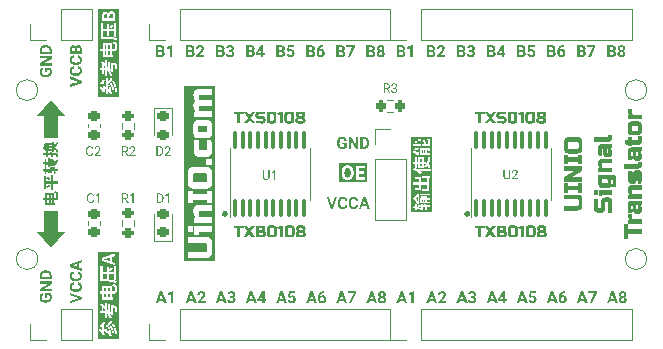
<source format=gto>
%TF.GenerationSoftware,KiCad,Pcbnew,7.0.9*%
%TF.CreationDate,2024-01-09T19:40:25+08:00*%
%TF.ProjectId,UINIO-Signal-Translator,55494e49-4f2d-4536-9967-6e616c2d5472,Version 1.0.0*%
%TF.SameCoordinates,PX78a63b0PY57fedb0*%
%TF.FileFunction,Legend,Top*%
%TF.FilePolarity,Positive*%
%FSLAX46Y46*%
G04 Gerber Fmt 4.6, Leading zero omitted, Abs format (unit mm)*
G04 Created by KiCad (PCBNEW 7.0.9) date 2024-01-09 19:40:25*
%MOMM*%
%LPD*%
G01*
G04 APERTURE LIST*
G04 Aperture macros list*
%AMRoundRect*
0 Rectangle with rounded corners*
0 $1 Rounding radius*
0 $2 $3 $4 $5 $6 $7 $8 $9 X,Y pos of 4 corners*
0 Add a 4 corners polygon primitive as box body*
4,1,4,$2,$3,$4,$5,$6,$7,$8,$9,$2,$3,0*
0 Add four circle primitives for the rounded corners*
1,1,$1+$1,$2,$3*
1,1,$1+$1,$4,$5*
1,1,$1+$1,$6,$7*
1,1,$1+$1,$8,$9*
0 Add four rect primitives between the rounded corners*
20,1,$1+$1,$2,$3,$4,$5,0*
20,1,$1+$1,$4,$5,$6,$7,0*
20,1,$1+$1,$6,$7,$8,$9,0*
20,1,$1+$1,$8,$9,$2,$3,0*%
G04 Aperture macros list end*
%ADD10C,0.250000*%
%ADD11C,0.300000*%
%ADD12C,0.500000*%
%ADD13C,0.125000*%
%ADD14C,0.200000*%
%ADD15C,0.240000*%
%ADD16C,0.150000*%
%ADD17C,0.120000*%
%ADD18C,0.100000*%
%ADD19R,1.700000X1.700000*%
%ADD20O,1.700000X1.700000*%
%ADD21RoundRect,0.218750X-0.256250X0.218750X-0.256250X-0.218750X0.256250X-0.218750X0.256250X0.218750X0*%
%ADD22C,1.200000*%
%ADD23RoundRect,0.200000X-0.275000X0.200000X-0.275000X-0.200000X0.275000X-0.200000X0.275000X0.200000X0*%
%ADD24RoundRect,0.218750X0.256250X-0.218750X0.256250X0.218750X-0.256250X0.218750X-0.256250X-0.218750X0*%
%ADD25RoundRect,0.200000X0.275000X-0.200000X0.275000X0.200000X-0.275000X0.200000X-0.275000X-0.200000X0*%
%ADD26RoundRect,0.100000X0.100000X-0.637500X0.100000X0.637500X-0.100000X0.637500X-0.100000X-0.637500X0*%
%ADD27RoundRect,0.225000X0.250000X-0.225000X0.250000X0.225000X-0.250000X0.225000X-0.250000X-0.225000X0*%
%ADD28RoundRect,0.225000X-0.250000X0.225000X-0.250000X-0.225000X0.250000X-0.225000X0.250000X0.225000X0*%
%ADD29RoundRect,0.200000X-0.200000X-0.275000X0.200000X-0.275000X0.200000X0.275000X-0.200000X0.275000X0*%
G04 APERTURE END LIST*
D10*
G36*
X1274667Y-15492868D02*
G01*
X1294609Y-15495364D01*
X1313724Y-15498049D01*
X1332024Y-15500940D01*
X1349521Y-15504054D01*
X1366227Y-15507410D01*
X1382153Y-15511023D01*
X1397310Y-15514911D01*
X1411712Y-15519091D01*
X1425369Y-15523581D01*
X1438293Y-15528398D01*
X1450495Y-15533559D01*
X1461988Y-15539081D01*
X1472784Y-15544981D01*
X1482893Y-15551277D01*
X1492329Y-15557985D01*
X1501101Y-15565124D01*
X1509223Y-15572710D01*
X1516705Y-15580761D01*
X1523560Y-15589293D01*
X1529799Y-15598324D01*
X1535435Y-15607871D01*
X1540478Y-15617952D01*
X1544940Y-15628583D01*
X1548833Y-15639782D01*
X1552170Y-15651566D01*
X1554961Y-15663952D01*
X1557218Y-15676958D01*
X1558953Y-15690600D01*
X1560178Y-15704896D01*
X1560904Y-15719864D01*
X1561144Y-15735519D01*
X1561144Y-16001744D01*
X1560973Y-16019320D01*
X1560446Y-16036108D01*
X1559546Y-16052123D01*
X1558253Y-16067381D01*
X1556548Y-16081896D01*
X1554413Y-16095684D01*
X1551828Y-16108759D01*
X1548775Y-16121137D01*
X1545236Y-16132832D01*
X1541190Y-16143861D01*
X1536620Y-16154237D01*
X1531507Y-16163976D01*
X1525831Y-16173093D01*
X1519575Y-16181604D01*
X1512718Y-16189522D01*
X1505243Y-16196864D01*
X1497130Y-16203643D01*
X1488361Y-16209877D01*
X1478916Y-16215578D01*
X1468778Y-16220764D01*
X1457926Y-16225447D01*
X1446343Y-16229645D01*
X1434010Y-16233371D01*
X1420907Y-16236641D01*
X1407015Y-16239470D01*
X1392317Y-16241872D01*
X1376793Y-16243864D01*
X1360425Y-16245460D01*
X1343192Y-16246675D01*
X1325078Y-16247524D01*
X1306062Y-16248022D01*
X1286127Y-16248185D01*
X1205526Y-16248185D01*
X1205526Y-16519783D01*
X1291988Y-16519783D01*
X1291988Y-16691974D01*
X449351Y-16691974D01*
X449351Y-16248185D01*
X611528Y-16248185D01*
X611528Y-16519783D01*
X752212Y-16519783D01*
X752212Y-16248185D01*
X904863Y-16248185D01*
X904863Y-16519783D01*
X1043349Y-16519783D01*
X1043349Y-16248185D01*
X904863Y-16248185D01*
X752212Y-16248185D01*
X611528Y-16248185D01*
X449351Y-16248185D01*
X251514Y-16248185D01*
X251514Y-16068911D01*
X449351Y-16068911D01*
X449351Y-15797313D01*
X611528Y-15797313D01*
X611528Y-16068911D01*
X752212Y-16068911D01*
X752212Y-15797313D01*
X904863Y-15797313D01*
X904863Y-16068911D01*
X1043349Y-16068911D01*
X1043349Y-15797313D01*
X904863Y-15797313D01*
X752212Y-15797313D01*
X611528Y-15797313D01*
X449351Y-15797313D01*
X449351Y-15657117D01*
X1205526Y-15657117D01*
X1205526Y-16068911D01*
X1287592Y-16068911D01*
X1303750Y-16068782D01*
X1318212Y-16068340D01*
X1331068Y-16067501D01*
X1342409Y-16066178D01*
X1356776Y-16063106D01*
X1368240Y-16058474D01*
X1377106Y-16051997D01*
X1383677Y-16043389D01*
X1388258Y-16032367D01*
X1391154Y-16018645D01*
X1392298Y-16007856D01*
X1392918Y-15995656D01*
X1393105Y-15981960D01*
X1393105Y-15752372D01*
X1392991Y-15746354D01*
X1392040Y-15735145D01*
X1390035Y-15724982D01*
X1384816Y-15711557D01*
X1376622Y-15700119D01*
X1369327Y-15693488D01*
X1360442Y-15687576D01*
X1349859Y-15682318D01*
X1337470Y-15677649D01*
X1323169Y-15673502D01*
X1306848Y-15669813D01*
X1288399Y-15666516D01*
X1278343Y-15664994D01*
X1267716Y-15663545D01*
X1256503Y-15662162D01*
X1244690Y-15660836D01*
X1232266Y-15659558D01*
X1219216Y-15658322D01*
X1205526Y-15657117D01*
X449351Y-15657117D01*
X449351Y-15626343D01*
X1198688Y-15626343D01*
X1202994Y-15618343D01*
X1209428Y-15605934D01*
X1215762Y-15593137D01*
X1221922Y-15580067D01*
X1227833Y-15566837D01*
X1233421Y-15553563D01*
X1238611Y-15540359D01*
X1243327Y-15527341D01*
X1247495Y-15514622D01*
X1251040Y-15502318D01*
X1253886Y-15490544D01*
X1274667Y-15492868D01*
G37*
G36*
X928311Y-14113014D02*
G01*
X928311Y-14663293D01*
X502107Y-14663293D01*
X502107Y-14194347D01*
X336999Y-14194347D01*
X336999Y-15308827D01*
X502107Y-15308827D01*
X502107Y-14836950D01*
X928311Y-14836950D01*
X928311Y-15381612D01*
X1096106Y-15381612D01*
X1096106Y-14836950D01*
X1572379Y-14836950D01*
X1572379Y-14663293D01*
X1096106Y-14663293D01*
X1096106Y-14113014D01*
X928311Y-14113014D01*
G37*
G36*
X592233Y-15223342D02*
G01*
X601150Y-15219135D01*
X610218Y-15214942D01*
X619421Y-15210770D01*
X628747Y-15206623D01*
X638182Y-15202506D01*
X647713Y-15198424D01*
X657325Y-15194382D01*
X667005Y-15190385D01*
X676740Y-15186438D01*
X686517Y-15182546D01*
X696321Y-15178714D01*
X706139Y-15174948D01*
X715958Y-15171251D01*
X725763Y-15167630D01*
X735542Y-15164089D01*
X745281Y-15160633D01*
X754967Y-15157267D01*
X764585Y-15153996D01*
X774122Y-15150826D01*
X783565Y-15147760D01*
X792900Y-15144805D01*
X811192Y-15139246D01*
X828891Y-15134187D01*
X845887Y-15129669D01*
X862071Y-15125732D01*
X877337Y-15122417D01*
X884591Y-15121004D01*
X834033Y-14958583D01*
X818840Y-14961871D01*
X802819Y-14965924D01*
X786069Y-14970687D01*
X768690Y-14976100D01*
X750782Y-14982105D01*
X732444Y-14988645D01*
X723145Y-14992097D01*
X713775Y-14995661D01*
X704348Y-14999330D01*
X694876Y-15003096D01*
X685370Y-15006953D01*
X675844Y-15010892D01*
X666310Y-15014907D01*
X656780Y-15018990D01*
X647268Y-15023135D01*
X637784Y-15027333D01*
X628342Y-15031578D01*
X618954Y-15035863D01*
X609633Y-15040180D01*
X600391Y-15044521D01*
X591240Y-15048881D01*
X582193Y-15053251D01*
X573262Y-15057624D01*
X564460Y-15061993D01*
X547292Y-15070690D01*
X592233Y-15223342D01*
G37*
G36*
X881905Y-14405617D02*
G01*
X867960Y-14396593D01*
X853101Y-14387395D01*
X837396Y-14378043D01*
X820916Y-14368557D01*
X803731Y-14358958D01*
X794896Y-14354123D01*
X785910Y-14349267D01*
X776783Y-14344393D01*
X767523Y-14339504D01*
X758139Y-14334601D01*
X748640Y-14329688D01*
X739034Y-14324767D01*
X729330Y-14319841D01*
X719537Y-14314912D01*
X709663Y-14309983D01*
X699718Y-14305056D01*
X689710Y-14300134D01*
X679647Y-14295220D01*
X669539Y-14290315D01*
X659394Y-14285423D01*
X649221Y-14280546D01*
X639029Y-14275687D01*
X628826Y-14270848D01*
X618620Y-14266032D01*
X608422Y-14261240D01*
X598239Y-14256477D01*
X588080Y-14251744D01*
X543140Y-14429553D01*
X560627Y-14434775D01*
X578761Y-14440519D01*
X597433Y-14446743D01*
X606937Y-14450020D01*
X616535Y-14453401D01*
X626213Y-14456879D01*
X635957Y-14460450D01*
X645754Y-14464107D01*
X655591Y-14467845D01*
X665453Y-14471659D01*
X675328Y-14475543D01*
X685201Y-14479492D01*
X695059Y-14483500D01*
X704888Y-14487562D01*
X714676Y-14491671D01*
X724407Y-14495824D01*
X734069Y-14500014D01*
X743648Y-14504235D01*
X753130Y-14508482D01*
X762503Y-14512751D01*
X771751Y-14517034D01*
X780862Y-14521327D01*
X789822Y-14525624D01*
X798618Y-14529920D01*
X815661Y-14538485D01*
X831882Y-14546979D01*
X839651Y-14551186D01*
X881905Y-14405617D01*
G37*
G36*
X1103189Y-13422784D02*
G01*
X1125903Y-13573970D01*
X986685Y-13573970D01*
X986685Y-13470411D01*
X836964Y-13470411D01*
X836964Y-13573970D01*
X636441Y-13573970D01*
X636441Y-13733705D01*
X836964Y-13733705D01*
X836964Y-13816259D01*
X820134Y-13809406D01*
X803163Y-13802502D01*
X786048Y-13795558D01*
X768786Y-13788587D01*
X751374Y-13781600D01*
X733808Y-13774609D01*
X716086Y-13767627D01*
X698203Y-13760663D01*
X680158Y-13753732D01*
X661946Y-13746843D01*
X652777Y-13743419D01*
X643565Y-13740010D01*
X634310Y-13736617D01*
X625011Y-13733243D01*
X615668Y-13729889D01*
X606281Y-13726555D01*
X596848Y-13723245D01*
X587371Y-13719958D01*
X577848Y-13716697D01*
X568279Y-13713463D01*
X558664Y-13710258D01*
X549002Y-13707083D01*
X549002Y-13456489D01*
X397815Y-13456489D01*
X397815Y-13660921D01*
X386141Y-13658456D01*
X374591Y-13655887D01*
X363135Y-13653237D01*
X351744Y-13650531D01*
X340386Y-13647792D01*
X329031Y-13645046D01*
X317650Y-13642316D01*
X306213Y-13639626D01*
X294688Y-13637000D01*
X283046Y-13634463D01*
X275205Y-13632833D01*
X244919Y-13795254D01*
X259175Y-13796910D01*
X273492Y-13798712D01*
X287855Y-13800652D01*
X302248Y-13802720D01*
X316656Y-13804910D01*
X331062Y-13807212D01*
X345452Y-13809617D01*
X359809Y-13812118D01*
X374117Y-13814706D01*
X388362Y-13817373D01*
X397815Y-13819190D01*
X397815Y-13995533D01*
X549002Y-13995533D01*
X549002Y-13855582D01*
X567290Y-13860570D01*
X585034Y-13865538D01*
X602191Y-13870464D01*
X618721Y-13875328D01*
X634583Y-13880108D01*
X649736Y-13884785D01*
X664138Y-13889338D01*
X677748Y-13893745D01*
X690525Y-13897986D01*
X702429Y-13902041D01*
X713417Y-13905888D01*
X723448Y-13909506D01*
X736613Y-13914461D01*
X747394Y-13918785D01*
X753189Y-13921284D01*
X764527Y-13925723D01*
X775441Y-13930081D01*
X785904Y-13934377D01*
X795885Y-13938632D01*
X805357Y-13942868D01*
X814291Y-13947104D01*
X826621Y-13953504D01*
X837578Y-13960023D01*
X847068Y-13966731D01*
X854992Y-13973697D01*
X862957Y-13983507D01*
X867739Y-13994068D01*
X879581Y-13988813D01*
X892748Y-13983299D01*
X902081Y-13979543D01*
X911734Y-13975767D01*
X921598Y-13972009D01*
X931566Y-13968306D01*
X941530Y-13964698D01*
X951383Y-13961221D01*
X961016Y-13957913D01*
X970322Y-13954813D01*
X983432Y-13950636D01*
X995201Y-13947138D01*
X1005265Y-13944449D01*
X1008178Y-13943754D01*
X1002448Y-13935699D01*
X998392Y-13925707D01*
X994857Y-13913164D01*
X992577Y-13902416D01*
X990639Y-13890779D01*
X989063Y-13878488D01*
X987868Y-13865777D01*
X987077Y-13852879D01*
X986710Y-13840030D01*
X986685Y-13835799D01*
X986685Y-13733705D01*
X1148618Y-13733705D01*
X1151256Y-13752780D01*
X1153859Y-13771705D01*
X1156424Y-13790453D01*
X1158948Y-13809001D01*
X1161432Y-13827322D01*
X1163872Y-13845392D01*
X1166267Y-13863186D01*
X1168615Y-13880678D01*
X1170915Y-13897844D01*
X1173164Y-13914659D01*
X1175361Y-13931098D01*
X1177503Y-13947135D01*
X1179590Y-13962746D01*
X1181620Y-13977905D01*
X1183590Y-13992588D01*
X1185498Y-14006769D01*
X1347431Y-13974528D01*
X1345248Y-13961023D01*
X1343003Y-13947261D01*
X1340699Y-13933251D01*
X1338337Y-13919005D01*
X1335920Y-13904535D01*
X1333448Y-13889851D01*
X1330924Y-13874965D01*
X1328350Y-13859887D01*
X1325727Y-13844629D01*
X1323057Y-13829202D01*
X1320342Y-13813616D01*
X1317584Y-13797884D01*
X1314785Y-13782015D01*
X1311945Y-13766022D01*
X1309068Y-13749915D01*
X1306154Y-13733705D01*
X1570181Y-13733705D01*
X1570181Y-13573970D01*
X1277822Y-13573970D01*
X1248025Y-13415945D01*
X1103189Y-13422784D01*
G37*
G36*
X814738Y-12699092D02*
G01*
X660865Y-12699092D01*
X660865Y-13071563D01*
X550467Y-13042009D01*
X550467Y-12747941D01*
X397815Y-12747941D01*
X397815Y-13004152D01*
X385283Y-13001086D01*
X372828Y-12998067D01*
X360450Y-12995094D01*
X348150Y-12992160D01*
X335927Y-12989264D01*
X323781Y-12986401D01*
X311713Y-12983568D01*
X299721Y-12980762D01*
X287807Y-12977977D01*
X275971Y-12975212D01*
X268122Y-12973377D01*
X247850Y-13138729D01*
X261321Y-13141516D01*
X274938Y-13144378D01*
X288693Y-13147315D01*
X302577Y-13150326D01*
X316582Y-13153409D01*
X330699Y-13156563D01*
X344920Y-13159788D01*
X354454Y-13161976D01*
X364028Y-13164194D01*
X373640Y-13166442D01*
X383286Y-13168720D01*
X392965Y-13171027D01*
X397815Y-13172191D01*
X397815Y-13401779D01*
X550467Y-13401779D01*
X550467Y-13211514D01*
X560935Y-13213857D01*
X571329Y-13216217D01*
X581668Y-13218600D01*
X591966Y-13221011D01*
X602243Y-13223453D01*
X612513Y-13225933D01*
X622795Y-13228454D01*
X633105Y-13231023D01*
X643460Y-13233642D01*
X653877Y-13236319D01*
X660865Y-13238136D01*
X660865Y-13452337D01*
X814738Y-13452337D01*
X814738Y-13281367D01*
X833234Y-13286905D01*
X851531Y-13292431D01*
X869617Y-13297940D01*
X887480Y-13303425D01*
X905110Y-13308883D01*
X922496Y-13314306D01*
X939626Y-13319689D01*
X956490Y-13325026D01*
X973076Y-13330311D01*
X989374Y-13335540D01*
X1005371Y-13340705D01*
X1021058Y-13345802D01*
X1036423Y-13350824D01*
X1051454Y-13355766D01*
X1066142Y-13360622D01*
X1080474Y-13365387D01*
X1080474Y-12993161D01*
X1090214Y-13000250D01*
X1100012Y-13007408D01*
X1109866Y-13014631D01*
X1119770Y-13021913D01*
X1129722Y-13029249D01*
X1139718Y-13036635D01*
X1149752Y-13044065D01*
X1159822Y-13051535D01*
X1169924Y-13059039D01*
X1180053Y-13066572D01*
X1190206Y-13074129D01*
X1200378Y-13081706D01*
X1210566Y-13089298D01*
X1220766Y-13096898D01*
X1230974Y-13104503D01*
X1241186Y-13112107D01*
X1233969Y-13124306D01*
X1226755Y-13136564D01*
X1219560Y-13148853D01*
X1212399Y-13161141D01*
X1205288Y-13173399D01*
X1198242Y-13185595D01*
X1191278Y-13197701D01*
X1184411Y-13209686D01*
X1177656Y-13221519D01*
X1171030Y-13233171D01*
X1166692Y-13240823D01*
X1277090Y-13348778D01*
X1285286Y-13334500D01*
X1293744Y-13320074D01*
X1302444Y-13305523D01*
X1311370Y-13290869D01*
X1320503Y-13276135D01*
X1329826Y-13261343D01*
X1339319Y-13246516D01*
X1348966Y-13231675D01*
X1358747Y-13216845D01*
X1368647Y-13202046D01*
X1378645Y-13187302D01*
X1388725Y-13172636D01*
X1398868Y-13158069D01*
X1409056Y-13143624D01*
X1419272Y-13129324D01*
X1429497Y-13115191D01*
X1439714Y-13101247D01*
X1449904Y-13087516D01*
X1460049Y-13074019D01*
X1470132Y-13060779D01*
X1480134Y-13047819D01*
X1490038Y-13035161D01*
X1499826Y-13022828D01*
X1509479Y-13010842D01*
X1518980Y-12999225D01*
X1528310Y-12988000D01*
X1537452Y-12977190D01*
X1546387Y-12966817D01*
X1555099Y-12956904D01*
X1563567Y-12947473D01*
X1571776Y-12938546D01*
X1579706Y-12930146D01*
X1446350Y-12820725D01*
X1439794Y-12828565D01*
X1433049Y-12836778D01*
X1426123Y-12845348D01*
X1419029Y-12854259D01*
X1411776Y-12863495D01*
X1404374Y-12873039D01*
X1396834Y-12882877D01*
X1389166Y-12892991D01*
X1381382Y-12903365D01*
X1373490Y-12913984D01*
X1365501Y-12924830D01*
X1357426Y-12935890D01*
X1349276Y-12947145D01*
X1341060Y-12958580D01*
X1332789Y-12970179D01*
X1324473Y-12981926D01*
X1313541Y-12973511D01*
X1302548Y-12965076D01*
X1291500Y-12956626D01*
X1280404Y-12948166D01*
X1269267Y-12939700D01*
X1258093Y-12931233D01*
X1246890Y-12922768D01*
X1235664Y-12914312D01*
X1224421Y-12905869D01*
X1213167Y-12897442D01*
X1201909Y-12889037D01*
X1190654Y-12880659D01*
X1179407Y-12872311D01*
X1168174Y-12863999D01*
X1156963Y-12855727D01*
X1145778Y-12847500D01*
X1134628Y-12839323D01*
X1123517Y-12831199D01*
X1112453Y-12823134D01*
X1101441Y-12815132D01*
X1090488Y-12807198D01*
X1079601Y-12799336D01*
X1068784Y-12791551D01*
X1058046Y-12783848D01*
X1047391Y-12776232D01*
X1036827Y-12768706D01*
X1026360Y-12761275D01*
X1015995Y-12753944D01*
X1005740Y-12746718D01*
X995601Y-12739602D01*
X985583Y-12732599D01*
X975694Y-12725715D01*
X916587Y-12843196D01*
X925136Y-12868353D01*
X925136Y-13142882D01*
X915142Y-13139758D01*
X905083Y-13136697D01*
X894953Y-13133684D01*
X884753Y-13130706D01*
X874478Y-13127746D01*
X864126Y-13124792D01*
X853696Y-13121827D01*
X843184Y-13118839D01*
X832589Y-13115812D01*
X821908Y-13112732D01*
X814738Y-13110642D01*
X814738Y-12699092D01*
G37*
G36*
X1440900Y-11278352D02*
G01*
X1451038Y-11288309D01*
X1458416Y-11295191D01*
X1466210Y-11302206D01*
X1474353Y-11309302D01*
X1482778Y-11316424D01*
X1491418Y-11323521D01*
X1500205Y-11330539D01*
X1509073Y-11337425D01*
X1517953Y-11344126D01*
X1526779Y-11350591D01*
X1535483Y-11356764D01*
X1543999Y-11362594D01*
X1556270Y-11370580D01*
X1567739Y-11377494D01*
X1562103Y-11392108D01*
X1556188Y-11406546D01*
X1549995Y-11420808D01*
X1543524Y-11434892D01*
X1536777Y-11448796D01*
X1529755Y-11462518D01*
X1522459Y-11476057D01*
X1514890Y-11489411D01*
X1507050Y-11502578D01*
X1498938Y-11515556D01*
X1490556Y-11528345D01*
X1481906Y-11540941D01*
X1472988Y-11553344D01*
X1463804Y-11565552D01*
X1454354Y-11577563D01*
X1444640Y-11589375D01*
X1434663Y-11600987D01*
X1424423Y-11612396D01*
X1413922Y-11623602D01*
X1403161Y-11634603D01*
X1392141Y-11645396D01*
X1380863Y-11655981D01*
X1369328Y-11666355D01*
X1357537Y-11676516D01*
X1345492Y-11686464D01*
X1333192Y-11696196D01*
X1320641Y-11705711D01*
X1307837Y-11715006D01*
X1294784Y-11724081D01*
X1281481Y-11732934D01*
X1267929Y-11741562D01*
X1254131Y-11749965D01*
X1265219Y-11756791D01*
X1276272Y-11763903D01*
X1287286Y-11771305D01*
X1298259Y-11779005D01*
X1309188Y-11787007D01*
X1320069Y-11795317D01*
X1330901Y-11803942D01*
X1341680Y-11812888D01*
X1352404Y-11822159D01*
X1363070Y-11831763D01*
X1373674Y-11841705D01*
X1384214Y-11851991D01*
X1394688Y-11862627D01*
X1405092Y-11873619D01*
X1415424Y-11884972D01*
X1425681Y-11896693D01*
X1435859Y-11908788D01*
X1445957Y-11921262D01*
X1455971Y-11934121D01*
X1465899Y-11947372D01*
X1475738Y-11961020D01*
X1485484Y-11975070D01*
X1495136Y-11989530D01*
X1504690Y-12004405D01*
X1514143Y-12019700D01*
X1523493Y-12035422D01*
X1532736Y-12051576D01*
X1541871Y-12068169D01*
X1550894Y-12085206D01*
X1559802Y-12102694D01*
X1568593Y-12120638D01*
X1577264Y-12139043D01*
X1574111Y-12141368D01*
X1563978Y-12149243D01*
X1553027Y-12158309D01*
X1545393Y-12164912D01*
X1537579Y-12171891D01*
X1529656Y-12179184D01*
X1521699Y-12186730D01*
X1513779Y-12194467D01*
X1505971Y-12202334D01*
X1498346Y-12210268D01*
X1490978Y-12218209D01*
X1483940Y-12226094D01*
X1477305Y-12233864D01*
X1471145Y-12241454D01*
X1462958Y-12252372D01*
X1454719Y-12233107D01*
X1446352Y-12214416D01*
X1437863Y-12196290D01*
X1429257Y-12178720D01*
X1420537Y-12161698D01*
X1411709Y-12145214D01*
X1402777Y-12129261D01*
X1393746Y-12113829D01*
X1384621Y-12098910D01*
X1375405Y-12084495D01*
X1366105Y-12070575D01*
X1356724Y-12057141D01*
X1347267Y-12044186D01*
X1337740Y-12031699D01*
X1328145Y-12019673D01*
X1318489Y-12008099D01*
X1308775Y-11996967D01*
X1299009Y-11986270D01*
X1289195Y-11975998D01*
X1279337Y-11966143D01*
X1269441Y-11956696D01*
X1259511Y-11947648D01*
X1249552Y-11938991D01*
X1239568Y-11930716D01*
X1229564Y-11922814D01*
X1219544Y-11915276D01*
X1209514Y-11908094D01*
X1199478Y-11901259D01*
X1189440Y-11894763D01*
X1179405Y-11888596D01*
X1169379Y-11882749D01*
X1159364Y-11877215D01*
X1159364Y-12175436D01*
X1017948Y-12175436D01*
X1017948Y-12090195D01*
X707027Y-12090195D01*
X701105Y-12094493D01*
X691889Y-12101388D01*
X682385Y-12108746D01*
X672723Y-12116481D01*
X663033Y-12124506D01*
X653444Y-12132737D01*
X644084Y-12141088D01*
X635083Y-12149472D01*
X626571Y-12157804D01*
X618676Y-12165999D01*
X611528Y-12173970D01*
X671856Y-12173970D01*
X671856Y-12289009D01*
X877020Y-12289009D01*
X846245Y-12173970D01*
X995722Y-12151744D01*
X998332Y-12160383D01*
X1002249Y-12173287D01*
X1006167Y-12186140D01*
X1010089Y-12198958D01*
X1014015Y-12211756D01*
X1017946Y-12224550D01*
X1021885Y-12237356D01*
X1025831Y-12250188D01*
X1029787Y-12263065D01*
X1033754Y-12275999D01*
X1037732Y-12289009D01*
X1380160Y-12289009D01*
X1394971Y-12289176D01*
X1408926Y-12289692D01*
X1422055Y-12290580D01*
X1434390Y-12291863D01*
X1445959Y-12293564D01*
X1456796Y-12295706D01*
X1466930Y-12298312D01*
X1480880Y-12303140D01*
X1493423Y-12309140D01*
X1504661Y-12316389D01*
X1514700Y-12324965D01*
X1523641Y-12334945D01*
X1531591Y-12346406D01*
X1534162Y-12350401D01*
X1541153Y-12363086D01*
X1545234Y-12372134D01*
X1548875Y-12381664D01*
X1552093Y-12391686D01*
X1554908Y-12402206D01*
X1557338Y-12413234D01*
X1559404Y-12424777D01*
X1561123Y-12436844D01*
X1562514Y-12449443D01*
X1563598Y-12462583D01*
X1564392Y-12476270D01*
X1564915Y-12490515D01*
X1565187Y-12505324D01*
X1565226Y-12520707D01*
X1565052Y-12536671D01*
X1556386Y-12537884D01*
X1542428Y-12540276D01*
X1532590Y-12542226D01*
X1522409Y-12544437D01*
X1511958Y-12546893D01*
X1501309Y-12549575D01*
X1490535Y-12552465D01*
X1479707Y-12555544D01*
X1468899Y-12558794D01*
X1458181Y-12562197D01*
X1447627Y-12565735D01*
X1437309Y-12569389D01*
X1427299Y-12573142D01*
X1417669Y-12576974D01*
X1404096Y-12582833D01*
X1404229Y-12578373D01*
X1404577Y-12565096D01*
X1404847Y-12552079D01*
X1405040Y-12539461D01*
X1405156Y-12527379D01*
X1405195Y-12515971D01*
X1405156Y-12505375D01*
X1404985Y-12492746D01*
X1404675Y-12482131D01*
X1404096Y-12472191D01*
X1403642Y-12465190D01*
X1399578Y-12455527D01*
X1390334Y-12450827D01*
X1380160Y-12449965D01*
X1083893Y-12449965D01*
X1118820Y-12575994D01*
X960795Y-12612386D01*
X958915Y-12603631D01*
X955916Y-12590128D01*
X952708Y-12576189D01*
X950457Y-12566657D01*
X948117Y-12556938D01*
X945690Y-12547033D01*
X943179Y-12536946D01*
X940585Y-12526678D01*
X937909Y-12516232D01*
X935154Y-12505611D01*
X932322Y-12494818D01*
X929413Y-12483853D01*
X926431Y-12472722D01*
X923376Y-12461425D01*
X920251Y-12449965D01*
X671856Y-12449965D01*
X671856Y-12592602D01*
X517739Y-12592602D01*
X517739Y-12449965D01*
X246385Y-12449965D01*
X246385Y-12289009D01*
X517739Y-12289009D01*
X517739Y-12173970D01*
X597606Y-12173970D01*
X588008Y-12162292D01*
X578227Y-12150841D01*
X568272Y-12139618D01*
X558152Y-12128622D01*
X547877Y-12117855D01*
X537456Y-12107315D01*
X526899Y-12097004D01*
X516216Y-12086921D01*
X505416Y-12077066D01*
X494508Y-12067439D01*
X483502Y-12058041D01*
X472408Y-12048871D01*
X461235Y-12039930D01*
X449993Y-12031218D01*
X438691Y-12022734D01*
X427338Y-12014480D01*
X415945Y-12006454D01*
X404520Y-11998657D01*
X393074Y-11991090D01*
X381616Y-11983752D01*
X370154Y-11976643D01*
X358700Y-11969763D01*
X347262Y-11963114D01*
X335850Y-11956693D01*
X324473Y-11950503D01*
X313142Y-11944542D01*
X301865Y-11938811D01*
X290651Y-11933310D01*
X279512Y-11928039D01*
X268455Y-11922998D01*
X257491Y-11918188D01*
X246629Y-11913607D01*
X277648Y-11748499D01*
X288264Y-11753723D01*
X298878Y-11758967D01*
X309509Y-11764251D01*
X320177Y-11769596D01*
X330902Y-11775020D01*
X341704Y-11780545D01*
X352604Y-11786189D01*
X363621Y-11791974D01*
X363621Y-11637857D01*
X502107Y-11637857D01*
X502107Y-11878681D01*
X509306Y-11883415D01*
X519976Y-11890585D01*
X530504Y-11897842D01*
X540907Y-11905193D01*
X551199Y-11912643D01*
X561398Y-11920198D01*
X571518Y-11927865D01*
X581576Y-11935650D01*
X591586Y-11943558D01*
X601565Y-11951596D01*
X611528Y-11959769D01*
X611528Y-11815666D01*
X736336Y-11815666D01*
X736336Y-11930460D01*
X1017948Y-11930460D01*
X1017948Y-11825436D01*
X1009430Y-11823957D01*
X996821Y-11822023D01*
X984410Y-11820406D01*
X972193Y-11819078D01*
X960164Y-11818013D01*
X948318Y-11817185D01*
X936651Y-11816568D01*
X925158Y-11816133D01*
X913834Y-11815856D01*
X902675Y-11815709D01*
X891674Y-11815666D01*
X736336Y-11815666D01*
X611528Y-11815666D01*
X611528Y-11710642D01*
X604871Y-11705925D01*
X594824Y-11698859D01*
X584711Y-11691816D01*
X574536Y-11684807D01*
X564306Y-11677848D01*
X554027Y-11670950D01*
X543705Y-11664128D01*
X533346Y-11657394D01*
X522956Y-11650762D01*
X512541Y-11644246D01*
X502107Y-11637857D01*
X363621Y-11637857D01*
X363621Y-11551151D01*
X736336Y-11551151D01*
X736336Y-11633705D01*
X737557Y-11634926D01*
X736336Y-11636392D01*
X736336Y-11653244D01*
X893140Y-11653244D01*
X900455Y-11653276D01*
X911556Y-11653448D01*
X922808Y-11653775D01*
X934207Y-11654266D01*
X945752Y-11654930D01*
X957441Y-11655776D01*
X969270Y-11656810D01*
X981238Y-11658043D01*
X993342Y-11659482D01*
X1005579Y-11661137D01*
X1017948Y-11663014D01*
X1017948Y-11551151D01*
X736336Y-11551151D01*
X363621Y-11551151D01*
X363621Y-11541137D01*
X356538Y-11514759D01*
X430788Y-11405338D01*
X440659Y-11411238D01*
X450836Y-11417392D01*
X461295Y-11423789D01*
X472012Y-11430419D01*
X482960Y-11437272D01*
X494115Y-11444339D01*
X505451Y-11451608D01*
X516945Y-11459071D01*
X528570Y-11466718D01*
X540301Y-11474537D01*
X552115Y-11482519D01*
X563984Y-11490655D01*
X575886Y-11498934D01*
X587793Y-11507346D01*
X599682Y-11515880D01*
X611528Y-11524528D01*
X611528Y-11384333D01*
X1017948Y-11384333D01*
X1017948Y-11303244D01*
X1159364Y-11303244D01*
X1159364Y-11646161D01*
X1171268Y-11638652D01*
X1183024Y-11630829D01*
X1194627Y-11622697D01*
X1206070Y-11614261D01*
X1217348Y-11605527D01*
X1228455Y-11596498D01*
X1239385Y-11587180D01*
X1250131Y-11577579D01*
X1260689Y-11567699D01*
X1271052Y-11557545D01*
X1281214Y-11547123D01*
X1291170Y-11536437D01*
X1300913Y-11525492D01*
X1310437Y-11514295D01*
X1319738Y-11502848D01*
X1328808Y-11491159D01*
X1337642Y-11479231D01*
X1346234Y-11467070D01*
X1354578Y-11454681D01*
X1362668Y-11442068D01*
X1370498Y-11429238D01*
X1378063Y-11416195D01*
X1385356Y-11402943D01*
X1392372Y-11389489D01*
X1399105Y-11375837D01*
X1405548Y-11361992D01*
X1411696Y-11347959D01*
X1417543Y-11333744D01*
X1423082Y-11319351D01*
X1428309Y-11304785D01*
X1433218Y-11290052D01*
X1437801Y-11275157D01*
X1440900Y-11278352D01*
G37*
D11*
G36*
X2133904Y-9141102D02*
G01*
X1509863Y-9141102D01*
X1509863Y-10975366D01*
X347267Y-10975366D01*
X347267Y-9141102D01*
X-282268Y-9141102D01*
X-282268Y-9137438D01*
X928565Y-7772732D01*
X2133904Y-9137438D01*
X2133904Y-9141102D01*
G37*
G36*
X-253905Y-18958897D02*
G01*
X370136Y-18958897D01*
X370136Y-17124633D01*
X1532732Y-17124633D01*
X1532732Y-18958897D01*
X2162267Y-18958897D01*
X2162267Y-18962561D01*
X951434Y-20327267D01*
X-253905Y-18962561D01*
X-253905Y-18958897D01*
G37*
D12*
X15669936Y-17400000D02*
G75*
G03*
X15669936Y-17400000I-19936J0D01*
G01*
X36189936Y-17400000D02*
G75*
G03*
X36189936Y-17400000I-19936J0D01*
G01*
D10*
G36*
X43847862Y-24970000D02*
G01*
X43628776Y-24970000D01*
X43559411Y-24761660D01*
X43197931Y-24761660D01*
X43129299Y-24970000D01*
X42910213Y-24970000D01*
X43049798Y-24594842D01*
X43253619Y-24594842D01*
X43503723Y-24594842D01*
X43377938Y-24222372D01*
X43253619Y-24594842D01*
X43049798Y-24594842D01*
X43282439Y-23969581D01*
X43473437Y-23969581D01*
X43847862Y-24970000D01*
G37*
G36*
X44453584Y-24117348D02*
G01*
X44434533Y-24117348D01*
X44417886Y-24117884D01*
X44401652Y-24118943D01*
X44385829Y-24120525D01*
X44370419Y-24122629D01*
X44355421Y-24125257D01*
X44340835Y-24128407D01*
X44326662Y-24132081D01*
X44312900Y-24136277D01*
X44299551Y-24140995D01*
X44286613Y-24146237D01*
X44274088Y-24152002D01*
X44261975Y-24158289D01*
X44250275Y-24165099D01*
X44238986Y-24172432D01*
X44228110Y-24180288D01*
X44217645Y-24188667D01*
X44207644Y-24197480D01*
X44198156Y-24206702D01*
X44189181Y-24216333D01*
X44180719Y-24226372D01*
X44172770Y-24236819D01*
X44165335Y-24247674D01*
X44158414Y-24258938D01*
X44152005Y-24270610D01*
X44146110Y-24282691D01*
X44140728Y-24295179D01*
X44135859Y-24308077D01*
X44131504Y-24321382D01*
X44127662Y-24335096D01*
X44124333Y-24349218D01*
X44121518Y-24363749D01*
X44119215Y-24378688D01*
X44129332Y-24368898D01*
X44139778Y-24359740D01*
X44150551Y-24351213D01*
X44161653Y-24343318D01*
X44173082Y-24336055D01*
X44184840Y-24329423D01*
X44196927Y-24323423D01*
X44209341Y-24318054D01*
X44222084Y-24313317D01*
X44235154Y-24309212D01*
X44248553Y-24305738D01*
X44262281Y-24302896D01*
X44276336Y-24300685D01*
X44290720Y-24299106D01*
X44305432Y-24298159D01*
X44320472Y-24297843D01*
X44336566Y-24298211D01*
X44352242Y-24299316D01*
X44367501Y-24301158D01*
X44382341Y-24303736D01*
X44396764Y-24307050D01*
X44410769Y-24311101D01*
X44424356Y-24315889D01*
X44437525Y-24321413D01*
X44450276Y-24327673D01*
X44462609Y-24334670D01*
X44474525Y-24342404D01*
X44486022Y-24350874D01*
X44497102Y-24360081D01*
X44507764Y-24370025D01*
X44518008Y-24380704D01*
X44527834Y-24392121D01*
X44537150Y-24404108D01*
X44545866Y-24416560D01*
X44553980Y-24429479D01*
X44561493Y-24442862D01*
X44568406Y-24456712D01*
X44574717Y-24471027D01*
X44580427Y-24485807D01*
X44585536Y-24501053D01*
X44590044Y-24516765D01*
X44593951Y-24532942D01*
X44597257Y-24549585D01*
X44599962Y-24566693D01*
X44602065Y-24584268D01*
X44603568Y-24602307D01*
X44604470Y-24620812D01*
X44604770Y-24639783D01*
X44604605Y-24651984D01*
X44604110Y-24664040D01*
X44603285Y-24675950D01*
X44602129Y-24687716D01*
X44600644Y-24699336D01*
X44598828Y-24710812D01*
X44596683Y-24722143D01*
X44594207Y-24733328D01*
X44591401Y-24744369D01*
X44588265Y-24755264D01*
X44584799Y-24766015D01*
X44581002Y-24776620D01*
X44576876Y-24787081D01*
X44572420Y-24797396D01*
X44567633Y-24807567D01*
X44562516Y-24817592D01*
X44557097Y-24827378D01*
X44551403Y-24836891D01*
X44545434Y-24846131D01*
X44539191Y-24855099D01*
X44532673Y-24863793D01*
X44525880Y-24872215D01*
X44518812Y-24880363D01*
X44511469Y-24888239D01*
X44503852Y-24895842D01*
X44495960Y-24903172D01*
X44487793Y-24910230D01*
X44479352Y-24917014D01*
X44470635Y-24923526D01*
X44461644Y-24929764D01*
X44452378Y-24935730D01*
X44442837Y-24941423D01*
X44433110Y-24946776D01*
X44423225Y-24951784D01*
X44413182Y-24956447D01*
X44402980Y-24960764D01*
X44392620Y-24964736D01*
X44382101Y-24968362D01*
X44371424Y-24971643D01*
X44360588Y-24974579D01*
X44349595Y-24977169D01*
X44338442Y-24979414D01*
X44327132Y-24981314D01*
X44315663Y-24982868D01*
X44304036Y-24984077D01*
X44292250Y-24984940D01*
X44280306Y-24985458D01*
X44268204Y-24985631D01*
X44258386Y-24985523D01*
X44239108Y-24984659D01*
X44220306Y-24982930D01*
X44201978Y-24980337D01*
X44184125Y-24976879D01*
X44166748Y-24972557D01*
X44149845Y-24967371D01*
X44133418Y-24961320D01*
X44117466Y-24954405D01*
X44101989Y-24946625D01*
X44086987Y-24937982D01*
X44072460Y-24928473D01*
X44058409Y-24918101D01*
X44044832Y-24906863D01*
X44031731Y-24894762D01*
X44019105Y-24881796D01*
X44012970Y-24874989D01*
X44001198Y-24860840D01*
X43990187Y-24846115D01*
X43979934Y-24830814D01*
X43970441Y-24814936D01*
X43961707Y-24798482D01*
X43953733Y-24781452D01*
X43946519Y-24763845D01*
X43940063Y-24745662D01*
X43934368Y-24726903D01*
X43931804Y-24717308D01*
X43929431Y-24707568D01*
X43927248Y-24697684D01*
X43925254Y-24687657D01*
X43923451Y-24677485D01*
X43921837Y-24667169D01*
X43920413Y-24656709D01*
X43919179Y-24646105D01*
X43918134Y-24635357D01*
X43917280Y-24624465D01*
X43916616Y-24613428D01*
X43916522Y-24611207D01*
X44115063Y-24611207D01*
X44115216Y-24623644D01*
X44115674Y-24635738D01*
X44116437Y-24647488D01*
X44117506Y-24658895D01*
X44118880Y-24669959D01*
X44120559Y-24680679D01*
X44122543Y-24691055D01*
X44124833Y-24701088D01*
X44127428Y-24710778D01*
X44130329Y-24720124D01*
X44135252Y-24733499D01*
X44140861Y-24746101D01*
X44147158Y-24757931D01*
X44154142Y-24768988D01*
X44161790Y-24779114D01*
X44169987Y-24788245D01*
X44178734Y-24796379D01*
X44188031Y-24803517D01*
X44197877Y-24809660D01*
X44208272Y-24814806D01*
X44219218Y-24818956D01*
X44230712Y-24822110D01*
X44242757Y-24824269D01*
X44255350Y-24825431D01*
X44264051Y-24825652D01*
X44275833Y-24825203D01*
X44287181Y-24823857D01*
X44298095Y-24821614D01*
X44308576Y-24818474D01*
X44318623Y-24814436D01*
X44328237Y-24809500D01*
X44337417Y-24803668D01*
X44346163Y-24796938D01*
X44354475Y-24789311D01*
X44362354Y-24780787D01*
X44367366Y-24774605D01*
X44374437Y-24764722D01*
X44380813Y-24754306D01*
X44386493Y-24743358D01*
X44391478Y-24731878D01*
X44395767Y-24719865D01*
X44399360Y-24707320D01*
X44402258Y-24694243D01*
X44404461Y-24680633D01*
X44405968Y-24666491D01*
X44406779Y-24651816D01*
X44406934Y-24641737D01*
X44406778Y-24631512D01*
X44406311Y-24621537D01*
X44405028Y-24607044D01*
X44403046Y-24593113D01*
X44400363Y-24579744D01*
X44396981Y-24566938D01*
X44392898Y-24554694D01*
X44388116Y-24543012D01*
X44382634Y-24531893D01*
X44376453Y-24521337D01*
X44369571Y-24511343D01*
X44367122Y-24508136D01*
X44359415Y-24499057D01*
X44351222Y-24490871D01*
X44342545Y-24483578D01*
X44333382Y-24477178D01*
X44323734Y-24471672D01*
X44313601Y-24467058D01*
X44302983Y-24463337D01*
X44291880Y-24460509D01*
X44280291Y-24458574D01*
X44268218Y-24457532D01*
X44259899Y-24457334D01*
X44248012Y-24457731D01*
X44236406Y-24458921D01*
X44225083Y-24460906D01*
X44214043Y-24463684D01*
X44203285Y-24467256D01*
X44192809Y-24471622D01*
X44182616Y-24476782D01*
X44172705Y-24482735D01*
X44163255Y-24489341D01*
X44154447Y-24496458D01*
X44146281Y-24504087D01*
X44138755Y-24512227D01*
X44131870Y-24520879D01*
X44125627Y-24530042D01*
X44120025Y-24539716D01*
X44115063Y-24549902D01*
X44115063Y-24611207D01*
X43916522Y-24611207D01*
X43916141Y-24602248D01*
X43915856Y-24590924D01*
X43915761Y-24579455D01*
X43915761Y-24507404D01*
X43915821Y-24497198D01*
X43916002Y-24487067D01*
X43916302Y-24477012D01*
X43916723Y-24467031D01*
X43917264Y-24457125D01*
X43917925Y-24447294D01*
X43918706Y-24437538D01*
X43920630Y-24418250D01*
X43923034Y-24399262D01*
X43925919Y-24380574D01*
X43929285Y-24362185D01*
X43933132Y-24344096D01*
X43937460Y-24326306D01*
X43942268Y-24308816D01*
X43947558Y-24291626D01*
X43953328Y-24274735D01*
X43959579Y-24258143D01*
X43966311Y-24241852D01*
X43973524Y-24225860D01*
X43977310Y-24217976D01*
X43985213Y-24202505D01*
X43993533Y-24187476D01*
X44002272Y-24172890D01*
X44011428Y-24158747D01*
X44021002Y-24145046D01*
X44030994Y-24131789D01*
X44041404Y-24118973D01*
X44052232Y-24106601D01*
X44063478Y-24094671D01*
X44075141Y-24083184D01*
X44087222Y-24072140D01*
X44099722Y-24061538D01*
X44112639Y-24051379D01*
X44125974Y-24041663D01*
X44139727Y-24032389D01*
X44153898Y-24023558D01*
X44168421Y-24015215D01*
X44183230Y-24007404D01*
X44198325Y-24000125D01*
X44213707Y-23993379D01*
X44229375Y-23987165D01*
X44245329Y-23981484D01*
X44261569Y-23976335D01*
X44278095Y-23971718D01*
X44294908Y-23967634D01*
X44312007Y-23964082D01*
X44329392Y-23961062D01*
X44347063Y-23958575D01*
X44365021Y-23956620D01*
X44383265Y-23955197D01*
X44401795Y-23954307D01*
X44420611Y-23953949D01*
X44453584Y-23953949D01*
X44453584Y-24117348D01*
G37*
D11*
G36*
X14018479Y-13953878D02*
G01*
X14044012Y-13957024D01*
X14066857Y-13962866D01*
X14087014Y-13971404D01*
X14104483Y-13982638D01*
X14119265Y-13996568D01*
X14131360Y-14013195D01*
X14140766Y-14032518D01*
X14147485Y-14054537D01*
X14151517Y-14079252D01*
X14152861Y-14106664D01*
X14152861Y-14584891D01*
X14152263Y-14603465D01*
X14149128Y-14629079D01*
X14143305Y-14651997D01*
X14134794Y-14672219D01*
X14123595Y-14689744D01*
X14109709Y-14704573D01*
X14093136Y-14716706D01*
X14073874Y-14726143D01*
X14051925Y-14732883D01*
X14027289Y-14736928D01*
X13999965Y-14738276D01*
X13099197Y-14738276D01*
X13080682Y-14737677D01*
X13055150Y-14734531D01*
X13032305Y-14728689D01*
X13012148Y-14720151D01*
X12994678Y-14708917D01*
X12979896Y-14694987D01*
X12967802Y-14678360D01*
X12958395Y-14659037D01*
X12951676Y-14637018D01*
X12947645Y-14612303D01*
X12946301Y-14584891D01*
X12946301Y-14106664D01*
X12946898Y-14088090D01*
X12950034Y-14062476D01*
X12955857Y-14039558D01*
X12964368Y-14019336D01*
X12975566Y-14001811D01*
X12989452Y-13986982D01*
X13006026Y-13974849D01*
X13025287Y-13965412D01*
X13047236Y-13958672D01*
X13071873Y-13954627D01*
X13099197Y-13953279D01*
X13999965Y-13953279D01*
X14018479Y-13953878D01*
G37*
G36*
X14076257Y-9965376D02*
G01*
X14098170Y-9967643D01*
X14117061Y-9972933D01*
X14136424Y-9983795D01*
X14151064Y-9999380D01*
X14160982Y-10019687D01*
X14165515Y-10039333D01*
X14167027Y-10062002D01*
X14167027Y-10399546D01*
X14166932Y-10405526D01*
X14164665Y-10427550D01*
X14159376Y-10446536D01*
X14148514Y-10465997D01*
X14132929Y-10480711D01*
X14112622Y-10490679D01*
X14092975Y-10495236D01*
X14070307Y-10496754D01*
X13507571Y-10496754D01*
X13501590Y-10496659D01*
X13479567Y-10494381D01*
X13460581Y-10489065D01*
X13441120Y-10478148D01*
X13426406Y-10462485D01*
X13416438Y-10442075D01*
X13411881Y-10422329D01*
X13410362Y-10399546D01*
X13410362Y-10062002D01*
X13410457Y-10056052D01*
X13412736Y-10034138D01*
X13418052Y-10015248D01*
X13428969Y-9995885D01*
X13444632Y-9981245D01*
X13465042Y-9971327D01*
X13484788Y-9966793D01*
X13507571Y-9965282D01*
X14070307Y-9965282D01*
X14076257Y-9965376D01*
G37*
G36*
X14864046Y-21435364D02*
G01*
X12235116Y-21435364D01*
X12235116Y-19346161D01*
X12549162Y-19346161D01*
X12549162Y-19883496D01*
X13999965Y-19883496D01*
X14018479Y-19884095D01*
X14044012Y-19887240D01*
X14066857Y-19893082D01*
X14087014Y-19901620D01*
X14104483Y-19912854D01*
X14119265Y-19926785D01*
X14131360Y-19943411D01*
X14140766Y-19962734D01*
X14147485Y-19984753D01*
X14151517Y-20009469D01*
X14152861Y-20036880D01*
X14152861Y-20458932D01*
X14152263Y-20477506D01*
X14149128Y-20503120D01*
X14143305Y-20526037D01*
X14134794Y-20546259D01*
X14123595Y-20563784D01*
X14109709Y-20578614D01*
X14093136Y-20590746D01*
X14073874Y-20600183D01*
X14051925Y-20606924D01*
X14027289Y-20610968D01*
X13999965Y-20612316D01*
X12549162Y-20612316D01*
X12549162Y-21149650D01*
X13999965Y-21149650D01*
X14037004Y-21149110D01*
X14072772Y-21147490D01*
X14107269Y-21144790D01*
X14140496Y-21141010D01*
X14172452Y-21136150D01*
X14203136Y-21130210D01*
X14232551Y-21123190D01*
X14260694Y-21115090D01*
X14287566Y-21105910D01*
X14313168Y-21095650D01*
X14337499Y-21084310D01*
X14360559Y-21071890D01*
X14382348Y-21058389D01*
X14402866Y-21043809D01*
X14422114Y-21028149D01*
X14440090Y-21011409D01*
X14456830Y-20993490D01*
X14472491Y-20974292D01*
X14487071Y-20953815D01*
X14500571Y-20932061D01*
X14512991Y-20909027D01*
X14524331Y-20884716D01*
X14534591Y-20859125D01*
X14543771Y-20832257D01*
X14551871Y-20804110D01*
X14558891Y-20774684D01*
X14564832Y-20743980D01*
X14569692Y-20711998D01*
X14573472Y-20678737D01*
X14576172Y-20644198D01*
X14577792Y-20608380D01*
X14578332Y-20571283D01*
X14578332Y-19924528D01*
X14577792Y-19887432D01*
X14576172Y-19851614D01*
X14573472Y-19817075D01*
X14569692Y-19783814D01*
X14564832Y-19751831D01*
X14558891Y-19721127D01*
X14551871Y-19691702D01*
X14543771Y-19663555D01*
X14534591Y-19636686D01*
X14524331Y-19611096D01*
X14512991Y-19586784D01*
X14500571Y-19563751D01*
X14487071Y-19541996D01*
X14472491Y-19521520D01*
X14456830Y-19502322D01*
X14440090Y-19484403D01*
X14422114Y-19467663D01*
X14402866Y-19452002D01*
X14382348Y-19437422D01*
X14360559Y-19423922D01*
X14337499Y-19411502D01*
X14313168Y-19400162D01*
X14287566Y-19389902D01*
X14260694Y-19380722D01*
X14232551Y-19372622D01*
X14203136Y-19365601D01*
X14172452Y-19359661D01*
X14140496Y-19354801D01*
X14107269Y-19351021D01*
X14072772Y-19348321D01*
X14037004Y-19346701D01*
X13999965Y-19346161D01*
X12549162Y-19346161D01*
X12235116Y-19346161D01*
X12235116Y-18429274D01*
X12520830Y-18429274D01*
X12520830Y-18952930D01*
X12946301Y-18952930D01*
X12946301Y-18429274D01*
X13083565Y-18429274D01*
X13083565Y-19163956D01*
X13494870Y-19163956D01*
X13494870Y-18952930D01*
X14550000Y-18952930D01*
X14550000Y-18429274D01*
X13083565Y-18429274D01*
X12946301Y-18429274D01*
X12520830Y-18429274D01*
X12235116Y-18429274D01*
X12235116Y-17198290D01*
X12999546Y-17198290D01*
X12999586Y-17204469D01*
X13000560Y-17230034D01*
X13002141Y-17250100D01*
X13004452Y-17270929D01*
X13007493Y-17292524D01*
X13011264Y-17314882D01*
X13015765Y-17338004D01*
X13020996Y-17361891D01*
X13026956Y-17386542D01*
X13033647Y-17411957D01*
X13041067Y-17438136D01*
X13046389Y-17455680D01*
X13054865Y-17481609D01*
X13063934Y-17507074D01*
X13073596Y-17532075D01*
X13083850Y-17556613D01*
X13094696Y-17580687D01*
X13106135Y-17604298D01*
X13118166Y-17627444D01*
X13130790Y-17650127D01*
X13144006Y-17672347D01*
X13157815Y-17694103D01*
X13027390Y-17719992D01*
X13027390Y-18184542D01*
X14550000Y-18184542D01*
X14550000Y-17660886D01*
X13490963Y-17660886D01*
X13487747Y-17649953D01*
X13481622Y-17628258D01*
X13475905Y-17606787D01*
X13470596Y-17585542D01*
X13465696Y-17564522D01*
X13461204Y-17543727D01*
X13457121Y-17523157D01*
X13453446Y-17502812D01*
X13450179Y-17482693D01*
X13447321Y-17462798D01*
X13444871Y-17443129D01*
X13442829Y-17423685D01*
X13440532Y-17394941D01*
X13439154Y-17366704D01*
X13438695Y-17338974D01*
X13438695Y-17240299D01*
X13438786Y-17235890D01*
X13441992Y-17215272D01*
X13449777Y-17197040D01*
X13462142Y-17181193D01*
X13465120Y-17178353D01*
X13481445Y-17166904D01*
X13500154Y-17160035D01*
X13521249Y-17157745D01*
X14550000Y-17157745D01*
X14550000Y-16634089D01*
X13437229Y-16634089D01*
X13412805Y-16634558D01*
X13388991Y-16635966D01*
X13365788Y-16638313D01*
X13343196Y-16641599D01*
X13321214Y-16645824D01*
X13299842Y-16650987D01*
X13279082Y-16657089D01*
X13258932Y-16664131D01*
X13239392Y-16672110D01*
X13220464Y-16681029D01*
X13202145Y-16690887D01*
X13184438Y-16701683D01*
X13167341Y-16713418D01*
X13150854Y-16726092D01*
X13134979Y-16739705D01*
X13119713Y-16754256D01*
X13105162Y-16769521D01*
X13091549Y-16785397D01*
X13078875Y-16801884D01*
X13067140Y-16818981D01*
X13056344Y-16836688D01*
X13046486Y-16855006D01*
X13037568Y-16873935D01*
X13029588Y-16893475D01*
X13022547Y-16913625D01*
X13016444Y-16934385D01*
X13011281Y-16955757D01*
X13007056Y-16977738D01*
X13003771Y-17000331D01*
X13001424Y-17023534D01*
X13000015Y-17047348D01*
X12999546Y-17071772D01*
X12999546Y-17198290D01*
X12235116Y-17198290D01*
X12235116Y-15434368D01*
X12549162Y-15434368D01*
X12549162Y-16478262D01*
X12974145Y-16478262D01*
X12974145Y-16225226D01*
X14125017Y-16225226D01*
X14125017Y-16478262D01*
X14550000Y-16478262D01*
X14550000Y-15434368D01*
X14125017Y-15434368D01*
X14125017Y-15687403D01*
X12974145Y-15687403D01*
X12974145Y-15434368D01*
X12549162Y-15434368D01*
X12235116Y-15434368D01*
X12235116Y-14697731D01*
X12520830Y-14697731D01*
X12521372Y-14734770D01*
X12522998Y-14770539D01*
X12525707Y-14805036D01*
X12529501Y-14838263D01*
X12534378Y-14870218D01*
X12540339Y-14900903D01*
X12547384Y-14930317D01*
X12555512Y-14958461D01*
X12564725Y-14985333D01*
X12575021Y-15010935D01*
X12586401Y-15035265D01*
X12598866Y-15058325D01*
X12612413Y-15080115D01*
X12627045Y-15100633D01*
X12642761Y-15119880D01*
X12659560Y-15137857D01*
X12677477Y-15154597D01*
X12696670Y-15170257D01*
X12717136Y-15184838D01*
X12738878Y-15198338D01*
X12761894Y-15210758D01*
X12786185Y-15222098D01*
X12811750Y-15232358D01*
X12838590Y-15241538D01*
X12866705Y-15249638D01*
X12896094Y-15256658D01*
X12926758Y-15262598D01*
X12958696Y-15267458D01*
X12991910Y-15271238D01*
X13026397Y-15273938D01*
X13062160Y-15275558D01*
X13099197Y-15276098D01*
X13999965Y-15276098D01*
X14037004Y-15275558D01*
X14072772Y-15273938D01*
X14107269Y-15271238D01*
X14140496Y-15267458D01*
X14172452Y-15262598D01*
X14203136Y-15256658D01*
X14232551Y-15249638D01*
X14260694Y-15241538D01*
X14287566Y-15232358D01*
X14313168Y-15222098D01*
X14337499Y-15210758D01*
X14360559Y-15198338D01*
X14382348Y-15184838D01*
X14402866Y-15170257D01*
X14422114Y-15154597D01*
X14440090Y-15137857D01*
X14456830Y-15119880D01*
X14472491Y-15100633D01*
X14487071Y-15080115D01*
X14500571Y-15058325D01*
X14512991Y-15035265D01*
X14524331Y-15010935D01*
X14534591Y-14985333D01*
X14543771Y-14958461D01*
X14551871Y-14930317D01*
X14558891Y-14900903D01*
X14564832Y-14870218D01*
X14569692Y-14838263D01*
X14573472Y-14805036D01*
X14576172Y-14770539D01*
X14577792Y-14734770D01*
X14578332Y-14697731D01*
X14578332Y-13994312D01*
X14577792Y-13957216D01*
X14576172Y-13921398D01*
X14573472Y-13886859D01*
X14569692Y-13853598D01*
X14564832Y-13821615D01*
X14558891Y-13790911D01*
X14551871Y-13761486D01*
X14543771Y-13733339D01*
X14534591Y-13706470D01*
X14524331Y-13680880D01*
X14512991Y-13656568D01*
X14500571Y-13633535D01*
X14487071Y-13611780D01*
X14472491Y-13591304D01*
X14456830Y-13572106D01*
X14440090Y-13554186D01*
X14422114Y-13537446D01*
X14402866Y-13521786D01*
X14382348Y-13507206D01*
X14360559Y-13493706D01*
X14337499Y-13481286D01*
X14313168Y-13469946D01*
X14287566Y-13459685D01*
X14260694Y-13450505D01*
X14232551Y-13442405D01*
X14203136Y-13435385D01*
X14172452Y-13429445D01*
X14140496Y-13424585D01*
X14107269Y-13420805D01*
X14072772Y-13418105D01*
X14037004Y-13416485D01*
X13999965Y-13415945D01*
X13099197Y-13415945D01*
X13062160Y-13416485D01*
X13026397Y-13418105D01*
X12991910Y-13420805D01*
X12958696Y-13424585D01*
X12926758Y-13429445D01*
X12896094Y-13435385D01*
X12866705Y-13442405D01*
X12838590Y-13450505D01*
X12811750Y-13459685D01*
X12786185Y-13469946D01*
X12761894Y-13481286D01*
X12738878Y-13493706D01*
X12717136Y-13507206D01*
X12696670Y-13521786D01*
X12677477Y-13537446D01*
X12659560Y-13554186D01*
X12642761Y-13572106D01*
X12627045Y-13591304D01*
X12612413Y-13611780D01*
X12598866Y-13633535D01*
X12586401Y-13656568D01*
X12575021Y-13680880D01*
X12564725Y-13706470D01*
X12555512Y-13733339D01*
X12547384Y-13761486D01*
X12540339Y-13790911D01*
X12534378Y-13821615D01*
X12529501Y-13853598D01*
X12525707Y-13886859D01*
X12522998Y-13921398D01*
X12521372Y-13957216D01*
X12520830Y-13994312D01*
X12520830Y-14584891D01*
X12520830Y-14697731D01*
X12235116Y-14697731D01*
X12235116Y-12722295D01*
X14096685Y-12722295D01*
X14096685Y-13260118D01*
X14550000Y-13260118D01*
X14550000Y-12722295D01*
X14096685Y-12722295D01*
X12235116Y-12722295D01*
X12235116Y-11178192D01*
X13027390Y-11178192D01*
X13027390Y-12094103D01*
X13027876Y-12120912D01*
X13029336Y-12146996D01*
X13031769Y-12172356D01*
X13035175Y-12196990D01*
X13039554Y-12220899D01*
X13044906Y-12244083D01*
X13051232Y-12266542D01*
X13058531Y-12288276D01*
X13066802Y-12309284D01*
X13076047Y-12329568D01*
X13086265Y-12349127D01*
X13097457Y-12367960D01*
X13109621Y-12386068D01*
X13122759Y-12403451D01*
X13136870Y-12420110D01*
X13151953Y-12436043D01*
X13167827Y-12451067D01*
X13184430Y-12465123D01*
X13201762Y-12478209D01*
X13219822Y-12490326D01*
X13238612Y-12501473D01*
X13258130Y-12511651D01*
X13278378Y-12520860D01*
X13299354Y-12529099D01*
X13321059Y-12536369D01*
X13343493Y-12542670D01*
X13366656Y-12548001D01*
X13390548Y-12552363D01*
X13415169Y-12555756D01*
X13440519Y-12558179D01*
X13466597Y-12559633D01*
X13493405Y-12560118D01*
X14140648Y-12560118D01*
X14165016Y-12559649D01*
X14188780Y-12558240D01*
X14211941Y-12555893D01*
X14234499Y-12552608D01*
X14256454Y-12548383D01*
X14277806Y-12543219D01*
X14298555Y-12537117D01*
X14318702Y-12530076D01*
X14338245Y-12522096D01*
X14357185Y-12513178D01*
X14375522Y-12503320D01*
X14393257Y-12492524D01*
X14410388Y-12480789D01*
X14426916Y-12468115D01*
X14442842Y-12454502D01*
X14458164Y-12439951D01*
X14472716Y-12424628D01*
X14486328Y-12408703D01*
X14499002Y-12392174D01*
X14510737Y-12375043D01*
X14521534Y-12357309D01*
X14531391Y-12338971D01*
X14540310Y-12320031D01*
X14548290Y-12300488D01*
X14555331Y-12280342D01*
X14561433Y-12259592D01*
X14566597Y-12238240D01*
X14570821Y-12216285D01*
X14574107Y-12193727D01*
X14576454Y-12170566D01*
X14577862Y-12146802D01*
X14578332Y-12122435D01*
X14578275Y-12097083D01*
X14578105Y-12071462D01*
X14577821Y-12045574D01*
X14577423Y-12019418D01*
X14576912Y-11992993D01*
X14576288Y-11966301D01*
X14575550Y-11939340D01*
X14574699Y-11912111D01*
X14573734Y-11884614D01*
X14572655Y-11856849D01*
X14571463Y-11828816D01*
X14570157Y-11800515D01*
X14568738Y-11771946D01*
X14567205Y-11743109D01*
X14565559Y-11714003D01*
X14563799Y-11684630D01*
X14561926Y-11654988D01*
X14559939Y-11625078D01*
X14557839Y-11594900D01*
X14555625Y-11564454D01*
X14553297Y-11533740D01*
X14550856Y-11502758D01*
X14548302Y-11471508D01*
X14545634Y-11439990D01*
X14542852Y-11408203D01*
X14539957Y-11376149D01*
X14536948Y-11343826D01*
X14533826Y-11311236D01*
X14530590Y-11278377D01*
X14527241Y-11245250D01*
X14523778Y-11211855D01*
X14520202Y-11178192D01*
X14123551Y-11178192D01*
X14126226Y-11210596D01*
X14128816Y-11242472D01*
X14131321Y-11273820D01*
X14133741Y-11304641D01*
X14136076Y-11334934D01*
X14138326Y-11364700D01*
X14140492Y-11393938D01*
X14142572Y-11422649D01*
X14144567Y-11450831D01*
X14146478Y-11478487D01*
X14148303Y-11505614D01*
X14150044Y-11532214D01*
X14151700Y-11558287D01*
X14153271Y-11583832D01*
X14154757Y-11608849D01*
X14156158Y-11633339D01*
X14157474Y-11657301D01*
X14158705Y-11680735D01*
X14159852Y-11703642D01*
X14160913Y-11726021D01*
X14161890Y-11747873D01*
X14162781Y-11769197D01*
X14163588Y-11789993D01*
X14164310Y-11810262D01*
X14165498Y-11849217D01*
X14166347Y-11886061D01*
X14166857Y-11920795D01*
X14167027Y-11953419D01*
X14166935Y-11957830D01*
X14163729Y-11978515D01*
X14155944Y-11996909D01*
X14143579Y-12013014D01*
X14140599Y-12015853D01*
X14124208Y-12027302D01*
X14105336Y-12034172D01*
X14083984Y-12036461D01*
X13535415Y-12036461D01*
X13529464Y-12036366D01*
X13507551Y-12034088D01*
X13488660Y-12028772D01*
X13469297Y-12017855D01*
X13454657Y-12002191D01*
X13444740Y-11981781D01*
X13440206Y-11962036D01*
X13438695Y-11939253D01*
X13438695Y-11178192D01*
X13027390Y-11178192D01*
X12235116Y-11178192D01*
X12235116Y-10554396D01*
X12999546Y-10554396D01*
X13000031Y-10581205D01*
X13001485Y-10607290D01*
X13003908Y-10632649D01*
X13007301Y-10657283D01*
X13011663Y-10681192D01*
X13016994Y-10704376D01*
X13023295Y-10726835D01*
X13030565Y-10748569D01*
X13038804Y-10769578D01*
X13048013Y-10789861D01*
X13058191Y-10809420D01*
X13069338Y-10828253D01*
X13081455Y-10846361D01*
X13094541Y-10863745D01*
X13108597Y-10880403D01*
X13123621Y-10896336D01*
X13139495Y-10911360D01*
X13156098Y-10925416D01*
X13173430Y-10938502D01*
X13191490Y-10950619D01*
X13210280Y-10961766D01*
X13229798Y-10971944D01*
X13250046Y-10981153D01*
X13271022Y-10989392D01*
X13292727Y-10996662D01*
X13315161Y-11002963D01*
X13338324Y-11008294D01*
X13362216Y-11012656D01*
X13386837Y-11016049D01*
X13412187Y-11018472D01*
X13438265Y-11019926D01*
X13465073Y-11020411D01*
X14112316Y-11020411D01*
X14139126Y-11019926D01*
X14165210Y-11018472D01*
X14190569Y-11016049D01*
X14215204Y-11012656D01*
X14239113Y-11008294D01*
X14262297Y-11002963D01*
X14284756Y-10996662D01*
X14306489Y-10989392D01*
X14327498Y-10981153D01*
X14347782Y-10971944D01*
X14367340Y-10961766D01*
X14386174Y-10950619D01*
X14404282Y-10938502D01*
X14421665Y-10925416D01*
X14438323Y-10911360D01*
X14454256Y-10896336D01*
X14469281Y-10880403D01*
X14483336Y-10863745D01*
X14496423Y-10846361D01*
X14508539Y-10828253D01*
X14519687Y-10809420D01*
X14529865Y-10789861D01*
X14539073Y-10769578D01*
X14547313Y-10748569D01*
X14554583Y-10726835D01*
X14560884Y-10704376D01*
X14566215Y-10681192D01*
X14570577Y-10657283D01*
X14573970Y-10632649D01*
X14576393Y-10607290D01*
X14577847Y-10581205D01*
X14578332Y-10554396D01*
X14578332Y-9907152D01*
X14577847Y-9880345D01*
X14576393Y-9854266D01*
X14573970Y-9828916D01*
X14570577Y-9804295D01*
X14566215Y-9780404D01*
X14560884Y-9757241D01*
X14554583Y-9734806D01*
X14547313Y-9713101D01*
X14539073Y-9692125D01*
X14529865Y-9671878D01*
X14519687Y-9652359D01*
X14508539Y-9633570D01*
X14496423Y-9615509D01*
X14483336Y-9598177D01*
X14469281Y-9581575D01*
X14454256Y-9565701D01*
X14438323Y-9550676D01*
X14421665Y-9536621D01*
X14404282Y-9523534D01*
X14386174Y-9511418D01*
X14367340Y-9500270D01*
X14347782Y-9490092D01*
X14327498Y-9480884D01*
X14306489Y-9472644D01*
X14284756Y-9465374D01*
X14262297Y-9459073D01*
X14239113Y-9453742D01*
X14215204Y-9449380D01*
X14190569Y-9445987D01*
X14165210Y-9443564D01*
X14139126Y-9442110D01*
X14112316Y-9441625D01*
X13465073Y-9441625D01*
X13438265Y-9442110D01*
X13412187Y-9443564D01*
X13386837Y-9445987D01*
X13362216Y-9449380D01*
X13338324Y-9453742D01*
X13315161Y-9459073D01*
X13292727Y-9465374D01*
X13271022Y-9472644D01*
X13250046Y-9480884D01*
X13229798Y-9490092D01*
X13210280Y-9500270D01*
X13191490Y-9511418D01*
X13173430Y-9523534D01*
X13156098Y-9536621D01*
X13139495Y-9550676D01*
X13123621Y-9565701D01*
X13108597Y-9581575D01*
X13094541Y-9598177D01*
X13081455Y-9615509D01*
X13069338Y-9633570D01*
X13058191Y-9652359D01*
X13048013Y-9671878D01*
X13038804Y-9692125D01*
X13030565Y-9713101D01*
X13023295Y-9734806D01*
X13016994Y-9757241D01*
X13011663Y-9780404D01*
X13007301Y-9804295D01*
X13003908Y-9828916D01*
X13001485Y-9854266D01*
X13000031Y-9880345D01*
X12999546Y-9907152D01*
X12999546Y-10399546D01*
X12999546Y-10554396D01*
X12235116Y-10554396D01*
X12235116Y-8243370D01*
X12999546Y-8243370D01*
X12999586Y-8249549D01*
X13000560Y-8275114D01*
X13002141Y-8295180D01*
X13004452Y-8316010D01*
X13007493Y-8337604D01*
X13011264Y-8359962D01*
X13015765Y-8383084D01*
X13020996Y-8406971D01*
X13026956Y-8431622D01*
X13033647Y-8457037D01*
X13041067Y-8483216D01*
X13046389Y-8500760D01*
X13054865Y-8526689D01*
X13063934Y-8552154D01*
X13073596Y-8577155D01*
X13083850Y-8601693D01*
X13094696Y-8625767D01*
X13106135Y-8649378D01*
X13118166Y-8672525D01*
X13130790Y-8695208D01*
X13144006Y-8717427D01*
X13157815Y-8739183D01*
X13027390Y-8765073D01*
X13027390Y-9229623D01*
X14550000Y-9229623D01*
X14550000Y-8705966D01*
X13490963Y-8705966D01*
X13484633Y-8683297D01*
X13478712Y-8661086D01*
X13473200Y-8639333D01*
X13468095Y-8618038D01*
X13463399Y-8597201D01*
X13459112Y-8576822D01*
X13455232Y-8556901D01*
X13450179Y-8527878D01*
X13446045Y-8499886D01*
X13442829Y-8472924D01*
X13440532Y-8446992D01*
X13439154Y-8422091D01*
X13438695Y-8398220D01*
X13438695Y-8384054D01*
X13438786Y-8379585D01*
X13441992Y-8358729D01*
X13449777Y-8340353D01*
X13462142Y-8324459D01*
X13465120Y-8321619D01*
X13481445Y-8310170D01*
X13500154Y-8303301D01*
X13521249Y-8301011D01*
X14550000Y-8301011D01*
X14550000Y-7777355D01*
X13490963Y-7777355D01*
X13484633Y-7754686D01*
X13478712Y-7732475D01*
X13473200Y-7710722D01*
X13468095Y-7689427D01*
X13463399Y-7668590D01*
X13459112Y-7648211D01*
X13455232Y-7628290D01*
X13450179Y-7599267D01*
X13446045Y-7571275D01*
X13442829Y-7544313D01*
X13440532Y-7518381D01*
X13439154Y-7493480D01*
X13438695Y-7469609D01*
X13438695Y-7455442D01*
X13438786Y-7451033D01*
X13441992Y-7430415D01*
X13449777Y-7412183D01*
X13462142Y-7396336D01*
X13465120Y-7393437D01*
X13481445Y-7381750D01*
X13500154Y-7374737D01*
X13521249Y-7372400D01*
X14550000Y-7372400D01*
X14550000Y-6848743D01*
X13437229Y-6848743D01*
X13412805Y-6849213D01*
X13388991Y-6850621D01*
X13365788Y-6852968D01*
X13343196Y-6856254D01*
X13321214Y-6860478D01*
X13299842Y-6865642D01*
X13279082Y-6871744D01*
X13258932Y-6878785D01*
X13239392Y-6886765D01*
X13220464Y-6895684D01*
X13202145Y-6905541D01*
X13184438Y-6916337D01*
X13167341Y-6928073D01*
X13150854Y-6940746D01*
X13134979Y-6954359D01*
X13119713Y-6968911D01*
X13105162Y-6984233D01*
X13091549Y-7000159D01*
X13078875Y-7016687D01*
X13067140Y-7033818D01*
X13056344Y-7051553D01*
X13046486Y-7069890D01*
X13037568Y-7088830D01*
X13029588Y-7108373D01*
X13022547Y-7128520D01*
X13016444Y-7149269D01*
X13011281Y-7170621D01*
X13007056Y-7192576D01*
X13003771Y-7215134D01*
X13001424Y-7238295D01*
X13000015Y-7262059D01*
X12999546Y-7286426D01*
X12999546Y-7314759D01*
X12999911Y-7337578D01*
X13001006Y-7360972D01*
X13002830Y-7384942D01*
X13005385Y-7409487D01*
X13008669Y-7434607D01*
X13012683Y-7460303D01*
X13017428Y-7486573D01*
X13022902Y-7513420D01*
X13029105Y-7540841D01*
X13036039Y-7568838D01*
X13041067Y-7587822D01*
X13046349Y-7606743D01*
X13054844Y-7634639D01*
X13064026Y-7661950D01*
X13073895Y-7688677D01*
X13084451Y-7714821D01*
X13095694Y-7740380D01*
X13107623Y-7765356D01*
X13120240Y-7789748D01*
X13133544Y-7813556D01*
X13147534Y-7836780D01*
X13162212Y-7859420D01*
X13142514Y-7874891D01*
X13124087Y-7891263D01*
X13106931Y-7908536D01*
X13091045Y-7926709D01*
X13076431Y-7945783D01*
X13063087Y-7965757D01*
X13051014Y-7986633D01*
X13040212Y-8008408D01*
X13030681Y-8031085D01*
X13022421Y-8054662D01*
X13015431Y-8079140D01*
X13009713Y-8104518D01*
X13005265Y-8130797D01*
X13002088Y-8157977D01*
X13000181Y-8186057D01*
X12999546Y-8215038D01*
X12999546Y-8243370D01*
X12235116Y-8243370D01*
X12235116Y-6563029D01*
X14864046Y-6563029D01*
X14864046Y-21435364D01*
G37*
D13*
G36*
X37382735Y-9740000D02*
G01*
X37129455Y-9740000D01*
X37129455Y-8952072D01*
X36834166Y-8952072D01*
X36834166Y-8755212D01*
X37678269Y-8755212D01*
X37678269Y-8952072D01*
X37382735Y-8952072D01*
X37382735Y-9740000D01*
G37*
G36*
X38341632Y-8755212D02*
G01*
X38623000Y-8755212D01*
X38306461Y-9247606D01*
X38630083Y-9740000D01*
X38348715Y-9740000D01*
X38151856Y-9430544D01*
X37954752Y-9740000D01*
X37673384Y-9740000D01*
X37997006Y-9247606D01*
X37680467Y-8755212D01*
X37960369Y-8755212D01*
X38151856Y-9064668D01*
X38341632Y-8755212D01*
G37*
G36*
X38665743Y-9536057D02*
G01*
X38689588Y-9537349D01*
X38712947Y-9538600D01*
X38735821Y-9539811D01*
X38758208Y-9540980D01*
X38780109Y-9542108D01*
X38801524Y-9543195D01*
X38822452Y-9544241D01*
X38842895Y-9545246D01*
X38862852Y-9546210D01*
X38882322Y-9547134D01*
X38901307Y-9548016D01*
X38919805Y-9548857D01*
X38937817Y-9549657D01*
X38955343Y-9550416D01*
X38972383Y-9551133D01*
X38988937Y-9551810D01*
X39005005Y-9552446D01*
X39020587Y-9553041D01*
X39035682Y-9553595D01*
X39050292Y-9554108D01*
X39064415Y-9554580D01*
X39078052Y-9555010D01*
X39091203Y-9555400D01*
X39103869Y-9555749D01*
X39116048Y-9556056D01*
X39127740Y-9556323D01*
X39138947Y-9556549D01*
X39149668Y-9556733D01*
X39159903Y-9556877D01*
X39178913Y-9557041D01*
X39187690Y-9557062D01*
X39199316Y-9556400D01*
X39210015Y-9554417D01*
X39219787Y-9551111D01*
X39228631Y-9546483D01*
X39236548Y-9540532D01*
X39238981Y-9538255D01*
X39245455Y-9530639D01*
X39250590Y-9522078D01*
X39254385Y-9512572D01*
X39256841Y-9502122D01*
X39257957Y-9490728D01*
X39258032Y-9486720D01*
X39258032Y-9360202D01*
X38934410Y-9360202D01*
X38916255Y-9359941D01*
X38898731Y-9359160D01*
X38881839Y-9357858D01*
X38865579Y-9356034D01*
X38849950Y-9353690D01*
X38834953Y-9350825D01*
X38820588Y-9347439D01*
X38806854Y-9343532D01*
X38793752Y-9339104D01*
X38781281Y-9334156D01*
X38769442Y-9328686D01*
X38758234Y-9322695D01*
X38747659Y-9316184D01*
X38737714Y-9309151D01*
X38728401Y-9301598D01*
X38719720Y-9293524D01*
X38711646Y-9284842D01*
X38704093Y-9275530D01*
X38697060Y-9265585D01*
X38690549Y-9255010D01*
X38684558Y-9243802D01*
X38679088Y-9231963D01*
X38674139Y-9219492D01*
X38669712Y-9206390D01*
X38665805Y-9192656D01*
X38662419Y-9178291D01*
X38659554Y-9163293D01*
X38657209Y-9147665D01*
X38655386Y-9131405D01*
X38654084Y-9114513D01*
X38653303Y-9096989D01*
X38653042Y-9078834D01*
X38653042Y-9036580D01*
X38653303Y-9018426D01*
X38654084Y-9000905D01*
X38655386Y-8984018D01*
X38657209Y-8967765D01*
X38659554Y-8952145D01*
X38662419Y-8937158D01*
X38665805Y-8922805D01*
X38669712Y-8909085D01*
X38674139Y-8895999D01*
X38679088Y-8883547D01*
X38684558Y-8871728D01*
X38690549Y-8860542D01*
X38697060Y-8849990D01*
X38704093Y-8840071D01*
X38711646Y-8830786D01*
X38719720Y-8822135D01*
X38728401Y-8814031D01*
X38737714Y-8806450D01*
X38747659Y-8799392D01*
X38758234Y-8792856D01*
X38769442Y-8786844D01*
X38781281Y-8781354D01*
X38793752Y-8776387D01*
X38806854Y-8771943D01*
X38820588Y-8768022D01*
X38834953Y-8764623D01*
X38849950Y-8761748D01*
X38865579Y-8759395D01*
X38881839Y-8757565D01*
X38898731Y-8756258D01*
X38916255Y-8755474D01*
X38934410Y-8755212D01*
X39428269Y-8755212D01*
X39428269Y-8952072D01*
X38990586Y-8952072D01*
X38980382Y-8952402D01*
X38966310Y-8954135D01*
X38953720Y-8957354D01*
X38942611Y-8962058D01*
X38932983Y-8968247D01*
X38924837Y-8975922D01*
X38918171Y-8985083D01*
X38912987Y-8995729D01*
X38909284Y-9007861D01*
X38907063Y-9021478D01*
X38906404Y-9031381D01*
X38906322Y-9036580D01*
X38906322Y-9064668D01*
X38906651Y-9074901D01*
X38908379Y-9089014D01*
X38911588Y-9101640D01*
X38916279Y-9112781D01*
X38922451Y-9122437D01*
X38930103Y-9130607D01*
X38939237Y-9137292D01*
X38949853Y-9142491D01*
X38961949Y-9146205D01*
X38975527Y-9148433D01*
X38985401Y-9149094D01*
X38990586Y-9149176D01*
X39243866Y-9149176D01*
X39260799Y-9149429D01*
X39277163Y-9150187D01*
X39292955Y-9151452D01*
X39308178Y-9153221D01*
X39322829Y-9155497D01*
X39336911Y-9158278D01*
X39350421Y-9161565D01*
X39363361Y-9165357D01*
X39375731Y-9169655D01*
X39387530Y-9174459D01*
X39398758Y-9179768D01*
X39409416Y-9185584D01*
X39419504Y-9191904D01*
X39429021Y-9198731D01*
X39437967Y-9206063D01*
X39446343Y-9213900D01*
X39454181Y-9222276D01*
X39461513Y-9231223D01*
X39468339Y-9240739D01*
X39474660Y-9250827D01*
X39480475Y-9261485D01*
X39485784Y-9272713D01*
X39490588Y-9284512D01*
X39494886Y-9296882D01*
X39498679Y-9309822D01*
X39501965Y-9323333D01*
X39504746Y-9337414D01*
X39507022Y-9352066D01*
X39508792Y-9367288D01*
X39510056Y-9383081D01*
X39510814Y-9399444D01*
X39511067Y-9416378D01*
X39511067Y-9486720D01*
X39510814Y-9503683D01*
X39510056Y-9520074D01*
X39508792Y-9535893D01*
X39507022Y-9551139D01*
X39504746Y-9565812D01*
X39501965Y-9579914D01*
X39498679Y-9593442D01*
X39494886Y-9606399D01*
X39490588Y-9618783D01*
X39485784Y-9630594D01*
X39480475Y-9641833D01*
X39474660Y-9652500D01*
X39468339Y-9662594D01*
X39461513Y-9672115D01*
X39454181Y-9681064D01*
X39446343Y-9689441D01*
X39437967Y-9697279D01*
X39429021Y-9704611D01*
X39419504Y-9711437D01*
X39409416Y-9717758D01*
X39398758Y-9723573D01*
X39387530Y-9728883D01*
X39375731Y-9733686D01*
X39363361Y-9737984D01*
X39350421Y-9741777D01*
X39336911Y-9745064D01*
X39322829Y-9747845D01*
X39308178Y-9750120D01*
X39292955Y-9751890D01*
X39277163Y-9753154D01*
X39260799Y-9753913D01*
X39243866Y-9754166D01*
X39230329Y-9754140D01*
X39216646Y-9754063D01*
X39202817Y-9753934D01*
X39188842Y-9753753D01*
X39174721Y-9753522D01*
X39160455Y-9753238D01*
X39146042Y-9752903D01*
X39131483Y-9752517D01*
X39121696Y-9752231D01*
X39111845Y-9751922D01*
X39101928Y-9751590D01*
X39091946Y-9751235D01*
X38962498Y-9745617D01*
X38944509Y-9744710D01*
X38926445Y-9743759D01*
X38908307Y-9742763D01*
X38890095Y-9741724D01*
X38871808Y-9740642D01*
X38853447Y-9739515D01*
X38835012Y-9738344D01*
X38816502Y-9737130D01*
X38797917Y-9735871D01*
X38779258Y-9734569D01*
X38760525Y-9733223D01*
X38741717Y-9731833D01*
X38722835Y-9730399D01*
X38703879Y-9728921D01*
X38684848Y-9727399D01*
X38665743Y-9725833D01*
X38665743Y-9536057D01*
G37*
G36*
X40171824Y-8741308D02*
G01*
X40189345Y-8742092D01*
X40206232Y-8743399D01*
X40222486Y-8745229D01*
X40238106Y-8747582D01*
X40253092Y-8750457D01*
X40267445Y-8753856D01*
X40281165Y-8757777D01*
X40294251Y-8762221D01*
X40306704Y-8767188D01*
X40318523Y-8772678D01*
X40329708Y-8778690D01*
X40340260Y-8785226D01*
X40350179Y-8792284D01*
X40359464Y-8799865D01*
X40368115Y-8807969D01*
X40376219Y-8816649D01*
X40383800Y-8825959D01*
X40390859Y-8835898D01*
X40397394Y-8846468D01*
X40403407Y-8857666D01*
X40408896Y-8869495D01*
X40413863Y-8881953D01*
X40418307Y-8895041D01*
X40422228Y-8908759D01*
X40425627Y-8923106D01*
X40428502Y-8938083D01*
X40430855Y-8953690D01*
X40432685Y-8969927D01*
X40433992Y-8986793D01*
X40434776Y-9004289D01*
X40435038Y-9022414D01*
X40435038Y-9472798D01*
X40434776Y-9490923D01*
X40433992Y-9508419D01*
X40432685Y-9525285D01*
X40430855Y-9541522D01*
X40428502Y-9557128D01*
X40425627Y-9572105D01*
X40422228Y-9586453D01*
X40418307Y-9600170D01*
X40413863Y-9613258D01*
X40408896Y-9625717D01*
X40403407Y-9637545D01*
X40397394Y-9648744D01*
X40390859Y-9659313D01*
X40383800Y-9669253D01*
X40376219Y-9678563D01*
X40368115Y-9687243D01*
X40359464Y-9695347D01*
X40350179Y-9702928D01*
X40340260Y-9709986D01*
X40329708Y-9716522D01*
X40318523Y-9722534D01*
X40306704Y-9728024D01*
X40294251Y-9732991D01*
X40281165Y-9737435D01*
X40267445Y-9741356D01*
X40253092Y-9744755D01*
X40238106Y-9747630D01*
X40222486Y-9749983D01*
X40206232Y-9751813D01*
X40189345Y-9753120D01*
X40171824Y-9753904D01*
X40153670Y-9754166D01*
X39886224Y-9754166D01*
X39868099Y-9753904D01*
X39850603Y-9753120D01*
X39833737Y-9751813D01*
X39817500Y-9749983D01*
X39801894Y-9747630D01*
X39786917Y-9744755D01*
X39772569Y-9741356D01*
X39758852Y-9737435D01*
X39745764Y-9732991D01*
X39733305Y-9728024D01*
X39721477Y-9722534D01*
X39710278Y-9716522D01*
X39699709Y-9709986D01*
X39689769Y-9702928D01*
X39680459Y-9695347D01*
X39671779Y-9687243D01*
X39663675Y-9678563D01*
X39656094Y-9669253D01*
X39649036Y-9659313D01*
X39642500Y-9648744D01*
X39636488Y-9637545D01*
X39630998Y-9625717D01*
X39626031Y-9613258D01*
X39621587Y-9600170D01*
X39617666Y-9586453D01*
X39614267Y-9572105D01*
X39611392Y-9557128D01*
X39609039Y-9541522D01*
X39607209Y-9525285D01*
X39605902Y-9508419D01*
X39605118Y-9490923D01*
X39604856Y-9472798D01*
X39858136Y-9472798D01*
X39858466Y-9483002D01*
X39860199Y-9497073D01*
X39863418Y-9509663D01*
X39868122Y-9520772D01*
X39874312Y-9530400D01*
X39881987Y-9538547D01*
X39891147Y-9545212D01*
X39901793Y-9550396D01*
X39913925Y-9554099D01*
X39927542Y-9556321D01*
X39937445Y-9556979D01*
X39942644Y-9557062D01*
X40097250Y-9557062D01*
X40107483Y-9556732D01*
X40121596Y-9555004D01*
X40134222Y-9551795D01*
X40145363Y-9547105D01*
X40155019Y-9540933D01*
X40163189Y-9533280D01*
X40169874Y-9524146D01*
X40175073Y-9513531D01*
X40178787Y-9501434D01*
X40181015Y-9487857D01*
X40181676Y-9477982D01*
X40181758Y-9472798D01*
X40181758Y-9022414D01*
X40181428Y-9012210D01*
X40179695Y-8998139D01*
X40176476Y-8985549D01*
X40171772Y-8974440D01*
X40165583Y-8964812D01*
X40157908Y-8956665D01*
X40148747Y-8950000D01*
X40138101Y-8944816D01*
X40125970Y-8941113D01*
X40112353Y-8938891D01*
X40102449Y-8938233D01*
X40097250Y-8938150D01*
X39942644Y-8938150D01*
X39932411Y-8938479D01*
X39918299Y-8940207D01*
X39905672Y-8943417D01*
X39894531Y-8948107D01*
X39884875Y-8954279D01*
X39876705Y-8961932D01*
X39870020Y-8971066D01*
X39864821Y-8981681D01*
X39861107Y-8993777D01*
X39858879Y-9007355D01*
X39858219Y-9017230D01*
X39858136Y-9022414D01*
X39858136Y-9472798D01*
X39604856Y-9472798D01*
X39604856Y-9022414D01*
X39605118Y-9004289D01*
X39605902Y-8986793D01*
X39607209Y-8969927D01*
X39609039Y-8953690D01*
X39611392Y-8938083D01*
X39614267Y-8923106D01*
X39617666Y-8908759D01*
X39621587Y-8895041D01*
X39626031Y-8881953D01*
X39630998Y-8869495D01*
X39636488Y-8857666D01*
X39642500Y-8846468D01*
X39649036Y-8835898D01*
X39656094Y-8825959D01*
X39663675Y-8816649D01*
X39671779Y-8807969D01*
X39680459Y-8799865D01*
X39689769Y-8792284D01*
X39699709Y-8785226D01*
X39710278Y-8778690D01*
X39721477Y-8772678D01*
X39733305Y-8767188D01*
X39745764Y-8762221D01*
X39758852Y-8757777D01*
X39772569Y-8753856D01*
X39786917Y-8750457D01*
X39801894Y-8747582D01*
X39817500Y-8745229D01*
X39833737Y-8743399D01*
X39850603Y-8742092D01*
X39868099Y-8741308D01*
X39886224Y-8741046D01*
X40153670Y-8741046D01*
X40171824Y-8741308D01*
G37*
G36*
X40718604Y-9740000D02*
G01*
X40718604Y-8973321D01*
X40556915Y-9029497D01*
X40486573Y-8867808D01*
X40746936Y-8755212D01*
X40971884Y-8755212D01*
X40971884Y-9740000D01*
X40718604Y-9740000D01*
G37*
G36*
X41676360Y-8741308D02*
G01*
X41693881Y-8742092D01*
X41710768Y-8743399D01*
X41727021Y-8745229D01*
X41742642Y-8747582D01*
X41757628Y-8750457D01*
X41771981Y-8753856D01*
X41785701Y-8757777D01*
X41798787Y-8762221D01*
X41811239Y-8767188D01*
X41823059Y-8772678D01*
X41834244Y-8778690D01*
X41844796Y-8785226D01*
X41854715Y-8792284D01*
X41864000Y-8799865D01*
X41872651Y-8807969D01*
X41880755Y-8816649D01*
X41888336Y-8825959D01*
X41895394Y-8835898D01*
X41901930Y-8846468D01*
X41907942Y-8857666D01*
X41913432Y-8869495D01*
X41918399Y-8881953D01*
X41922843Y-8895041D01*
X41926764Y-8908759D01*
X41930163Y-8923106D01*
X41933038Y-8938083D01*
X41935391Y-8953690D01*
X41937221Y-8969927D01*
X41938528Y-8986793D01*
X41939312Y-9004289D01*
X41939574Y-9022414D01*
X41939574Y-9472798D01*
X41939312Y-9490923D01*
X41938528Y-9508419D01*
X41937221Y-9525285D01*
X41935391Y-9541522D01*
X41933038Y-9557128D01*
X41930163Y-9572105D01*
X41926764Y-9586453D01*
X41922843Y-9600170D01*
X41918399Y-9613258D01*
X41913432Y-9625717D01*
X41907942Y-9637545D01*
X41901930Y-9648744D01*
X41895394Y-9659313D01*
X41888336Y-9669253D01*
X41880755Y-9678563D01*
X41872651Y-9687243D01*
X41864000Y-9695347D01*
X41854715Y-9702928D01*
X41844796Y-9709986D01*
X41834244Y-9716522D01*
X41823059Y-9722534D01*
X41811239Y-9728024D01*
X41798787Y-9732991D01*
X41785701Y-9737435D01*
X41771981Y-9741356D01*
X41757628Y-9744755D01*
X41742642Y-9747630D01*
X41727021Y-9749983D01*
X41710768Y-9751813D01*
X41693881Y-9753120D01*
X41676360Y-9753904D01*
X41658206Y-9754166D01*
X41390760Y-9754166D01*
X41372635Y-9753904D01*
X41355139Y-9753120D01*
X41338273Y-9751813D01*
X41322036Y-9749983D01*
X41306430Y-9747630D01*
X41291453Y-9744755D01*
X41277105Y-9741356D01*
X41263387Y-9737435D01*
X41250300Y-9732991D01*
X41237841Y-9728024D01*
X41226013Y-9722534D01*
X41214814Y-9716522D01*
X41204244Y-9709986D01*
X41194305Y-9702928D01*
X41184995Y-9695347D01*
X41176315Y-9687243D01*
X41168211Y-9678563D01*
X41160630Y-9669253D01*
X41153572Y-9659313D01*
X41147036Y-9648744D01*
X41141024Y-9637545D01*
X41135534Y-9625717D01*
X41130567Y-9613258D01*
X41126123Y-9600170D01*
X41122202Y-9586453D01*
X41118803Y-9572105D01*
X41115928Y-9557128D01*
X41113575Y-9541522D01*
X41111745Y-9525285D01*
X41110438Y-9508419D01*
X41109654Y-9490923D01*
X41109392Y-9472798D01*
X41362672Y-9472798D01*
X41363002Y-9483002D01*
X41364735Y-9497073D01*
X41367954Y-9509663D01*
X41372658Y-9520772D01*
X41378848Y-9530400D01*
X41386523Y-9538547D01*
X41395683Y-9545212D01*
X41406329Y-9550396D01*
X41418461Y-9554099D01*
X41432078Y-9556321D01*
X41441981Y-9556979D01*
X41447180Y-9557062D01*
X41601786Y-9557062D01*
X41612019Y-9556732D01*
X41626132Y-9555004D01*
X41638758Y-9551795D01*
X41649899Y-9547105D01*
X41659555Y-9540933D01*
X41667725Y-9533280D01*
X41674410Y-9524146D01*
X41679609Y-9513531D01*
X41683323Y-9501434D01*
X41685551Y-9487857D01*
X41686211Y-9477982D01*
X41686294Y-9472798D01*
X41686294Y-9022414D01*
X41685964Y-9012210D01*
X41684231Y-8998139D01*
X41681012Y-8985549D01*
X41676308Y-8974440D01*
X41670119Y-8964812D01*
X41662444Y-8956665D01*
X41653283Y-8950000D01*
X41642637Y-8944816D01*
X41630505Y-8941113D01*
X41616888Y-8938891D01*
X41606985Y-8938233D01*
X41601786Y-8938150D01*
X41447180Y-8938150D01*
X41436947Y-8938479D01*
X41422835Y-8940207D01*
X41410208Y-8943417D01*
X41399067Y-8948107D01*
X41389411Y-8954279D01*
X41381241Y-8961932D01*
X41374556Y-8971066D01*
X41369357Y-8981681D01*
X41365643Y-8993777D01*
X41363415Y-9007355D01*
X41362755Y-9017230D01*
X41362672Y-9022414D01*
X41362672Y-9472798D01*
X41109392Y-9472798D01*
X41109392Y-9022414D01*
X41109654Y-9004289D01*
X41110438Y-8986793D01*
X41111745Y-8969927D01*
X41113575Y-8953690D01*
X41115928Y-8938083D01*
X41118803Y-8923106D01*
X41122202Y-8908759D01*
X41126123Y-8895041D01*
X41130567Y-8881953D01*
X41135534Y-8869495D01*
X41141024Y-8857666D01*
X41147036Y-8846468D01*
X41153572Y-8835898D01*
X41160630Y-8825959D01*
X41168211Y-8816649D01*
X41176315Y-8807969D01*
X41184995Y-8799865D01*
X41194305Y-8792284D01*
X41204244Y-8785226D01*
X41214814Y-8778690D01*
X41226013Y-8772678D01*
X41237841Y-8767188D01*
X41250300Y-8762221D01*
X41263387Y-8757777D01*
X41277105Y-8753856D01*
X41291453Y-8750457D01*
X41306430Y-8747582D01*
X41322036Y-8745229D01*
X41338273Y-8743399D01*
X41355139Y-8742092D01*
X41372635Y-8741308D01*
X41390760Y-8741046D01*
X41658206Y-8741046D01*
X41676360Y-8741308D01*
G37*
G36*
X42613032Y-8741291D02*
G01*
X42629396Y-8742027D01*
X42645189Y-8743253D01*
X42660411Y-8744969D01*
X42675062Y-8747176D01*
X42689144Y-8749873D01*
X42702654Y-8753061D01*
X42715594Y-8756739D01*
X42727964Y-8760907D01*
X42739763Y-8765566D01*
X42750991Y-8770715D01*
X42761649Y-8776355D01*
X42771737Y-8782485D01*
X42781254Y-8789105D01*
X42790200Y-8796216D01*
X42798576Y-8803817D01*
X42806414Y-8811888D01*
X42813746Y-8820471D01*
X42820572Y-8829565D01*
X42826893Y-8839171D01*
X42832708Y-8849288D01*
X42838017Y-8859916D01*
X42842821Y-8871056D01*
X42847119Y-8882707D01*
X42850912Y-8894870D01*
X42854198Y-8907544D01*
X42856980Y-8920729D01*
X42859255Y-8934426D01*
X42861025Y-8948634D01*
X42862289Y-8963353D01*
X42863047Y-8978584D01*
X42863300Y-8994326D01*
X42863300Y-9008492D01*
X42863149Y-9018902D01*
X42862693Y-9029066D01*
X42861935Y-9038983D01*
X42860228Y-9053398D01*
X42857839Y-9067259D01*
X42854767Y-9080566D01*
X42851013Y-9093320D01*
X42846576Y-9105519D01*
X42841456Y-9117165D01*
X42835653Y-9128257D01*
X42829168Y-9138795D01*
X42824466Y-9145512D01*
X42817013Y-9155127D01*
X42809127Y-9164188D01*
X42800807Y-9172696D01*
X42792054Y-9180649D01*
X42782867Y-9188049D01*
X42773246Y-9194894D01*
X42763192Y-9201186D01*
X42752704Y-9206924D01*
X42741783Y-9212108D01*
X42730427Y-9216739D01*
X42722616Y-9219518D01*
X42736588Y-9223746D01*
X42749987Y-9228677D01*
X42762813Y-9234310D01*
X42775068Y-9240645D01*
X42786749Y-9247682D01*
X42797858Y-9255422D01*
X42808395Y-9263863D01*
X42818360Y-9273007D01*
X42827751Y-9282853D01*
X42836571Y-9293401D01*
X42844818Y-9304652D01*
X42852493Y-9316605D01*
X42859595Y-9329259D01*
X42866124Y-9342616D01*
X42872082Y-9356676D01*
X42877466Y-9371437D01*
X42880729Y-9382531D01*
X42883557Y-9394075D01*
X42885950Y-9406070D01*
X42887908Y-9418515D01*
X42889430Y-9431410D01*
X42890287Y-9441377D01*
X42890899Y-9451597D01*
X42891266Y-9462071D01*
X42891388Y-9472798D01*
X42891388Y-9486720D01*
X42891135Y-9503683D01*
X42890377Y-9520074D01*
X42889113Y-9535893D01*
X42887343Y-9551139D01*
X42885067Y-9565812D01*
X42882286Y-9579914D01*
X42879000Y-9593442D01*
X42875207Y-9606399D01*
X42870909Y-9618783D01*
X42866105Y-9630594D01*
X42860796Y-9641833D01*
X42854981Y-9652500D01*
X42848660Y-9662594D01*
X42841834Y-9672115D01*
X42834502Y-9681064D01*
X42826664Y-9689441D01*
X42818288Y-9697279D01*
X42809342Y-9704611D01*
X42799825Y-9711437D01*
X42789737Y-9717758D01*
X42779079Y-9723573D01*
X42767851Y-9728883D01*
X42756052Y-9733686D01*
X42743682Y-9737984D01*
X42730742Y-9741777D01*
X42717232Y-9745064D01*
X42703150Y-9747845D01*
X42688499Y-9750120D01*
X42673276Y-9751890D01*
X42657484Y-9753154D01*
X42641120Y-9753913D01*
X42624187Y-9754166D01*
X42300565Y-9754166D01*
X42283631Y-9753913D01*
X42267268Y-9753154D01*
X42251475Y-9751890D01*
X42236253Y-9750120D01*
X42221601Y-9747845D01*
X42207520Y-9745064D01*
X42194009Y-9741777D01*
X42181069Y-9737984D01*
X42168699Y-9733686D01*
X42156900Y-9728883D01*
X42145672Y-9723573D01*
X42135014Y-9717758D01*
X42124926Y-9711437D01*
X42115410Y-9704611D01*
X42106463Y-9697279D01*
X42098087Y-9689441D01*
X42090250Y-9681064D01*
X42082918Y-9672115D01*
X42076091Y-9662594D01*
X42069771Y-9652500D01*
X42063955Y-9641833D01*
X42058646Y-9630594D01*
X42053842Y-9618783D01*
X42049544Y-9606399D01*
X42045752Y-9593442D01*
X42042465Y-9579914D01*
X42039684Y-9565812D01*
X42037408Y-9551139D01*
X42035639Y-9535893D01*
X42034374Y-9520074D01*
X42033616Y-9503683D01*
X42033363Y-9486720D01*
X42286643Y-9486720D01*
X42287102Y-9496543D01*
X42288865Y-9507465D01*
X42291951Y-9517443D01*
X42296358Y-9526476D01*
X42302089Y-9534565D01*
X42305450Y-9538255D01*
X42313066Y-9544646D01*
X42321627Y-9549715D01*
X42331132Y-9553462D01*
X42341582Y-9555886D01*
X42352977Y-9556988D01*
X42356985Y-9557062D01*
X42568011Y-9557062D01*
X42579637Y-9556400D01*
X42590336Y-9554417D01*
X42600108Y-9551111D01*
X42608952Y-9546483D01*
X42616869Y-9540532D01*
X42619302Y-9538255D01*
X42625776Y-9530639D01*
X42630911Y-9522078D01*
X42634706Y-9512572D01*
X42637162Y-9502122D01*
X42638278Y-9490728D01*
X42638353Y-9486720D01*
X42638353Y-9430544D01*
X42638022Y-9420310D01*
X42636289Y-9406198D01*
X42633071Y-9393572D01*
X42628367Y-9382430D01*
X42622177Y-9372775D01*
X42614502Y-9364604D01*
X42605342Y-9357920D01*
X42594696Y-9352721D01*
X42582564Y-9349007D01*
X42568947Y-9346779D01*
X42559044Y-9346118D01*
X42553845Y-9346036D01*
X42370907Y-9346036D01*
X42360703Y-9346366D01*
X42346631Y-9348099D01*
X42334041Y-9351318D01*
X42322932Y-9356022D01*
X42313304Y-9362211D01*
X42305158Y-9369886D01*
X42298492Y-9379047D01*
X42293308Y-9389693D01*
X42289605Y-9401824D01*
X42287384Y-9415441D01*
X42286725Y-9425345D01*
X42286643Y-9430544D01*
X42286643Y-9486720D01*
X42033363Y-9486720D01*
X42033363Y-9472798D01*
X42033572Y-9459569D01*
X42034199Y-9446626D01*
X42035244Y-9433969D01*
X42036706Y-9421598D01*
X42038587Y-9409514D01*
X42040885Y-9397716D01*
X42043601Y-9386204D01*
X42046735Y-9374979D01*
X42050287Y-9364039D01*
X42054257Y-9353386D01*
X42058645Y-9343019D01*
X42063451Y-9332938D01*
X42068674Y-9323144D01*
X42074316Y-9313635D01*
X42080375Y-9304413D01*
X42086852Y-9295478D01*
X42095004Y-9285223D01*
X42103705Y-9275617D01*
X42112956Y-9266659D01*
X42122756Y-9258349D01*
X42133106Y-9250687D01*
X42144005Y-9243674D01*
X42155454Y-9237309D01*
X42167452Y-9231593D01*
X42180000Y-9226524D01*
X42193098Y-9222104D01*
X42202135Y-9219518D01*
X42190489Y-9215257D01*
X42179271Y-9210442D01*
X42168484Y-9205073D01*
X42158125Y-9199150D01*
X42148196Y-9192674D01*
X42138697Y-9185644D01*
X42129626Y-9178059D01*
X42120985Y-9169921D01*
X42112773Y-9161230D01*
X42104991Y-9151984D01*
X42100041Y-9145512D01*
X42093145Y-9135344D01*
X42086927Y-9124621D01*
X42081387Y-9113345D01*
X42076525Y-9101514D01*
X42072342Y-9089130D01*
X42068837Y-9076192D01*
X42066423Y-9064668D01*
X42314731Y-9064668D01*
X42315060Y-9074901D01*
X42316788Y-9089014D01*
X42319997Y-9101640D01*
X42324688Y-9112781D01*
X42330859Y-9122437D01*
X42338512Y-9130607D01*
X42347646Y-9137292D01*
X42358262Y-9142491D01*
X42370358Y-9146205D01*
X42383936Y-9148433D01*
X42393810Y-9149094D01*
X42398995Y-9149176D01*
X42525757Y-9149176D01*
X42535960Y-9148846D01*
X42550032Y-9147113D01*
X42562622Y-9143894D01*
X42573731Y-9139190D01*
X42583359Y-9133001D01*
X42591505Y-9125326D01*
X42598171Y-9116165D01*
X42603355Y-9105519D01*
X42607058Y-9093388D01*
X42609280Y-9079771D01*
X42609938Y-9069867D01*
X42610020Y-9064668D01*
X42610020Y-9022414D01*
X42609691Y-9012210D01*
X42607963Y-8998139D01*
X42604754Y-8985549D01*
X42600063Y-8974440D01*
X42593892Y-8964812D01*
X42586239Y-8956665D01*
X42577105Y-8950000D01*
X42566490Y-8944816D01*
X42554393Y-8941113D01*
X42540816Y-8938891D01*
X42530941Y-8938233D01*
X42525757Y-8938150D01*
X42398995Y-8938150D01*
X42388791Y-8938479D01*
X42374719Y-8940207D01*
X42362129Y-8943417D01*
X42351020Y-8948107D01*
X42341392Y-8954279D01*
X42333246Y-8961932D01*
X42326580Y-8971066D01*
X42321396Y-8981681D01*
X42317693Y-8993777D01*
X42315471Y-9007355D01*
X42314813Y-9017230D01*
X42314731Y-9022414D01*
X42314731Y-9064668D01*
X42066423Y-9064668D01*
X42066011Y-9062700D01*
X42063863Y-9048655D01*
X42062393Y-9034055D01*
X42061790Y-9024015D01*
X42061489Y-9013728D01*
X42061451Y-9008492D01*
X42061451Y-8994326D01*
X42061704Y-8978584D01*
X42062462Y-8963353D01*
X42063726Y-8948634D01*
X42065496Y-8934426D01*
X42067772Y-8920729D01*
X42070553Y-8907544D01*
X42073840Y-8894870D01*
X42077632Y-8882707D01*
X42081930Y-8871056D01*
X42086734Y-8859916D01*
X42092043Y-8849288D01*
X42097858Y-8839171D01*
X42104179Y-8829565D01*
X42111006Y-8820471D01*
X42118338Y-8811888D01*
X42126175Y-8803817D01*
X42134551Y-8796216D01*
X42143498Y-8789105D01*
X42153014Y-8782485D01*
X42163102Y-8776355D01*
X42173760Y-8770715D01*
X42184988Y-8765566D01*
X42196787Y-8760907D01*
X42209157Y-8756739D01*
X42222097Y-8753061D01*
X42235608Y-8749873D01*
X42249689Y-8747176D01*
X42264340Y-8744969D01*
X42279563Y-8743253D01*
X42295356Y-8742027D01*
X42311719Y-8741291D01*
X42328653Y-8741046D01*
X42596099Y-8741046D01*
X42613032Y-8741291D01*
G37*
D10*
G36*
X23469198Y-24970000D02*
G01*
X23250112Y-24970000D01*
X23180747Y-24761660D01*
X22819267Y-24761660D01*
X22750635Y-24970000D01*
X22531549Y-24970000D01*
X22671134Y-24594842D01*
X22874955Y-24594842D01*
X23125059Y-24594842D01*
X22999274Y-24222372D01*
X22874955Y-24594842D01*
X22671134Y-24594842D01*
X22903775Y-23969581D01*
X23094773Y-23969581D01*
X23469198Y-24970000D01*
G37*
G36*
X24074920Y-24117348D02*
G01*
X24055869Y-24117348D01*
X24039222Y-24117884D01*
X24022988Y-24118943D01*
X24007165Y-24120525D01*
X23991755Y-24122629D01*
X23976757Y-24125257D01*
X23962171Y-24128407D01*
X23947998Y-24132081D01*
X23934236Y-24136277D01*
X23920887Y-24140995D01*
X23907949Y-24146237D01*
X23895424Y-24152002D01*
X23883311Y-24158289D01*
X23871611Y-24165099D01*
X23860322Y-24172432D01*
X23849446Y-24180288D01*
X23838981Y-24188667D01*
X23828980Y-24197480D01*
X23819492Y-24206702D01*
X23810517Y-24216333D01*
X23802055Y-24226372D01*
X23794106Y-24236819D01*
X23786671Y-24247674D01*
X23779750Y-24258938D01*
X23773341Y-24270610D01*
X23767446Y-24282691D01*
X23762064Y-24295179D01*
X23757195Y-24308077D01*
X23752840Y-24321382D01*
X23748998Y-24335096D01*
X23745669Y-24349218D01*
X23742854Y-24363749D01*
X23740551Y-24378688D01*
X23750668Y-24368898D01*
X23761114Y-24359740D01*
X23771887Y-24351213D01*
X23782989Y-24343318D01*
X23794418Y-24336055D01*
X23806176Y-24329423D01*
X23818263Y-24323423D01*
X23830677Y-24318054D01*
X23843420Y-24313317D01*
X23856490Y-24309212D01*
X23869889Y-24305738D01*
X23883617Y-24302896D01*
X23897672Y-24300685D01*
X23912056Y-24299106D01*
X23926768Y-24298159D01*
X23941808Y-24297843D01*
X23957902Y-24298211D01*
X23973578Y-24299316D01*
X23988837Y-24301158D01*
X24003677Y-24303736D01*
X24018100Y-24307050D01*
X24032105Y-24311101D01*
X24045692Y-24315889D01*
X24058861Y-24321413D01*
X24071612Y-24327673D01*
X24083945Y-24334670D01*
X24095861Y-24342404D01*
X24107358Y-24350874D01*
X24118438Y-24360081D01*
X24129100Y-24370025D01*
X24139344Y-24380704D01*
X24149170Y-24392121D01*
X24158486Y-24404108D01*
X24167202Y-24416560D01*
X24175316Y-24429479D01*
X24182829Y-24442862D01*
X24189742Y-24456712D01*
X24196053Y-24471027D01*
X24201763Y-24485807D01*
X24206872Y-24501053D01*
X24211380Y-24516765D01*
X24215287Y-24532942D01*
X24218593Y-24549585D01*
X24221298Y-24566693D01*
X24223401Y-24584268D01*
X24224904Y-24602307D01*
X24225806Y-24620812D01*
X24226106Y-24639783D01*
X24225941Y-24651984D01*
X24225446Y-24664040D01*
X24224621Y-24675950D01*
X24223465Y-24687716D01*
X24221980Y-24699336D01*
X24220164Y-24710812D01*
X24218019Y-24722143D01*
X24215543Y-24733328D01*
X24212737Y-24744369D01*
X24209601Y-24755264D01*
X24206135Y-24766015D01*
X24202338Y-24776620D01*
X24198212Y-24787081D01*
X24193756Y-24797396D01*
X24188969Y-24807567D01*
X24183852Y-24817592D01*
X24178433Y-24827378D01*
X24172739Y-24836891D01*
X24166770Y-24846131D01*
X24160527Y-24855099D01*
X24154009Y-24863793D01*
X24147216Y-24872215D01*
X24140148Y-24880363D01*
X24132805Y-24888239D01*
X24125188Y-24895842D01*
X24117296Y-24903172D01*
X24109129Y-24910230D01*
X24100688Y-24917014D01*
X24091971Y-24923526D01*
X24082980Y-24929764D01*
X24073714Y-24935730D01*
X24064173Y-24941423D01*
X24054446Y-24946776D01*
X24044561Y-24951784D01*
X24034518Y-24956447D01*
X24024316Y-24960764D01*
X24013956Y-24964736D01*
X24003437Y-24968362D01*
X23992760Y-24971643D01*
X23981924Y-24974579D01*
X23970931Y-24977169D01*
X23959778Y-24979414D01*
X23948468Y-24981314D01*
X23936999Y-24982868D01*
X23925372Y-24984077D01*
X23913586Y-24984940D01*
X23901642Y-24985458D01*
X23889540Y-24985631D01*
X23879722Y-24985523D01*
X23860444Y-24984659D01*
X23841642Y-24982930D01*
X23823314Y-24980337D01*
X23805461Y-24976879D01*
X23788084Y-24972557D01*
X23771181Y-24967371D01*
X23754754Y-24961320D01*
X23738802Y-24954405D01*
X23723325Y-24946625D01*
X23708323Y-24937982D01*
X23693796Y-24928473D01*
X23679745Y-24918101D01*
X23666168Y-24906863D01*
X23653067Y-24894762D01*
X23640441Y-24881796D01*
X23634306Y-24874989D01*
X23622534Y-24860840D01*
X23611523Y-24846115D01*
X23601270Y-24830814D01*
X23591777Y-24814936D01*
X23583043Y-24798482D01*
X23575069Y-24781452D01*
X23567855Y-24763845D01*
X23561399Y-24745662D01*
X23555704Y-24726903D01*
X23553140Y-24717308D01*
X23550767Y-24707568D01*
X23548584Y-24697684D01*
X23546590Y-24687657D01*
X23544787Y-24677485D01*
X23543173Y-24667169D01*
X23541749Y-24656709D01*
X23540515Y-24646105D01*
X23539470Y-24635357D01*
X23538616Y-24624465D01*
X23537952Y-24613428D01*
X23537858Y-24611207D01*
X23736399Y-24611207D01*
X23736552Y-24623644D01*
X23737010Y-24635738D01*
X23737773Y-24647488D01*
X23738842Y-24658895D01*
X23740216Y-24669959D01*
X23741895Y-24680679D01*
X23743879Y-24691055D01*
X23746169Y-24701088D01*
X23748764Y-24710778D01*
X23751665Y-24720124D01*
X23756588Y-24733499D01*
X23762197Y-24746101D01*
X23768494Y-24757931D01*
X23775478Y-24768988D01*
X23783126Y-24779114D01*
X23791323Y-24788245D01*
X23800070Y-24796379D01*
X23809367Y-24803517D01*
X23819213Y-24809660D01*
X23829608Y-24814806D01*
X23840554Y-24818956D01*
X23852048Y-24822110D01*
X23864093Y-24824269D01*
X23876686Y-24825431D01*
X23885387Y-24825652D01*
X23897169Y-24825203D01*
X23908517Y-24823857D01*
X23919431Y-24821614D01*
X23929912Y-24818474D01*
X23939959Y-24814436D01*
X23949573Y-24809500D01*
X23958753Y-24803668D01*
X23967499Y-24796938D01*
X23975811Y-24789311D01*
X23983690Y-24780787D01*
X23988702Y-24774605D01*
X23995773Y-24764722D01*
X24002149Y-24754306D01*
X24007829Y-24743358D01*
X24012814Y-24731878D01*
X24017103Y-24719865D01*
X24020696Y-24707320D01*
X24023594Y-24694243D01*
X24025797Y-24680633D01*
X24027304Y-24666491D01*
X24028115Y-24651816D01*
X24028270Y-24641737D01*
X24028114Y-24631512D01*
X24027647Y-24621537D01*
X24026364Y-24607044D01*
X24024382Y-24593113D01*
X24021699Y-24579744D01*
X24018317Y-24566938D01*
X24014234Y-24554694D01*
X24009452Y-24543012D01*
X24003970Y-24531893D01*
X23997789Y-24521337D01*
X23990907Y-24511343D01*
X23988458Y-24508136D01*
X23980751Y-24499057D01*
X23972558Y-24490871D01*
X23963881Y-24483578D01*
X23954718Y-24477178D01*
X23945070Y-24471672D01*
X23934937Y-24467058D01*
X23924319Y-24463337D01*
X23913216Y-24460509D01*
X23901627Y-24458574D01*
X23889554Y-24457532D01*
X23881235Y-24457334D01*
X23869348Y-24457731D01*
X23857742Y-24458921D01*
X23846419Y-24460906D01*
X23835379Y-24463684D01*
X23824621Y-24467256D01*
X23814145Y-24471622D01*
X23803952Y-24476782D01*
X23794041Y-24482735D01*
X23784591Y-24489341D01*
X23775783Y-24496458D01*
X23767617Y-24504087D01*
X23760091Y-24512227D01*
X23753206Y-24520879D01*
X23746963Y-24530042D01*
X23741361Y-24539716D01*
X23736399Y-24549902D01*
X23736399Y-24611207D01*
X23537858Y-24611207D01*
X23537477Y-24602248D01*
X23537192Y-24590924D01*
X23537097Y-24579455D01*
X23537097Y-24507404D01*
X23537157Y-24497198D01*
X23537338Y-24487067D01*
X23537638Y-24477012D01*
X23538059Y-24467031D01*
X23538600Y-24457125D01*
X23539261Y-24447294D01*
X23540042Y-24437538D01*
X23541966Y-24418250D01*
X23544370Y-24399262D01*
X23547255Y-24380574D01*
X23550621Y-24362185D01*
X23554468Y-24344096D01*
X23558796Y-24326306D01*
X23563604Y-24308816D01*
X23568894Y-24291626D01*
X23574664Y-24274735D01*
X23580915Y-24258143D01*
X23587647Y-24241852D01*
X23594860Y-24225860D01*
X23598646Y-24217976D01*
X23606549Y-24202505D01*
X23614869Y-24187476D01*
X23623608Y-24172890D01*
X23632764Y-24158747D01*
X23642338Y-24145046D01*
X23652330Y-24131789D01*
X23662740Y-24118973D01*
X23673568Y-24106601D01*
X23684814Y-24094671D01*
X23696477Y-24083184D01*
X23708558Y-24072140D01*
X23721058Y-24061538D01*
X23733975Y-24051379D01*
X23747310Y-24041663D01*
X23761063Y-24032389D01*
X23775234Y-24023558D01*
X23789757Y-24015215D01*
X23804566Y-24007404D01*
X23819661Y-24000125D01*
X23835043Y-23993379D01*
X23850711Y-23987165D01*
X23866665Y-23981484D01*
X23882905Y-23976335D01*
X23899431Y-23971718D01*
X23916244Y-23967634D01*
X23933343Y-23964082D01*
X23950728Y-23961062D01*
X23968399Y-23958575D01*
X23986357Y-23956620D01*
X24004601Y-23955197D01*
X24023131Y-23954307D01*
X24041947Y-23953949D01*
X24074920Y-23953949D01*
X24074920Y-24117348D01*
G37*
G36*
X43296252Y-3129649D02*
G01*
X43307367Y-3129856D01*
X43318310Y-3130199D01*
X43329082Y-3130680D01*
X43339682Y-3131298D01*
X43350110Y-3132054D01*
X43360366Y-3132947D01*
X43370451Y-3133977D01*
X43380363Y-3135145D01*
X43390105Y-3136450D01*
X43409072Y-3139473D01*
X43427352Y-3143045D01*
X43444945Y-3147166D01*
X43461851Y-3151837D01*
X43478070Y-3157058D01*
X43493602Y-3162828D01*
X43508448Y-3169148D01*
X43522606Y-3176017D01*
X43536078Y-3183436D01*
X43548862Y-3191405D01*
X43560960Y-3199923D01*
X43572376Y-3208940D01*
X43583056Y-3218466D01*
X43593000Y-3228502D01*
X43602207Y-3239047D01*
X43610677Y-3250102D01*
X43618411Y-3261667D01*
X43625408Y-3273740D01*
X43631668Y-3286324D01*
X43637192Y-3299416D01*
X43641980Y-3313019D01*
X43646031Y-3327130D01*
X43649345Y-3341752D01*
X43651923Y-3356882D01*
X43653765Y-3372522D01*
X43654870Y-3388672D01*
X43655238Y-3405331D01*
X43654905Y-3419052D01*
X43653907Y-3432465D01*
X43652243Y-3445568D01*
X43649914Y-3458362D01*
X43646919Y-3470847D01*
X43643259Y-3483023D01*
X43638934Y-3494890D01*
X43633943Y-3506448D01*
X43628286Y-3517696D01*
X43621964Y-3528635D01*
X43617380Y-3535757D01*
X43610066Y-3546028D01*
X43602228Y-3555775D01*
X43593866Y-3564999D01*
X43584980Y-3573698D01*
X43575570Y-3581874D01*
X43565637Y-3589526D01*
X43555180Y-3596655D01*
X43544199Y-3603259D01*
X43532694Y-3609340D01*
X43520666Y-3614897D01*
X43512356Y-3618311D01*
X43521845Y-3620845D01*
X43535599Y-3625218D01*
X43548778Y-3630279D01*
X43561382Y-3636026D01*
X43573411Y-3642460D01*
X43584864Y-3649581D01*
X43595742Y-3657390D01*
X43606044Y-3665885D01*
X43615772Y-3675067D01*
X43624924Y-3684936D01*
X43633500Y-3695491D01*
X43641444Y-3706618D01*
X43648607Y-3718200D01*
X43654988Y-3730237D01*
X43660588Y-3742730D01*
X43665407Y-3755677D01*
X43669444Y-3769079D01*
X43672700Y-3782937D01*
X43675174Y-3797249D01*
X43676390Y-3807044D01*
X43677258Y-3817040D01*
X43677779Y-3827240D01*
X43677952Y-3837641D01*
X43677593Y-3855290D01*
X43676514Y-3872396D01*
X43674715Y-3888958D01*
X43672197Y-3904976D01*
X43668960Y-3920450D01*
X43665004Y-3935380D01*
X43660328Y-3949766D01*
X43654932Y-3963609D01*
X43648818Y-3976908D01*
X43641984Y-3989663D01*
X43634430Y-4001874D01*
X43626158Y-4013541D01*
X43617165Y-4024665D01*
X43607454Y-4035245D01*
X43597023Y-4045281D01*
X43585873Y-4054773D01*
X43574058Y-4063710D01*
X43561632Y-4072083D01*
X43548595Y-4079892D01*
X43534948Y-4087135D01*
X43520691Y-4093813D01*
X43505822Y-4099927D01*
X43490343Y-4105476D01*
X43474254Y-4110460D01*
X43457554Y-4114879D01*
X43440243Y-4118734D01*
X43422322Y-4122023D01*
X43403790Y-4124748D01*
X43384647Y-4126908D01*
X43374847Y-4127777D01*
X43364894Y-4128504D01*
X43354789Y-4129089D01*
X43344530Y-4129534D01*
X43334119Y-4129837D01*
X43323556Y-4130000D01*
X42934721Y-4130000D01*
X42934721Y-3697201D01*
X43140618Y-3697201D01*
X43140618Y-3964403D01*
X43317206Y-3964403D01*
X43330572Y-3964102D01*
X43343375Y-3963201D01*
X43355616Y-3961698D01*
X43367295Y-3959594D01*
X43378411Y-3956890D01*
X43388964Y-3953584D01*
X43398956Y-3949677D01*
X43408385Y-3945169D01*
X43417251Y-3940060D01*
X43425555Y-3934350D01*
X43430779Y-3930209D01*
X43438112Y-3923522D01*
X43446767Y-3913892D01*
X43454140Y-3903444D01*
X43460231Y-3892181D01*
X43465039Y-3880100D01*
X43467804Y-3870504D01*
X43469848Y-3860448D01*
X43471170Y-3849933D01*
X43471771Y-3838959D01*
X43471811Y-3835198D01*
X43471256Y-3818717D01*
X43469590Y-3803283D01*
X43466814Y-3788896D01*
X43462927Y-3775557D01*
X43457930Y-3763266D01*
X43451822Y-3752022D01*
X43444603Y-3741826D01*
X43436274Y-3732677D01*
X43426834Y-3724576D01*
X43416284Y-3717523D01*
X43404624Y-3711517D01*
X43391852Y-3706559D01*
X43377971Y-3702648D01*
X43362978Y-3699785D01*
X43346875Y-3697969D01*
X43329662Y-3697201D01*
X43140618Y-3697201D01*
X42934721Y-3697201D01*
X42934721Y-3296399D01*
X43140618Y-3296399D01*
X43140618Y-3551632D01*
X43293270Y-3551632D01*
X43312140Y-3550826D01*
X43329792Y-3549079D01*
X43346227Y-3546392D01*
X43361444Y-3542763D01*
X43375444Y-3538194D01*
X43388227Y-3532685D01*
X43399792Y-3526234D01*
X43410140Y-3518843D01*
X43419271Y-3510511D01*
X43427184Y-3501238D01*
X43433879Y-3491025D01*
X43439358Y-3479871D01*
X43443619Y-3467776D01*
X43446662Y-3454741D01*
X43448488Y-3440764D01*
X43449097Y-3425847D01*
X43448749Y-3413272D01*
X43447706Y-3401375D01*
X43445967Y-3390157D01*
X43443533Y-3379617D01*
X43440403Y-3369755D01*
X43436577Y-3360572D01*
X43430395Y-3349382D01*
X43422976Y-3339399D01*
X43414321Y-3330621D01*
X43409529Y-3326685D01*
X43398981Y-3319586D01*
X43390128Y-3314884D01*
X43380468Y-3310714D01*
X43370001Y-3307076D01*
X43358727Y-3303970D01*
X43346646Y-3301397D01*
X43333757Y-3299356D01*
X43320061Y-3297848D01*
X43305558Y-3296872D01*
X43295441Y-3296517D01*
X43284966Y-3296399D01*
X43140618Y-3296399D01*
X42934721Y-3296399D01*
X42934721Y-3129581D01*
X43284966Y-3129581D01*
X43296252Y-3129649D01*
G37*
G36*
X44344735Y-3277348D02*
G01*
X44325684Y-3277348D01*
X44309038Y-3277884D01*
X44292803Y-3278943D01*
X44276981Y-3280525D01*
X44261571Y-3282629D01*
X44246573Y-3285257D01*
X44231987Y-3288407D01*
X44217813Y-3292081D01*
X44204051Y-3296277D01*
X44190702Y-3300995D01*
X44177765Y-3306237D01*
X44165240Y-3312002D01*
X44153127Y-3318289D01*
X44141426Y-3325099D01*
X44130137Y-3332432D01*
X44119261Y-3340288D01*
X44108797Y-3348667D01*
X44098795Y-3357480D01*
X44089307Y-3366702D01*
X44080332Y-3376333D01*
X44071870Y-3386372D01*
X44063922Y-3396819D01*
X44056487Y-3407674D01*
X44049565Y-3418938D01*
X44043156Y-3430610D01*
X44037261Y-3442691D01*
X44031879Y-3455179D01*
X44027011Y-3468077D01*
X44022655Y-3481382D01*
X44018813Y-3495096D01*
X44015485Y-3509218D01*
X44012669Y-3523749D01*
X44010367Y-3538688D01*
X44020484Y-3528898D01*
X44030929Y-3519740D01*
X44041702Y-3511213D01*
X44052804Y-3503318D01*
X44064234Y-3496055D01*
X44075992Y-3489423D01*
X44088078Y-3483423D01*
X44100492Y-3478054D01*
X44113235Y-3473317D01*
X44126306Y-3469212D01*
X44139705Y-3465738D01*
X44153432Y-3462896D01*
X44167488Y-3460685D01*
X44181871Y-3459106D01*
X44196583Y-3458159D01*
X44211623Y-3457843D01*
X44227717Y-3458211D01*
X44243394Y-3459316D01*
X44258652Y-3461158D01*
X44273493Y-3463736D01*
X44287915Y-3467050D01*
X44301920Y-3471101D01*
X44315507Y-3475889D01*
X44328676Y-3481413D01*
X44341428Y-3487673D01*
X44353761Y-3494670D01*
X44365676Y-3502404D01*
X44377174Y-3510874D01*
X44388253Y-3520081D01*
X44398915Y-3530025D01*
X44409159Y-3540704D01*
X44418985Y-3552121D01*
X44428302Y-3564108D01*
X44437017Y-3576560D01*
X44445132Y-3589479D01*
X44452645Y-3602862D01*
X44459557Y-3616712D01*
X44465868Y-3631027D01*
X44471578Y-3645807D01*
X44476688Y-3661053D01*
X44481196Y-3676765D01*
X44485102Y-3692942D01*
X44488408Y-3709585D01*
X44491113Y-3726693D01*
X44493217Y-3744268D01*
X44494720Y-3762307D01*
X44495621Y-3780812D01*
X44495922Y-3799783D01*
X44495757Y-3811984D01*
X44495261Y-3824040D01*
X44494436Y-3835950D01*
X44493281Y-3847716D01*
X44491795Y-3859336D01*
X44489980Y-3870812D01*
X44487834Y-3882143D01*
X44485358Y-3893328D01*
X44482552Y-3904369D01*
X44479416Y-3915264D01*
X44475950Y-3926015D01*
X44472154Y-3936620D01*
X44468027Y-3947081D01*
X44463571Y-3957396D01*
X44458784Y-3967567D01*
X44453668Y-3977592D01*
X44448249Y-3987378D01*
X44442555Y-3996891D01*
X44436586Y-4006131D01*
X44430342Y-4015099D01*
X44423824Y-4023793D01*
X44417031Y-4032215D01*
X44409963Y-4040363D01*
X44402621Y-4048239D01*
X44395004Y-4055842D01*
X44387111Y-4063172D01*
X44378945Y-4070230D01*
X44370503Y-4077014D01*
X44361787Y-4083526D01*
X44352795Y-4089764D01*
X44343529Y-4095730D01*
X44333989Y-4101423D01*
X44324262Y-4106776D01*
X44314377Y-4111784D01*
X44304333Y-4116447D01*
X44294131Y-4120764D01*
X44283771Y-4124736D01*
X44273252Y-4128362D01*
X44262575Y-4131643D01*
X44251740Y-4134579D01*
X44240746Y-4137169D01*
X44229594Y-4139414D01*
X44218283Y-4141314D01*
X44206814Y-4142868D01*
X44195187Y-4144077D01*
X44183401Y-4144940D01*
X44171457Y-4145458D01*
X44159355Y-4145631D01*
X44149538Y-4145523D01*
X44130260Y-4144659D01*
X44111457Y-4142930D01*
X44093129Y-4140337D01*
X44075277Y-4136879D01*
X44057899Y-4132557D01*
X44040997Y-4127371D01*
X44024569Y-4121320D01*
X44008617Y-4114405D01*
X43993140Y-4106625D01*
X43978139Y-4097982D01*
X43963612Y-4088473D01*
X43949560Y-4078101D01*
X43935984Y-4066863D01*
X43922882Y-4054762D01*
X43910256Y-4041796D01*
X43904121Y-4034989D01*
X43892350Y-4020840D01*
X43881338Y-4006115D01*
X43871085Y-3990814D01*
X43861592Y-3974936D01*
X43852859Y-3958482D01*
X43844885Y-3941452D01*
X43837670Y-3923845D01*
X43831215Y-3905662D01*
X43825519Y-3886903D01*
X43822956Y-3877308D01*
X43820583Y-3867568D01*
X43818399Y-3857684D01*
X43816406Y-3847657D01*
X43814602Y-3837485D01*
X43812988Y-3827169D01*
X43811564Y-3816709D01*
X43810330Y-3806105D01*
X43809286Y-3795357D01*
X43808431Y-3784465D01*
X43807767Y-3773428D01*
X43807673Y-3771207D01*
X44006215Y-3771207D01*
X44006367Y-3783644D01*
X44006825Y-3795738D01*
X44007589Y-3807488D01*
X44008657Y-3818895D01*
X44010031Y-3829959D01*
X44011710Y-3840679D01*
X44013695Y-3851055D01*
X44015984Y-3861088D01*
X44018580Y-3870778D01*
X44021480Y-3880124D01*
X44026403Y-3893499D01*
X44032013Y-3906101D01*
X44038310Y-3917931D01*
X44045294Y-3928988D01*
X44052941Y-3939114D01*
X44061139Y-3948245D01*
X44069886Y-3956379D01*
X44079182Y-3963517D01*
X44089028Y-3969660D01*
X44099424Y-3974806D01*
X44110369Y-3978956D01*
X44121864Y-3982110D01*
X44133908Y-3984269D01*
X44146502Y-3985431D01*
X44155203Y-3985652D01*
X44166985Y-3985203D01*
X44178332Y-3983857D01*
X44189247Y-3981614D01*
X44199728Y-3978474D01*
X44209775Y-3974436D01*
X44219388Y-3969500D01*
X44228568Y-3963668D01*
X44237314Y-3956938D01*
X44245627Y-3949311D01*
X44253506Y-3940787D01*
X44258518Y-3934605D01*
X44265589Y-3924722D01*
X44271964Y-3914306D01*
X44277644Y-3903358D01*
X44282629Y-3891878D01*
X44286918Y-3879865D01*
X44290512Y-3867320D01*
X44293410Y-3854243D01*
X44295612Y-3840633D01*
X44297119Y-3826491D01*
X44297930Y-3811816D01*
X44298085Y-3801737D01*
X44297929Y-3791512D01*
X44297463Y-3781537D01*
X44296180Y-3767044D01*
X44294197Y-3753113D01*
X44291514Y-3739744D01*
X44288132Y-3726938D01*
X44284050Y-3714694D01*
X44279268Y-3703012D01*
X44273786Y-3691893D01*
X44267604Y-3681337D01*
X44260723Y-3671343D01*
X44258273Y-3668136D01*
X44250566Y-3659057D01*
X44242374Y-3650871D01*
X44233696Y-3643578D01*
X44224534Y-3637178D01*
X44214886Y-3631672D01*
X44204753Y-3627058D01*
X44194135Y-3623337D01*
X44183031Y-3620509D01*
X44171443Y-3618574D01*
X44159369Y-3617532D01*
X44151051Y-3617334D01*
X44139163Y-3617731D01*
X44127558Y-3618921D01*
X44116235Y-3620906D01*
X44105194Y-3623684D01*
X44094436Y-3627256D01*
X44083960Y-3631622D01*
X44073767Y-3636782D01*
X44063856Y-3642735D01*
X44054407Y-3649341D01*
X44045599Y-3656458D01*
X44037432Y-3664087D01*
X44029906Y-3672227D01*
X44023022Y-3680879D01*
X44016778Y-3690042D01*
X44011176Y-3699716D01*
X44006215Y-3709902D01*
X44006215Y-3771207D01*
X43807673Y-3771207D01*
X43807292Y-3762248D01*
X43807008Y-3750924D01*
X43806913Y-3739455D01*
X43806913Y-3667404D01*
X43806973Y-3657198D01*
X43807153Y-3647067D01*
X43807454Y-3637012D01*
X43807874Y-3627031D01*
X43808415Y-3617125D01*
X43809076Y-3607294D01*
X43809858Y-3597538D01*
X43811781Y-3578250D01*
X43814185Y-3559262D01*
X43817071Y-3540574D01*
X43820437Y-3522185D01*
X43824283Y-3504096D01*
X43828611Y-3486306D01*
X43833420Y-3468816D01*
X43838709Y-3451626D01*
X43844479Y-3434735D01*
X43850730Y-3418143D01*
X43857462Y-3401852D01*
X43864675Y-3385860D01*
X43868462Y-3377976D01*
X43876364Y-3362505D01*
X43884685Y-3347476D01*
X43893423Y-3332890D01*
X43902579Y-3318747D01*
X43912154Y-3305046D01*
X43922146Y-3291789D01*
X43932555Y-3278973D01*
X43943383Y-3266601D01*
X43954629Y-3254671D01*
X43966292Y-3243184D01*
X43978374Y-3232140D01*
X43990873Y-3221538D01*
X44003790Y-3211379D01*
X44017126Y-3201663D01*
X44030879Y-3192389D01*
X44045049Y-3183558D01*
X44059572Y-3175215D01*
X44074381Y-3167404D01*
X44089477Y-3160125D01*
X44104858Y-3153379D01*
X44120526Y-3147165D01*
X44136480Y-3141484D01*
X44152720Y-3136335D01*
X44169247Y-3131718D01*
X44186060Y-3127634D01*
X44203158Y-3124082D01*
X44220544Y-3121062D01*
X44238215Y-3118575D01*
X44256173Y-3116620D01*
X44274416Y-3115197D01*
X44292946Y-3114307D01*
X44311763Y-3113949D01*
X44344735Y-3113949D01*
X44344735Y-3277348D01*
G37*
G36*
X33658530Y-24970000D02*
G01*
X33439444Y-24970000D01*
X33370079Y-24761660D01*
X33008599Y-24761660D01*
X32939967Y-24970000D01*
X32720881Y-24970000D01*
X32860466Y-24594842D01*
X33064287Y-24594842D01*
X33314391Y-24594842D01*
X33188606Y-24222372D01*
X33064287Y-24594842D01*
X32860466Y-24594842D01*
X33093107Y-23969581D01*
X33284105Y-23969581D01*
X33658530Y-24970000D01*
G37*
G36*
X34411286Y-24970000D02*
G01*
X33725696Y-24970000D01*
X33725696Y-24833956D01*
X34049318Y-24488108D01*
X34057518Y-24479052D01*
X34065446Y-24470141D01*
X34073103Y-24461375D01*
X34080490Y-24452754D01*
X34087605Y-24444278D01*
X34094450Y-24435947D01*
X34101023Y-24427761D01*
X34107326Y-24419720D01*
X34113358Y-24411824D01*
X34121897Y-24400252D01*
X34129827Y-24389007D01*
X34137147Y-24378087D01*
X34143857Y-24367494D01*
X34147992Y-24360614D01*
X34153710Y-24350451D01*
X34158866Y-24340386D01*
X34163459Y-24330421D01*
X34167490Y-24320554D01*
X34170958Y-24310786D01*
X34173864Y-24301117D01*
X34176207Y-24291546D01*
X34178457Y-24278939D01*
X34179707Y-24266507D01*
X34179988Y-24257299D01*
X34179692Y-24245004D01*
X34178803Y-24233216D01*
X34177322Y-24221935D01*
X34175248Y-24211160D01*
X34172582Y-24200892D01*
X34169323Y-24191130D01*
X34165472Y-24181875D01*
X34161029Y-24173127D01*
X34154182Y-24162250D01*
X34146283Y-24152274D01*
X34137406Y-24143287D01*
X34127629Y-24135498D01*
X34116951Y-24128907D01*
X34105372Y-24123515D01*
X34096097Y-24120257D01*
X34086315Y-24117673D01*
X34076027Y-24115763D01*
X34065232Y-24114527D01*
X34053931Y-24113966D01*
X34050051Y-24113928D01*
X34037663Y-24114338D01*
X34025776Y-24115568D01*
X34014393Y-24117618D01*
X34003511Y-24120489D01*
X33993132Y-24124179D01*
X33983255Y-24128689D01*
X33973881Y-24134019D01*
X33965009Y-24140169D01*
X33956639Y-24147139D01*
X33948771Y-24154930D01*
X33943805Y-24160579D01*
X33936909Y-24169540D01*
X33930691Y-24179020D01*
X33925151Y-24189020D01*
X33920289Y-24199539D01*
X33916106Y-24210578D01*
X33912601Y-24222136D01*
X33909775Y-24234214D01*
X33907627Y-24246812D01*
X33906157Y-24259929D01*
X33905366Y-24273565D01*
X33905215Y-24282944D01*
X33705913Y-24282944D01*
X33706083Y-24271558D01*
X33706592Y-24260295D01*
X33707441Y-24249156D01*
X33708630Y-24238141D01*
X33710158Y-24227250D01*
X33712026Y-24216484D01*
X33714234Y-24205841D01*
X33716782Y-24195322D01*
X33719669Y-24184928D01*
X33722895Y-24174657D01*
X33726462Y-24164510D01*
X33730368Y-24154488D01*
X33734613Y-24144589D01*
X33739198Y-24134815D01*
X33744123Y-24125164D01*
X33749388Y-24115638D01*
X33754993Y-24106301D01*
X33760879Y-24097221D01*
X33767045Y-24088395D01*
X33773492Y-24079826D01*
X33780219Y-24071512D01*
X33787227Y-24063454D01*
X33794515Y-24055652D01*
X33802083Y-24048105D01*
X33809933Y-24040814D01*
X33818062Y-24033779D01*
X33826472Y-24026999D01*
X33835163Y-24020475D01*
X33844134Y-24014207D01*
X33853386Y-24008194D01*
X33862918Y-24002437D01*
X33872731Y-23996936D01*
X33882796Y-23991731D01*
X33893026Y-23986861D01*
X33903419Y-23982327D01*
X33913977Y-23978129D01*
X33924699Y-23974267D01*
X33935585Y-23970741D01*
X33946635Y-23967551D01*
X33957849Y-23964696D01*
X33969228Y-23962177D01*
X33980770Y-23959994D01*
X33992476Y-23958147D01*
X34004347Y-23956636D01*
X34016382Y-23955461D01*
X34028580Y-23954621D01*
X34040943Y-23954117D01*
X34053470Y-23953949D01*
X34072526Y-23954240D01*
X34091042Y-23955113D01*
X34109017Y-23956568D01*
X34126453Y-23958605D01*
X34143349Y-23961224D01*
X34159705Y-23964425D01*
X34175520Y-23968208D01*
X34190796Y-23972573D01*
X34205532Y-23977520D01*
X34219727Y-23983049D01*
X34233383Y-23989159D01*
X34246499Y-23995852D01*
X34259074Y-24003127D01*
X34271110Y-24010984D01*
X34282605Y-24019423D01*
X34293561Y-24028443D01*
X34303913Y-24037964D01*
X34313597Y-24047964D01*
X34322613Y-24058442D01*
X34330961Y-24069400D01*
X34338641Y-24080836D01*
X34345653Y-24092752D01*
X34351998Y-24105146D01*
X34357675Y-24118019D01*
X34362684Y-24131372D01*
X34367025Y-24145203D01*
X34370698Y-24159513D01*
X34373703Y-24174302D01*
X34376041Y-24189570D01*
X34377710Y-24205317D01*
X34378712Y-24221543D01*
X34379046Y-24238248D01*
X34378707Y-24252239D01*
X34377689Y-24266278D01*
X34375993Y-24280363D01*
X34373619Y-24294496D01*
X34370567Y-24308676D01*
X34368155Y-24318156D01*
X34365441Y-24327657D01*
X34362427Y-24337178D01*
X34359110Y-24346721D01*
X34355492Y-24356285D01*
X34351573Y-24365869D01*
X34347352Y-24375475D01*
X34342830Y-24385102D01*
X34340456Y-24389923D01*
X34335448Y-24399640D01*
X34330010Y-24409558D01*
X34324144Y-24419676D01*
X34317848Y-24429994D01*
X34311123Y-24440512D01*
X34303968Y-24451232D01*
X34296384Y-24462151D01*
X34288371Y-24473271D01*
X34279928Y-24484591D01*
X34271056Y-24496111D01*
X34261755Y-24507832D01*
X34252025Y-24519753D01*
X34241865Y-24531875D01*
X34231275Y-24544196D01*
X34220257Y-24556719D01*
X34208809Y-24569441D01*
X33981419Y-24810020D01*
X34411286Y-24810020D01*
X34411286Y-24970000D01*
G37*
G36*
X10180923Y-3129649D02*
G01*
X10192038Y-3129856D01*
X10202981Y-3130199D01*
X10213753Y-3130680D01*
X10224353Y-3131298D01*
X10234781Y-3132054D01*
X10245037Y-3132947D01*
X10255122Y-3133977D01*
X10265034Y-3135145D01*
X10274776Y-3136450D01*
X10293743Y-3139473D01*
X10312023Y-3143045D01*
X10329616Y-3147166D01*
X10346522Y-3151837D01*
X10362741Y-3157058D01*
X10378273Y-3162828D01*
X10393119Y-3169148D01*
X10407277Y-3176017D01*
X10420749Y-3183436D01*
X10433533Y-3191405D01*
X10445631Y-3199923D01*
X10457047Y-3208940D01*
X10467727Y-3218466D01*
X10477671Y-3228502D01*
X10486878Y-3239047D01*
X10495348Y-3250102D01*
X10503082Y-3261667D01*
X10510079Y-3273740D01*
X10516339Y-3286324D01*
X10521863Y-3299416D01*
X10526651Y-3313019D01*
X10530702Y-3327130D01*
X10534016Y-3341752D01*
X10536594Y-3356882D01*
X10538436Y-3372522D01*
X10539541Y-3388672D01*
X10539909Y-3405331D01*
X10539576Y-3419052D01*
X10538578Y-3432465D01*
X10536914Y-3445568D01*
X10534585Y-3458362D01*
X10531590Y-3470847D01*
X10527930Y-3483023D01*
X10523605Y-3494890D01*
X10518614Y-3506448D01*
X10512957Y-3517696D01*
X10506635Y-3528635D01*
X10502051Y-3535757D01*
X10494737Y-3546028D01*
X10486899Y-3555775D01*
X10478537Y-3564999D01*
X10469651Y-3573698D01*
X10460241Y-3581874D01*
X10450308Y-3589526D01*
X10439851Y-3596655D01*
X10428870Y-3603259D01*
X10417365Y-3609340D01*
X10405337Y-3614897D01*
X10397027Y-3618311D01*
X10406516Y-3620845D01*
X10420270Y-3625218D01*
X10433449Y-3630279D01*
X10446053Y-3636026D01*
X10458082Y-3642460D01*
X10469535Y-3649581D01*
X10480413Y-3657390D01*
X10490715Y-3665885D01*
X10500443Y-3675067D01*
X10509595Y-3684936D01*
X10518171Y-3695491D01*
X10526115Y-3706618D01*
X10533278Y-3718200D01*
X10539659Y-3730237D01*
X10545259Y-3742730D01*
X10550078Y-3755677D01*
X10554115Y-3769079D01*
X10557371Y-3782937D01*
X10559845Y-3797249D01*
X10561061Y-3807044D01*
X10561929Y-3817040D01*
X10562450Y-3827240D01*
X10562623Y-3837641D01*
X10562264Y-3855290D01*
X10561185Y-3872396D01*
X10559386Y-3888958D01*
X10556868Y-3904976D01*
X10553631Y-3920450D01*
X10549675Y-3935380D01*
X10544999Y-3949766D01*
X10539603Y-3963609D01*
X10533489Y-3976908D01*
X10526655Y-3989663D01*
X10519101Y-4001874D01*
X10510829Y-4013541D01*
X10501836Y-4024665D01*
X10492125Y-4035245D01*
X10481694Y-4045281D01*
X10470544Y-4054773D01*
X10458729Y-4063710D01*
X10446303Y-4072083D01*
X10433266Y-4079892D01*
X10419619Y-4087135D01*
X10405362Y-4093813D01*
X10390493Y-4099927D01*
X10375014Y-4105476D01*
X10358925Y-4110460D01*
X10342225Y-4114879D01*
X10324914Y-4118734D01*
X10306993Y-4122023D01*
X10288461Y-4124748D01*
X10269318Y-4126908D01*
X10259518Y-4127777D01*
X10249565Y-4128504D01*
X10239460Y-4129089D01*
X10229201Y-4129534D01*
X10218790Y-4129837D01*
X10208227Y-4130000D01*
X9819392Y-4130000D01*
X9819392Y-3697201D01*
X10025289Y-3697201D01*
X10025289Y-3964403D01*
X10201877Y-3964403D01*
X10215243Y-3964102D01*
X10228046Y-3963201D01*
X10240287Y-3961698D01*
X10251966Y-3959594D01*
X10263082Y-3956890D01*
X10273635Y-3953584D01*
X10283627Y-3949677D01*
X10293056Y-3945169D01*
X10301922Y-3940060D01*
X10310226Y-3934350D01*
X10315450Y-3930209D01*
X10322783Y-3923522D01*
X10331438Y-3913892D01*
X10338811Y-3903444D01*
X10344902Y-3892181D01*
X10349710Y-3880100D01*
X10352475Y-3870504D01*
X10354519Y-3860448D01*
X10355841Y-3849933D01*
X10356442Y-3838959D01*
X10356482Y-3835198D01*
X10355927Y-3818717D01*
X10354261Y-3803283D01*
X10351485Y-3788896D01*
X10347598Y-3775557D01*
X10342601Y-3763266D01*
X10336493Y-3752022D01*
X10329274Y-3741826D01*
X10320945Y-3732677D01*
X10311505Y-3724576D01*
X10300955Y-3717523D01*
X10289295Y-3711517D01*
X10276523Y-3706559D01*
X10262642Y-3702648D01*
X10247649Y-3699785D01*
X10231546Y-3697969D01*
X10214333Y-3697201D01*
X10025289Y-3697201D01*
X9819392Y-3697201D01*
X9819392Y-3296399D01*
X10025289Y-3296399D01*
X10025289Y-3551632D01*
X10177941Y-3551632D01*
X10196811Y-3550826D01*
X10214463Y-3549079D01*
X10230898Y-3546392D01*
X10246115Y-3542763D01*
X10260115Y-3538194D01*
X10272898Y-3532685D01*
X10284463Y-3526234D01*
X10294811Y-3518843D01*
X10303942Y-3510511D01*
X10311855Y-3501238D01*
X10318550Y-3491025D01*
X10324029Y-3479871D01*
X10328290Y-3467776D01*
X10331333Y-3454741D01*
X10333159Y-3440764D01*
X10333768Y-3425847D01*
X10333420Y-3413272D01*
X10332377Y-3401375D01*
X10330638Y-3390157D01*
X10328204Y-3379617D01*
X10325074Y-3369755D01*
X10321248Y-3360572D01*
X10315066Y-3349382D01*
X10307647Y-3339399D01*
X10298992Y-3330621D01*
X10294200Y-3326685D01*
X10283652Y-3319586D01*
X10274799Y-3314884D01*
X10265139Y-3310714D01*
X10254672Y-3307076D01*
X10243398Y-3303970D01*
X10231317Y-3301397D01*
X10218428Y-3299356D01*
X10204732Y-3297848D01*
X10190229Y-3296872D01*
X10180112Y-3296517D01*
X10169637Y-3296399D01*
X10025289Y-3296399D01*
X9819392Y-3296399D01*
X9819392Y-3129581D01*
X10169637Y-3129581D01*
X10180923Y-3129649D01*
G37*
G36*
X11173230Y-4130000D02*
G01*
X10974661Y-4130000D01*
X10974661Y-3360146D01*
X10737745Y-3431709D01*
X10737745Y-3270265D01*
X11151981Y-3129581D01*
X11173230Y-3129581D01*
X11173230Y-4130000D01*
G37*
G36*
X28563864Y-24970000D02*
G01*
X28344778Y-24970000D01*
X28275413Y-24761660D01*
X27913933Y-24761660D01*
X27845301Y-24970000D01*
X27626215Y-24970000D01*
X27765800Y-24594842D01*
X27969621Y-24594842D01*
X28219725Y-24594842D01*
X28093940Y-24222372D01*
X27969621Y-24594842D01*
X27765800Y-24594842D01*
X27998441Y-23969581D01*
X28189439Y-23969581D01*
X28563864Y-24970000D01*
G37*
G36*
X28984337Y-23954243D02*
G01*
X29001829Y-23955125D01*
X29018852Y-23956594D01*
X29035405Y-23958651D01*
X29051489Y-23961296D01*
X29067103Y-23964528D01*
X29082248Y-23968348D01*
X29096924Y-23972756D01*
X29111130Y-23977751D01*
X29124867Y-23983335D01*
X29138134Y-23989506D01*
X29150932Y-23996264D01*
X29163260Y-24003611D01*
X29175120Y-24011545D01*
X29186509Y-24020067D01*
X29197430Y-24029176D01*
X29207811Y-24038790D01*
X29217522Y-24048826D01*
X29226564Y-24059284D01*
X29234936Y-24070163D01*
X29242638Y-24081464D01*
X29249671Y-24093187D01*
X29256034Y-24105331D01*
X29261727Y-24117897D01*
X29266750Y-24130885D01*
X29271103Y-24144295D01*
X29274787Y-24158126D01*
X29277801Y-24172379D01*
X29280145Y-24187053D01*
X29281819Y-24202150D01*
X29282824Y-24217668D01*
X29283159Y-24233607D01*
X29282837Y-24247154D01*
X29281871Y-24260409D01*
X29280261Y-24273372D01*
X29278007Y-24286043D01*
X29275109Y-24298422D01*
X29271567Y-24310509D01*
X29267381Y-24322305D01*
X29262551Y-24333808D01*
X29257077Y-24345019D01*
X29250959Y-24355939D01*
X29246522Y-24363056D01*
X29239458Y-24373392D01*
X29231914Y-24383332D01*
X29223888Y-24392878D01*
X29215381Y-24402028D01*
X29206394Y-24410784D01*
X29196926Y-24419144D01*
X29186977Y-24427110D01*
X29176547Y-24434680D01*
X29165636Y-24441856D01*
X29154244Y-24448636D01*
X29146383Y-24452937D01*
X29155363Y-24457439D01*
X29164106Y-24462150D01*
X29172612Y-24467071D01*
X29184928Y-24474846D01*
X29196712Y-24483094D01*
X29207964Y-24491814D01*
X29218683Y-24501006D01*
X29228869Y-24510670D01*
X29238523Y-24520806D01*
X29247645Y-24531415D01*
X29256235Y-24542496D01*
X29261665Y-24550146D01*
X29269304Y-24561926D01*
X29276191Y-24574091D01*
X29282327Y-24586644D01*
X29287712Y-24599582D01*
X29292345Y-24612907D01*
X29296227Y-24626619D01*
X29299357Y-24640717D01*
X29301737Y-24655201D01*
X29302905Y-24665072D01*
X29303740Y-24675114D01*
X29304241Y-24685329D01*
X29304408Y-24695715D01*
X29304053Y-24712286D01*
X29302988Y-24728417D01*
X29301214Y-24744106D01*
X29298729Y-24759355D01*
X29295535Y-24774163D01*
X29291631Y-24788531D01*
X29287017Y-24802457D01*
X29281693Y-24815943D01*
X29275660Y-24828988D01*
X29268916Y-24841593D01*
X29261463Y-24853756D01*
X29253300Y-24865479D01*
X29244427Y-24876761D01*
X29234845Y-24887602D01*
X29224552Y-24898002D01*
X29213550Y-24907962D01*
X29201967Y-24917367D01*
X29189873Y-24926166D01*
X29177268Y-24934357D01*
X29164152Y-24941942D01*
X29150524Y-24948920D01*
X29136384Y-24955292D01*
X29121733Y-24961056D01*
X29106571Y-24966214D01*
X29090898Y-24970765D01*
X29074713Y-24974709D01*
X29058017Y-24978046D01*
X29040809Y-24980777D01*
X29023090Y-24982900D01*
X29004859Y-24984417D01*
X28986118Y-24985328D01*
X28966864Y-24985631D01*
X28947638Y-24985326D01*
X28928915Y-24984410D01*
X28910696Y-24982883D01*
X28892981Y-24980746D01*
X28875769Y-24977998D01*
X28859062Y-24974640D01*
X28842858Y-24970671D01*
X28827157Y-24966092D01*
X28811961Y-24960901D01*
X28797268Y-24955101D01*
X28783079Y-24948689D01*
X28769394Y-24941667D01*
X28756213Y-24934035D01*
X28743535Y-24925792D01*
X28731361Y-24916938D01*
X28719691Y-24907473D01*
X28708629Y-24897487D01*
X28698281Y-24887068D01*
X28688647Y-24876215D01*
X28679726Y-24864929D01*
X28671519Y-24853210D01*
X28664026Y-24841058D01*
X28657246Y-24828473D01*
X28651180Y-24815455D01*
X28645828Y-24802003D01*
X28641189Y-24788119D01*
X28637264Y-24773801D01*
X28634053Y-24759050D01*
X28631555Y-24743866D01*
X28629771Y-24728249D01*
X28628701Y-24712198D01*
X28628344Y-24695715D01*
X28628510Y-24685328D01*
X28628694Y-24681549D01*
X28826913Y-24681549D01*
X28827239Y-24693466D01*
X28828218Y-24704944D01*
X28829850Y-24715986D01*
X28832134Y-24726589D01*
X28835071Y-24736754D01*
X28838660Y-24746481D01*
X28842902Y-24755770D01*
X28847796Y-24764622D01*
X28853343Y-24773035D01*
X28859543Y-24781011D01*
X28864038Y-24786085D01*
X28871252Y-24793156D01*
X28878973Y-24799531D01*
X28887201Y-24805211D01*
X28895935Y-24810196D01*
X28905175Y-24814485D01*
X28914923Y-24818079D01*
X28925177Y-24820977D01*
X28935937Y-24823179D01*
X28947204Y-24824686D01*
X28958978Y-24825497D01*
X28967109Y-24825652D01*
X28978954Y-24825315D01*
X28990310Y-24824304D01*
X29001176Y-24822619D01*
X29011553Y-24820260D01*
X29021441Y-24817226D01*
X29030839Y-24813519D01*
X29039747Y-24809138D01*
X29048167Y-24804082D01*
X29056096Y-24798353D01*
X29063537Y-24791949D01*
X29068225Y-24787306D01*
X29074816Y-24779860D01*
X29080759Y-24771904D01*
X29086053Y-24763437D01*
X29090699Y-24754459D01*
X29094697Y-24744970D01*
X29098047Y-24734970D01*
X29100748Y-24724459D01*
X29102801Y-24713438D01*
X29104205Y-24701905D01*
X29104962Y-24689862D01*
X29105106Y-24681549D01*
X29104773Y-24669372D01*
X29103775Y-24657663D01*
X29102111Y-24646423D01*
X29099782Y-24635650D01*
X29096787Y-24625345D01*
X29093127Y-24615509D01*
X29088802Y-24606140D01*
X29083811Y-24597239D01*
X29078154Y-24588806D01*
X29071832Y-24580841D01*
X29067248Y-24575792D01*
X29059964Y-24568677D01*
X29052216Y-24562262D01*
X29044004Y-24556547D01*
X29035329Y-24551531D01*
X29026190Y-24547216D01*
X29016587Y-24543600D01*
X29006520Y-24540684D01*
X28995990Y-24538468D01*
X28984997Y-24536952D01*
X28973539Y-24536135D01*
X28965643Y-24535980D01*
X28954005Y-24536326D01*
X28942814Y-24537362D01*
X28932069Y-24539090D01*
X28921771Y-24541510D01*
X28911919Y-24544620D01*
X28902514Y-24548422D01*
X28893555Y-24552915D01*
X28885043Y-24558099D01*
X28876977Y-24563975D01*
X28869358Y-24570541D01*
X28864527Y-24575303D01*
X28857805Y-24582919D01*
X28851744Y-24591020D01*
X28846344Y-24599605D01*
X28841606Y-24608677D01*
X28837529Y-24618233D01*
X28834113Y-24628274D01*
X28831358Y-24638801D01*
X28829264Y-24649812D01*
X28827831Y-24661309D01*
X28827060Y-24673291D01*
X28826913Y-24681549D01*
X28628694Y-24681549D01*
X28629008Y-24675111D01*
X28629838Y-24665063D01*
X28631000Y-24655186D01*
X28632494Y-24645478D01*
X28635358Y-24631235D01*
X28638968Y-24617374D01*
X28643326Y-24603895D01*
X28648431Y-24590798D01*
X28654283Y-24578083D01*
X28660881Y-24565751D01*
X28668227Y-24553800D01*
X28670842Y-24549902D01*
X28679114Y-24538467D01*
X28687901Y-24527516D01*
X28697203Y-24517051D01*
X28707020Y-24507072D01*
X28717353Y-24497577D01*
X28728201Y-24488567D01*
X28739564Y-24480043D01*
X28751442Y-24472004D01*
X28763836Y-24464449D01*
X28772384Y-24459683D01*
X28781162Y-24455132D01*
X28785636Y-24452937D01*
X28773926Y-24446420D01*
X28762701Y-24439508D01*
X28751961Y-24432201D01*
X28741707Y-24424498D01*
X28731937Y-24416401D01*
X28722653Y-24407909D01*
X28713854Y-24399022D01*
X28705540Y-24389740D01*
X28697711Y-24380062D01*
X28690367Y-24369990D01*
X28685741Y-24363056D01*
X28679281Y-24352331D01*
X28673456Y-24341315D01*
X28668267Y-24330006D01*
X28663713Y-24318405D01*
X28659795Y-24306513D01*
X28656512Y-24294328D01*
X28653864Y-24281852D01*
X28651852Y-24269084D01*
X28650475Y-24256023D01*
X28649760Y-24243133D01*
X28848895Y-24243133D01*
X28849166Y-24254149D01*
X28849977Y-24264757D01*
X28851329Y-24274957D01*
X28853223Y-24284749D01*
X28856589Y-24297172D01*
X28860916Y-24308868D01*
X28866206Y-24319840D01*
X28872457Y-24330087D01*
X28879670Y-24339609D01*
X28887817Y-24348138D01*
X28896751Y-24355530D01*
X28906471Y-24361785D01*
X28916978Y-24366903D01*
X28928270Y-24370883D01*
X28940349Y-24373726D01*
X28953213Y-24375432D01*
X28963378Y-24375965D01*
X28966864Y-24376001D01*
X28977216Y-24375681D01*
X28987112Y-24374721D01*
X28999599Y-24372447D01*
X29011276Y-24369035D01*
X29022145Y-24364486D01*
X29032205Y-24358800D01*
X29041456Y-24351976D01*
X29049897Y-24344016D01*
X29053815Y-24339609D01*
X29061028Y-24330087D01*
X29067279Y-24319840D01*
X29072568Y-24308868D01*
X29076896Y-24297172D01*
X29080262Y-24284749D01*
X29082155Y-24274957D01*
X29083507Y-24264757D01*
X29084319Y-24254149D01*
X29084589Y-24243133D01*
X29084317Y-24232389D01*
X29083499Y-24222050D01*
X29082136Y-24212113D01*
X29079470Y-24199493D01*
X29075835Y-24187590D01*
X29071231Y-24176404D01*
X29065657Y-24165936D01*
X29059114Y-24156186D01*
X29053571Y-24149344D01*
X29045476Y-24141043D01*
X29036580Y-24133849D01*
X29026883Y-24127762D01*
X29016385Y-24122782D01*
X29005085Y-24118909D01*
X28992983Y-24116142D01*
X28980080Y-24114482D01*
X28969877Y-24113963D01*
X28966376Y-24113928D01*
X28956151Y-24114231D01*
X28946360Y-24115139D01*
X28933980Y-24117291D01*
X28922371Y-24120520D01*
X28911533Y-24124825D01*
X28901465Y-24130206D01*
X28892169Y-24136663D01*
X28883643Y-24144196D01*
X28879670Y-24148367D01*
X28872457Y-24157381D01*
X28866206Y-24167204D01*
X28860916Y-24177836D01*
X28856589Y-24189277D01*
X28853223Y-24201528D01*
X28851329Y-24211246D01*
X28849977Y-24221420D01*
X28849166Y-24232049D01*
X28848895Y-24243133D01*
X28649760Y-24243133D01*
X28649734Y-24242671D01*
X28649593Y-24233607D01*
X28649926Y-24217842D01*
X28650925Y-24202482D01*
X28652590Y-24187526D01*
X28654920Y-24172974D01*
X28657917Y-24158827D01*
X28661580Y-24145085D01*
X28665908Y-24131747D01*
X28670903Y-24118813D01*
X28676564Y-24106284D01*
X28682890Y-24094160D01*
X28689882Y-24082440D01*
X28697541Y-24071125D01*
X28705865Y-24060214D01*
X28714855Y-24049708D01*
X28724512Y-24039606D01*
X28734834Y-24029909D01*
X28745727Y-24020711D01*
X28757098Y-24012106D01*
X28768946Y-24004094D01*
X28781270Y-23996676D01*
X28794072Y-23989852D01*
X28807351Y-23983621D01*
X28821107Y-23977983D01*
X28835340Y-23972939D01*
X28850049Y-23968488D01*
X28865236Y-23964631D01*
X28880900Y-23961367D01*
X28897041Y-23958697D01*
X28913659Y-23956620D01*
X28930755Y-23955136D01*
X28948327Y-23954246D01*
X28966376Y-23953949D01*
X28984337Y-23954243D01*
G37*
D14*
G36*
X3291849Y-24521067D02*
G01*
X2539581Y-24294410D01*
X2539581Y-24065066D01*
X3540000Y-24413356D01*
X3540000Y-24628290D01*
X2539581Y-24975115D01*
X2539581Y-24746503D01*
X3291849Y-24521067D01*
G37*
G36*
X3208806Y-23198981D02*
G01*
X3218829Y-23199792D01*
X3228719Y-23200791D01*
X3238474Y-23201979D01*
X3257582Y-23204917D01*
X3276154Y-23208608D01*
X3294190Y-23213050D01*
X3311689Y-23218244D01*
X3328653Y-23224190D01*
X3345080Y-23230887D01*
X3360971Y-23238337D01*
X3376326Y-23246538D01*
X3391145Y-23255491D01*
X3405427Y-23265196D01*
X3419173Y-23275652D01*
X3432384Y-23286861D01*
X3445057Y-23298821D01*
X3457195Y-23311533D01*
X3463063Y-23318171D01*
X3474272Y-23331872D01*
X3484759Y-23346106D01*
X3494522Y-23360876D01*
X3503562Y-23376179D01*
X3511878Y-23392016D01*
X3519472Y-23408388D01*
X3526342Y-23425295D01*
X3532489Y-23442735D01*
X3537913Y-23460710D01*
X3542614Y-23479219D01*
X3546591Y-23498262D01*
X3548309Y-23507984D01*
X3549846Y-23517840D01*
X3551202Y-23527829D01*
X3552377Y-23537952D01*
X3553371Y-23548208D01*
X3554185Y-23558598D01*
X3554817Y-23569121D01*
X3555269Y-23579778D01*
X3555541Y-23590569D01*
X3555631Y-23601493D01*
X3555504Y-23613427D01*
X3555123Y-23625201D01*
X3554489Y-23636815D01*
X3553601Y-23648269D01*
X3552459Y-23659564D01*
X3551063Y-23670699D01*
X3549413Y-23681673D01*
X3547510Y-23692489D01*
X3545353Y-23703144D01*
X3542942Y-23713639D01*
X3540277Y-23723975D01*
X3537359Y-23734151D01*
X3534186Y-23744167D01*
X3530760Y-23754023D01*
X3527080Y-23763720D01*
X3523147Y-23773257D01*
X3518959Y-23782634D01*
X3514518Y-23791851D01*
X3509823Y-23800908D01*
X3504874Y-23809805D01*
X3499672Y-23818543D01*
X3494215Y-23827121D01*
X3488505Y-23835539D01*
X3482541Y-23843797D01*
X3476324Y-23851895D01*
X3469852Y-23859834D01*
X3463127Y-23867613D01*
X3456148Y-23875232D01*
X3448915Y-23882691D01*
X3441428Y-23889990D01*
X3433688Y-23897130D01*
X3425694Y-23904110D01*
X3417478Y-23910887D01*
X3409073Y-23917449D01*
X3400478Y-23923795D01*
X3391694Y-23929927D01*
X3382721Y-23935843D01*
X3373558Y-23941545D01*
X3364206Y-23947031D01*
X3354665Y-23952302D01*
X3344934Y-23957358D01*
X3335014Y-23962199D01*
X3324904Y-23966824D01*
X3314605Y-23971235D01*
X3304117Y-23975430D01*
X3293439Y-23979410D01*
X3282572Y-23983175D01*
X3271516Y-23986725D01*
X3260270Y-23990060D01*
X3248834Y-23993179D01*
X3237210Y-23996084D01*
X3225396Y-23998773D01*
X3213392Y-24001247D01*
X3201199Y-24003506D01*
X3188817Y-24005550D01*
X3176246Y-24007379D01*
X3163485Y-24008992D01*
X3150534Y-24010391D01*
X3137395Y-24011574D01*
X3124065Y-24012542D01*
X3110547Y-24013295D01*
X3096839Y-24013833D01*
X3082942Y-24014156D01*
X3068855Y-24014263D01*
X3007306Y-24014263D01*
X2989337Y-24014065D01*
X2971639Y-24013469D01*
X2954212Y-24012477D01*
X2937056Y-24011088D01*
X2920170Y-24009302D01*
X2903556Y-24007119D01*
X2887213Y-24004539D01*
X2871140Y-24001563D01*
X2855339Y-23998189D01*
X2839809Y-23994419D01*
X2824549Y-23990251D01*
X2809561Y-23985687D01*
X2794843Y-23980726D01*
X2780397Y-23975368D01*
X2766221Y-23969613D01*
X2752316Y-23963461D01*
X2738718Y-23956940D01*
X2725522Y-23950077D01*
X2712729Y-23942873D01*
X2700338Y-23935327D01*
X2688350Y-23927440D01*
X2676765Y-23919211D01*
X2665582Y-23910640D01*
X2654802Y-23901728D01*
X2644425Y-23892475D01*
X2634450Y-23882880D01*
X2624878Y-23872943D01*
X2615708Y-23862665D01*
X2606941Y-23852045D01*
X2598577Y-23841084D01*
X2590615Y-23829781D01*
X2583056Y-23818136D01*
X2575899Y-23806203D01*
X2569203Y-23794033D01*
X2562969Y-23781626D01*
X2557197Y-23768982D01*
X2551886Y-23756102D01*
X2547038Y-23742986D01*
X2542651Y-23729633D01*
X2538726Y-23716043D01*
X2535263Y-23702216D01*
X2532261Y-23688153D01*
X2529721Y-23673854D01*
X2527643Y-23659317D01*
X2526027Y-23644544D01*
X2524873Y-23629535D01*
X2524180Y-23614289D01*
X2523949Y-23598806D01*
X2524040Y-23588049D01*
X2524312Y-23577424D01*
X2524765Y-23566930D01*
X2525399Y-23556567D01*
X2526215Y-23546337D01*
X2527212Y-23536238D01*
X2528390Y-23526271D01*
X2529750Y-23516435D01*
X2531291Y-23506731D01*
X2534916Y-23487719D01*
X2539267Y-23469233D01*
X2544343Y-23451273D01*
X2550143Y-23433840D01*
X2556669Y-23416934D01*
X2563920Y-23400554D01*
X2571896Y-23384702D01*
X2580597Y-23369375D01*
X2590024Y-23354576D01*
X2600175Y-23340303D01*
X2611051Y-23326557D01*
X2616762Y-23319881D01*
X2628655Y-23307009D01*
X2641132Y-23294835D01*
X2654194Y-23283356D01*
X2667839Y-23272574D01*
X2682068Y-23262489D01*
X2696881Y-23253100D01*
X2712278Y-23244407D01*
X2728258Y-23236411D01*
X2744823Y-23229111D01*
X2761972Y-23222508D01*
X2779704Y-23216601D01*
X2798020Y-23211391D01*
X2816920Y-23206878D01*
X2826590Y-23204882D01*
X2836405Y-23203060D01*
X2846366Y-23201413D01*
X2856473Y-23199940D01*
X2866725Y-23198640D01*
X2877124Y-23197515D01*
X2877124Y-23403656D01*
X2865213Y-23404754D01*
X2853719Y-23406156D01*
X2842643Y-23407861D01*
X2831985Y-23409869D01*
X2821745Y-23412181D01*
X2811923Y-23414796D01*
X2802519Y-23417714D01*
X2789196Y-23422661D01*
X2776813Y-23428290D01*
X2765371Y-23434602D01*
X2754868Y-23441597D01*
X2745307Y-23449274D01*
X2736685Y-23457634D01*
X2728872Y-23466719D01*
X2721827Y-23476662D01*
X2715551Y-23487464D01*
X2710043Y-23499125D01*
X2705304Y-23511644D01*
X2701333Y-23525022D01*
X2698131Y-23539259D01*
X2696424Y-23549227D01*
X2695057Y-23559577D01*
X2694033Y-23570308D01*
X2693350Y-23581421D01*
X2693008Y-23592916D01*
X2692965Y-23598806D01*
X2693255Y-23611458D01*
X2694125Y-23623708D01*
X2695576Y-23635554D01*
X2697606Y-23646998D01*
X2700216Y-23658040D01*
X2703407Y-23668679D01*
X2707177Y-23678915D01*
X2711528Y-23688749D01*
X2716458Y-23698180D01*
X2721969Y-23707208D01*
X2728060Y-23715834D01*
X2734731Y-23724057D01*
X2741982Y-23731878D01*
X2749813Y-23739295D01*
X2758224Y-23746311D01*
X2767215Y-23752923D01*
X2776817Y-23759111D01*
X2787060Y-23764910D01*
X2797944Y-23770323D01*
X2809469Y-23775348D01*
X2821635Y-23779986D01*
X2834443Y-23784236D01*
X2847892Y-23788099D01*
X2861981Y-23791575D01*
X2876712Y-23794663D01*
X2892084Y-23797364D01*
X2908097Y-23799678D01*
X2924752Y-23801604D01*
X2942047Y-23803143D01*
X2959984Y-23804295D01*
X2978562Y-23805059D01*
X2997780Y-23805436D01*
X3073740Y-23805436D01*
X3083836Y-23805388D01*
X3093762Y-23805244D01*
X3113101Y-23804669D01*
X3131757Y-23803710D01*
X3149730Y-23802367D01*
X3167020Y-23800641D01*
X3183626Y-23798532D01*
X3199550Y-23796039D01*
X3214790Y-23793162D01*
X3229347Y-23789902D01*
X3243222Y-23786259D01*
X3256413Y-23782232D01*
X3268920Y-23777821D01*
X3280745Y-23773027D01*
X3291887Y-23767849D01*
X3302345Y-23762288D01*
X3312121Y-23756343D01*
X3321230Y-23749985D01*
X3329752Y-23743184D01*
X3337686Y-23735941D01*
X3345033Y-23728255D01*
X3351791Y-23720126D01*
X3357962Y-23711555D01*
X3363545Y-23702541D01*
X3368541Y-23693084D01*
X3372949Y-23683184D01*
X3376769Y-23672842D01*
X3380001Y-23662057D01*
X3382646Y-23650830D01*
X3384703Y-23639160D01*
X3386172Y-23627047D01*
X3387054Y-23614491D01*
X3387348Y-23601493D01*
X3387178Y-23589745D01*
X3386668Y-23578378D01*
X3385819Y-23567390D01*
X3384631Y-23556781D01*
X3383102Y-23546553D01*
X3381234Y-23536704D01*
X3377795Y-23522642D01*
X3373592Y-23509435D01*
X3368625Y-23497083D01*
X3362893Y-23485584D01*
X3356397Y-23474940D01*
X3349137Y-23465151D01*
X3343872Y-23459099D01*
X3335256Y-23450613D01*
X3325803Y-23442830D01*
X3315513Y-23435752D01*
X3304385Y-23429378D01*
X3292420Y-23423708D01*
X3279618Y-23418742D01*
X3265979Y-23414480D01*
X3256421Y-23412030D01*
X3246491Y-23409893D01*
X3236189Y-23408069D01*
X3225515Y-23406558D01*
X3214469Y-23405359D01*
X3208806Y-23404877D01*
X3208806Y-23198981D01*
G37*
G36*
X3208806Y-22283558D02*
G01*
X3218829Y-22284370D01*
X3228719Y-22285369D01*
X3238474Y-22286557D01*
X3257582Y-22289495D01*
X3276154Y-22293186D01*
X3294190Y-22297628D01*
X3311689Y-22302822D01*
X3328653Y-22308767D01*
X3345080Y-22315465D01*
X3360971Y-22322914D01*
X3376326Y-22331116D01*
X3391145Y-22340069D01*
X3405427Y-22349774D01*
X3419173Y-22360230D01*
X3432384Y-22371439D01*
X3445057Y-22383399D01*
X3457195Y-22396111D01*
X3463063Y-22402749D01*
X3474272Y-22416449D01*
X3484759Y-22430684D01*
X3494522Y-22445453D01*
X3503562Y-22460757D01*
X3511878Y-22476594D01*
X3519472Y-22492966D01*
X3526342Y-22509872D01*
X3532489Y-22527313D01*
X3537913Y-22545288D01*
X3542614Y-22563797D01*
X3546591Y-22582840D01*
X3548309Y-22592562D01*
X3549846Y-22602418D01*
X3551202Y-22612407D01*
X3552377Y-22622529D01*
X3553371Y-22632786D01*
X3554185Y-22643176D01*
X3554817Y-22653699D01*
X3555269Y-22664356D01*
X3555541Y-22675147D01*
X3555631Y-22686071D01*
X3555504Y-22698004D01*
X3555123Y-22709778D01*
X3554489Y-22721393D01*
X3553601Y-22732847D01*
X3552459Y-22744142D01*
X3551063Y-22755276D01*
X3549413Y-22766251D01*
X3547510Y-22777066D01*
X3545353Y-22787722D01*
X3542942Y-22798217D01*
X3540277Y-22808553D01*
X3537359Y-22818729D01*
X3534186Y-22828745D01*
X3530760Y-22838601D01*
X3527080Y-22848298D01*
X3523147Y-22857834D01*
X3518959Y-22867211D01*
X3514518Y-22876428D01*
X3509823Y-22885486D01*
X3504874Y-22894383D01*
X3499672Y-22903121D01*
X3494215Y-22911699D01*
X3488505Y-22920117D01*
X3482541Y-22928375D01*
X3476324Y-22936473D01*
X3469852Y-22944412D01*
X3463127Y-22952191D01*
X3456148Y-22959810D01*
X3448915Y-22967269D01*
X3441428Y-22974568D01*
X3433688Y-22981708D01*
X3425694Y-22988688D01*
X3417478Y-22995465D01*
X3409073Y-23002026D01*
X3400478Y-23008373D01*
X3391694Y-23014505D01*
X3382721Y-23020421D01*
X3373558Y-23026123D01*
X3364206Y-23031609D01*
X3354665Y-23036880D01*
X3344934Y-23041936D01*
X3335014Y-23046776D01*
X3324904Y-23051402D01*
X3314605Y-23055812D01*
X3304117Y-23060008D01*
X3293439Y-23063988D01*
X3282572Y-23067753D01*
X3271516Y-23071303D01*
X3260270Y-23074637D01*
X3248834Y-23077757D01*
X3237210Y-23080661D01*
X3225396Y-23083351D01*
X3213392Y-23085825D01*
X3201199Y-23088084D01*
X3188817Y-23090128D01*
X3176246Y-23091956D01*
X3163485Y-23093570D01*
X3150534Y-23094969D01*
X3137395Y-23096152D01*
X3124065Y-23097120D01*
X3110547Y-23097873D01*
X3096839Y-23098411D01*
X3082942Y-23098734D01*
X3068855Y-23098841D01*
X3007306Y-23098841D01*
X2989337Y-23098643D01*
X2971639Y-23098047D01*
X2954212Y-23097055D01*
X2937056Y-23095666D01*
X2920170Y-23093880D01*
X2903556Y-23091697D01*
X2887213Y-23089117D01*
X2871140Y-23086140D01*
X2855339Y-23082767D01*
X2839809Y-23078996D01*
X2824549Y-23074829D01*
X2809561Y-23070265D01*
X2794843Y-23065303D01*
X2780397Y-23059945D01*
X2766221Y-23054190D01*
X2752316Y-23048039D01*
X2738718Y-23041517D01*
X2725522Y-23034655D01*
X2712729Y-23027451D01*
X2700338Y-23019905D01*
X2688350Y-23012018D01*
X2676765Y-23003789D01*
X2665582Y-22995218D01*
X2654802Y-22986306D01*
X2644425Y-22977053D01*
X2634450Y-22967458D01*
X2624878Y-22957521D01*
X2615708Y-22947243D01*
X2606941Y-22936623D01*
X2598577Y-22925661D01*
X2590615Y-22914359D01*
X2583056Y-22902714D01*
X2575899Y-22890781D01*
X2569203Y-22878610D01*
X2562969Y-22866204D01*
X2557197Y-22853560D01*
X2551886Y-22840680D01*
X2547038Y-22827564D01*
X2542651Y-22814210D01*
X2538726Y-22800621D01*
X2535263Y-22786794D01*
X2532261Y-22772731D01*
X2529721Y-22758431D01*
X2527643Y-22743895D01*
X2526027Y-22729122D01*
X2524873Y-22714113D01*
X2524180Y-22698867D01*
X2523949Y-22683384D01*
X2524040Y-22672627D01*
X2524312Y-22662001D01*
X2524765Y-22651507D01*
X2525399Y-22641145D01*
X2526215Y-22630915D01*
X2527212Y-22620816D01*
X2528390Y-22610849D01*
X2529750Y-22601013D01*
X2531291Y-22591309D01*
X2534916Y-22572296D01*
X2539267Y-22553810D01*
X2544343Y-22535851D01*
X2550143Y-22518418D01*
X2556669Y-22501512D01*
X2563920Y-22485132D01*
X2571896Y-22469279D01*
X2580597Y-22453953D01*
X2590024Y-22439154D01*
X2600175Y-22424881D01*
X2611051Y-22411134D01*
X2616762Y-22404459D01*
X2628655Y-22391587D01*
X2641132Y-22379412D01*
X2654194Y-22367934D01*
X2667839Y-22357152D01*
X2682068Y-22347066D01*
X2696881Y-22337677D01*
X2712278Y-22328985D01*
X2728258Y-22320989D01*
X2744823Y-22313689D01*
X2761972Y-22307086D01*
X2779704Y-22301179D01*
X2798020Y-22295969D01*
X2816920Y-22291455D01*
X2826590Y-22289460D01*
X2836405Y-22287638D01*
X2846366Y-22285991D01*
X2856473Y-22284517D01*
X2866725Y-22283218D01*
X2877124Y-22282093D01*
X2877124Y-22488234D01*
X2865213Y-22489332D01*
X2853719Y-22490734D01*
X2842643Y-22492439D01*
X2831985Y-22494447D01*
X2821745Y-22496759D01*
X2811923Y-22499374D01*
X2802519Y-22502292D01*
X2789196Y-22507239D01*
X2776813Y-22512868D01*
X2765371Y-22519180D01*
X2754868Y-22526175D01*
X2745307Y-22533852D01*
X2736685Y-22542212D01*
X2728872Y-22551296D01*
X2721827Y-22561240D01*
X2715551Y-22572042D01*
X2710043Y-22583702D01*
X2705304Y-22596222D01*
X2701333Y-22609600D01*
X2698131Y-22623836D01*
X2696424Y-22633805D01*
X2695057Y-22644154D01*
X2694033Y-22654886D01*
X2693350Y-22665999D01*
X2693008Y-22677494D01*
X2692965Y-22683384D01*
X2693255Y-22696036D01*
X2694125Y-22708285D01*
X2695576Y-22720132D01*
X2697606Y-22731576D01*
X2700216Y-22742618D01*
X2703407Y-22753257D01*
X2707177Y-22763493D01*
X2711528Y-22773326D01*
X2716458Y-22782757D01*
X2721969Y-22791786D01*
X2728060Y-22800412D01*
X2734731Y-22808635D01*
X2741982Y-22816455D01*
X2749813Y-22823873D01*
X2758224Y-22830889D01*
X2767215Y-22837501D01*
X2776817Y-22843688D01*
X2787060Y-22849488D01*
X2797944Y-22854901D01*
X2809469Y-22859926D01*
X2821635Y-22864564D01*
X2834443Y-22868814D01*
X2847892Y-22872677D01*
X2861981Y-22876153D01*
X2876712Y-22879241D01*
X2892084Y-22881942D01*
X2908097Y-22884256D01*
X2924752Y-22886182D01*
X2942047Y-22887721D01*
X2959984Y-22888872D01*
X2978562Y-22889637D01*
X2997780Y-22890013D01*
X3073740Y-22890013D01*
X3083836Y-22889966D01*
X3093762Y-22889822D01*
X3113101Y-22889246D01*
X3131757Y-22888288D01*
X3149730Y-22886945D01*
X3167020Y-22885219D01*
X3183626Y-22883110D01*
X3199550Y-22880617D01*
X3214790Y-22877740D01*
X3229347Y-22874480D01*
X3243222Y-22870837D01*
X3256413Y-22866809D01*
X3268920Y-22862399D01*
X3280745Y-22857605D01*
X3291887Y-22852427D01*
X3302345Y-22846865D01*
X3312121Y-22840921D01*
X3321230Y-22834563D01*
X3329752Y-22827762D01*
X3337686Y-22820519D01*
X3345033Y-22812833D01*
X3351791Y-22804704D01*
X3357962Y-22796133D01*
X3363545Y-22787119D01*
X3368541Y-22777662D01*
X3372949Y-22767762D01*
X3376769Y-22757420D01*
X3380001Y-22746635D01*
X3382646Y-22735408D01*
X3384703Y-22723738D01*
X3386172Y-22711625D01*
X3387054Y-22699069D01*
X3387348Y-22686071D01*
X3387178Y-22674323D01*
X3386668Y-22662955D01*
X3385819Y-22651967D01*
X3384631Y-22641359D01*
X3383102Y-22631130D01*
X3381234Y-22621281D01*
X3377795Y-22607220D01*
X3373592Y-22594013D01*
X3368625Y-22581660D01*
X3362893Y-22570162D01*
X3356397Y-22559518D01*
X3349137Y-22549729D01*
X3343872Y-22543677D01*
X3335256Y-22535191D01*
X3325803Y-22527408D01*
X3315513Y-22520330D01*
X3304385Y-22513956D01*
X3292420Y-22508286D01*
X3279618Y-22503320D01*
X3265979Y-22499058D01*
X3256421Y-22496608D01*
X3246491Y-22494471D01*
X3236189Y-22492647D01*
X3225515Y-22491135D01*
X3214469Y-22489937D01*
X3208806Y-22489455D01*
X3208806Y-22283558D01*
G37*
G36*
X3540000Y-21519078D02*
G01*
X3331660Y-21588443D01*
X3331660Y-21949923D01*
X3540000Y-22018555D01*
X3540000Y-22237641D01*
X2539581Y-21865415D01*
X2539581Y-21769916D01*
X2792372Y-21769916D01*
X3164842Y-21894235D01*
X3164842Y-21644131D01*
X2792372Y-21769916D01*
X2539581Y-21769916D01*
X2539581Y-21674417D01*
X3540000Y-21299993D01*
X3540000Y-21519078D01*
G37*
D10*
G36*
X46395195Y-24970000D02*
G01*
X46176109Y-24970000D01*
X46106744Y-24761660D01*
X45745264Y-24761660D01*
X45676632Y-24970000D01*
X45457546Y-24970000D01*
X45597131Y-24594842D01*
X45800952Y-24594842D01*
X46051056Y-24594842D01*
X45925271Y-24222372D01*
X45800952Y-24594842D01*
X45597131Y-24594842D01*
X45829772Y-23969581D01*
X46020770Y-23969581D01*
X46395195Y-24970000D01*
G37*
G36*
X47142578Y-24080956D02*
G01*
X46755697Y-24970000D01*
X46546381Y-24970000D01*
X46933750Y-24130293D01*
X46436472Y-24130293D01*
X46436472Y-23969581D01*
X47142578Y-23969581D01*
X47142578Y-24080956D01*
G37*
G36*
X28012254Y-3129649D02*
G01*
X28023369Y-3129856D01*
X28034312Y-3130199D01*
X28045084Y-3130680D01*
X28055684Y-3131298D01*
X28066112Y-3132054D01*
X28076368Y-3132947D01*
X28086453Y-3133977D01*
X28096365Y-3135145D01*
X28106107Y-3136450D01*
X28125074Y-3139473D01*
X28143354Y-3143045D01*
X28160947Y-3147166D01*
X28177853Y-3151837D01*
X28194072Y-3157058D01*
X28209604Y-3162828D01*
X28224450Y-3169148D01*
X28238608Y-3176017D01*
X28252080Y-3183436D01*
X28264864Y-3191405D01*
X28276962Y-3199923D01*
X28288378Y-3208940D01*
X28299058Y-3218466D01*
X28309002Y-3228502D01*
X28318209Y-3239047D01*
X28326679Y-3250102D01*
X28334413Y-3261667D01*
X28341410Y-3273740D01*
X28347670Y-3286324D01*
X28353194Y-3299416D01*
X28357982Y-3313019D01*
X28362033Y-3327130D01*
X28365347Y-3341752D01*
X28367925Y-3356882D01*
X28369767Y-3372522D01*
X28370872Y-3388672D01*
X28371240Y-3405331D01*
X28370907Y-3419052D01*
X28369909Y-3432465D01*
X28368245Y-3445568D01*
X28365916Y-3458362D01*
X28362921Y-3470847D01*
X28359261Y-3483023D01*
X28354936Y-3494890D01*
X28349945Y-3506448D01*
X28344288Y-3517696D01*
X28337966Y-3528635D01*
X28333382Y-3535757D01*
X28326068Y-3546028D01*
X28318230Y-3555775D01*
X28309868Y-3564999D01*
X28300982Y-3573698D01*
X28291572Y-3581874D01*
X28281639Y-3589526D01*
X28271182Y-3596655D01*
X28260201Y-3603259D01*
X28248696Y-3609340D01*
X28236668Y-3614897D01*
X28228358Y-3618311D01*
X28237847Y-3620845D01*
X28251601Y-3625218D01*
X28264780Y-3630279D01*
X28277384Y-3636026D01*
X28289413Y-3642460D01*
X28300866Y-3649581D01*
X28311744Y-3657390D01*
X28322046Y-3665885D01*
X28331774Y-3675067D01*
X28340926Y-3684936D01*
X28349502Y-3695491D01*
X28357446Y-3706618D01*
X28364609Y-3718200D01*
X28370990Y-3730237D01*
X28376590Y-3742730D01*
X28381409Y-3755677D01*
X28385446Y-3769079D01*
X28388702Y-3782937D01*
X28391176Y-3797249D01*
X28392392Y-3807044D01*
X28393260Y-3817040D01*
X28393781Y-3827240D01*
X28393954Y-3837641D01*
X28393595Y-3855290D01*
X28392516Y-3872396D01*
X28390717Y-3888958D01*
X28388199Y-3904976D01*
X28384962Y-3920450D01*
X28381006Y-3935380D01*
X28376330Y-3949766D01*
X28370934Y-3963609D01*
X28364820Y-3976908D01*
X28357986Y-3989663D01*
X28350432Y-4001874D01*
X28342160Y-4013541D01*
X28333167Y-4024665D01*
X28323456Y-4035245D01*
X28313025Y-4045281D01*
X28301875Y-4054773D01*
X28290060Y-4063710D01*
X28277634Y-4072083D01*
X28264597Y-4079892D01*
X28250950Y-4087135D01*
X28236693Y-4093813D01*
X28221824Y-4099927D01*
X28206345Y-4105476D01*
X28190256Y-4110460D01*
X28173556Y-4114879D01*
X28156245Y-4118734D01*
X28138324Y-4122023D01*
X28119792Y-4124748D01*
X28100649Y-4126908D01*
X28090849Y-4127777D01*
X28080896Y-4128504D01*
X28070791Y-4129089D01*
X28060532Y-4129534D01*
X28050121Y-4129837D01*
X28039558Y-4130000D01*
X27650723Y-4130000D01*
X27650723Y-3697201D01*
X27856620Y-3697201D01*
X27856620Y-3964403D01*
X28033208Y-3964403D01*
X28046574Y-3964102D01*
X28059377Y-3963201D01*
X28071618Y-3961698D01*
X28083297Y-3959594D01*
X28094413Y-3956890D01*
X28104966Y-3953584D01*
X28114958Y-3949677D01*
X28124387Y-3945169D01*
X28133253Y-3940060D01*
X28141557Y-3934350D01*
X28146781Y-3930209D01*
X28154114Y-3923522D01*
X28162769Y-3913892D01*
X28170142Y-3903444D01*
X28176233Y-3892181D01*
X28181041Y-3880100D01*
X28183806Y-3870504D01*
X28185850Y-3860448D01*
X28187172Y-3849933D01*
X28187773Y-3838959D01*
X28187813Y-3835198D01*
X28187258Y-3818717D01*
X28185592Y-3803283D01*
X28182816Y-3788896D01*
X28178929Y-3775557D01*
X28173932Y-3763266D01*
X28167824Y-3752022D01*
X28160605Y-3741826D01*
X28152276Y-3732677D01*
X28142836Y-3724576D01*
X28132286Y-3717523D01*
X28120626Y-3711517D01*
X28107854Y-3706559D01*
X28093973Y-3702648D01*
X28078980Y-3699785D01*
X28062877Y-3697969D01*
X28045664Y-3697201D01*
X27856620Y-3697201D01*
X27650723Y-3697201D01*
X27650723Y-3296399D01*
X27856620Y-3296399D01*
X27856620Y-3551632D01*
X28009272Y-3551632D01*
X28028142Y-3550826D01*
X28045794Y-3549079D01*
X28062229Y-3546392D01*
X28077446Y-3542763D01*
X28091446Y-3538194D01*
X28104229Y-3532685D01*
X28115794Y-3526234D01*
X28126142Y-3518843D01*
X28135273Y-3510511D01*
X28143186Y-3501238D01*
X28149881Y-3491025D01*
X28155360Y-3479871D01*
X28159621Y-3467776D01*
X28162664Y-3454741D01*
X28164490Y-3440764D01*
X28165099Y-3425847D01*
X28164751Y-3413272D01*
X28163708Y-3401375D01*
X28161969Y-3390157D01*
X28159535Y-3379617D01*
X28156405Y-3369755D01*
X28152579Y-3360572D01*
X28146397Y-3349382D01*
X28138978Y-3339399D01*
X28130323Y-3330621D01*
X28125531Y-3326685D01*
X28114983Y-3319586D01*
X28106130Y-3314884D01*
X28096470Y-3310714D01*
X28086003Y-3307076D01*
X28074729Y-3303970D01*
X28062648Y-3301397D01*
X28049759Y-3299356D01*
X28036063Y-3297848D01*
X28021560Y-3296872D01*
X28011443Y-3296517D01*
X28000968Y-3296399D01*
X27856620Y-3296399D01*
X27650723Y-3296399D01*
X27650723Y-3129581D01*
X28000968Y-3129581D01*
X28012254Y-3129649D01*
G37*
G36*
X28875489Y-3114243D02*
G01*
X28892981Y-3115125D01*
X28910003Y-3116594D01*
X28926556Y-3118651D01*
X28942640Y-3121296D01*
X28958255Y-3124528D01*
X28973400Y-3128348D01*
X28988075Y-3132756D01*
X29002281Y-3137751D01*
X29016018Y-3143335D01*
X29029285Y-3149506D01*
X29042083Y-3156264D01*
X29054412Y-3163611D01*
X29066271Y-3171545D01*
X29077661Y-3180067D01*
X29088581Y-3189176D01*
X29098962Y-3198790D01*
X29108674Y-3208826D01*
X29117716Y-3219284D01*
X29126088Y-3230163D01*
X29133790Y-3241464D01*
X29140822Y-3253187D01*
X29147185Y-3265331D01*
X29152878Y-3277897D01*
X29157901Y-3290885D01*
X29162255Y-3304295D01*
X29165938Y-3318126D01*
X29168952Y-3332379D01*
X29171296Y-3347053D01*
X29172971Y-3362150D01*
X29173975Y-3377668D01*
X29174310Y-3393607D01*
X29173988Y-3407154D01*
X29173022Y-3420409D01*
X29171412Y-3433372D01*
X29169158Y-3446043D01*
X29166260Y-3458422D01*
X29162718Y-3470509D01*
X29158532Y-3482305D01*
X29153702Y-3493808D01*
X29148228Y-3505019D01*
X29142110Y-3515939D01*
X29137674Y-3523056D01*
X29130610Y-3533392D01*
X29123065Y-3543332D01*
X29115039Y-3552878D01*
X29106533Y-3562028D01*
X29097545Y-3570784D01*
X29088077Y-3579144D01*
X29078128Y-3587110D01*
X29067698Y-3594680D01*
X29056787Y-3601856D01*
X29045396Y-3608636D01*
X29037534Y-3612937D01*
X29046514Y-3617439D01*
X29055257Y-3622150D01*
X29063764Y-3627071D01*
X29076080Y-3634846D01*
X29087864Y-3643094D01*
X29099115Y-3651814D01*
X29109834Y-3661006D01*
X29120021Y-3670670D01*
X29129675Y-3680806D01*
X29138797Y-3691415D01*
X29147386Y-3702496D01*
X29152817Y-3710146D01*
X29160455Y-3721926D01*
X29167343Y-3734091D01*
X29173479Y-3746644D01*
X29178863Y-3759582D01*
X29183496Y-3772907D01*
X29187378Y-3786619D01*
X29190509Y-3800717D01*
X29192888Y-3815201D01*
X29194057Y-3825072D01*
X29194892Y-3835114D01*
X29195392Y-3845329D01*
X29195559Y-3855715D01*
X29195204Y-3872286D01*
X29194140Y-3888417D01*
X29192365Y-3904106D01*
X29189881Y-3919355D01*
X29186687Y-3934163D01*
X29182782Y-3948531D01*
X29178169Y-3962457D01*
X29172845Y-3975943D01*
X29166811Y-3988988D01*
X29160068Y-4001593D01*
X29152615Y-4013756D01*
X29144452Y-4025479D01*
X29135579Y-4036761D01*
X29125996Y-4047602D01*
X29115703Y-4058002D01*
X29104701Y-4067962D01*
X29093119Y-4077367D01*
X29081025Y-4086166D01*
X29068420Y-4094357D01*
X29055303Y-4101942D01*
X29041675Y-4108920D01*
X29027536Y-4115292D01*
X29012885Y-4121056D01*
X28997723Y-4126214D01*
X28982049Y-4130765D01*
X28965864Y-4134709D01*
X28949168Y-4138046D01*
X28931960Y-4140777D01*
X28914241Y-4142900D01*
X28896011Y-4144417D01*
X28877269Y-4145328D01*
X28858016Y-4145631D01*
X28838789Y-4145326D01*
X28820067Y-4144410D01*
X28801848Y-4142883D01*
X28784132Y-4140746D01*
X28766921Y-4137998D01*
X28750213Y-4134640D01*
X28734009Y-4130671D01*
X28718309Y-4126092D01*
X28703112Y-4120901D01*
X28688420Y-4115101D01*
X28674231Y-4108689D01*
X28660545Y-4101667D01*
X28647364Y-4094035D01*
X28634686Y-4085792D01*
X28622512Y-4076938D01*
X28610842Y-4067473D01*
X28599780Y-4057487D01*
X28589433Y-4047068D01*
X28579798Y-4036215D01*
X28570878Y-4024929D01*
X28562671Y-4013210D01*
X28555178Y-4001058D01*
X28548398Y-3988473D01*
X28542332Y-3975455D01*
X28536980Y-3962003D01*
X28532341Y-3948119D01*
X28528416Y-3933801D01*
X28525204Y-3919050D01*
X28522707Y-3903866D01*
X28520922Y-3888249D01*
X28519852Y-3872198D01*
X28519495Y-3855715D01*
X28519661Y-3845328D01*
X28519845Y-3841549D01*
X28718065Y-3841549D01*
X28718391Y-3853466D01*
X28719370Y-3864944D01*
X28721001Y-3875986D01*
X28723285Y-3886589D01*
X28726222Y-3896754D01*
X28729811Y-3906481D01*
X28734053Y-3915770D01*
X28738947Y-3924622D01*
X28744494Y-3933035D01*
X28750694Y-3941011D01*
X28755190Y-3946085D01*
X28762404Y-3953156D01*
X28770125Y-3959531D01*
X28778352Y-3965211D01*
X28787086Y-3970196D01*
X28796327Y-3974485D01*
X28806074Y-3978079D01*
X28816328Y-3980977D01*
X28827089Y-3983179D01*
X28838356Y-3984686D01*
X28850129Y-3985497D01*
X28858260Y-3985652D01*
X28870105Y-3985315D01*
X28881461Y-3984304D01*
X28892328Y-3982619D01*
X28902705Y-3980260D01*
X28912592Y-3977226D01*
X28921990Y-3973519D01*
X28930899Y-3969138D01*
X28939318Y-3964082D01*
X28947248Y-3958353D01*
X28954688Y-3951949D01*
X28959377Y-3947306D01*
X28965968Y-3939860D01*
X28971910Y-3931904D01*
X28977205Y-3923437D01*
X28981851Y-3914459D01*
X28985849Y-3904970D01*
X28989198Y-3894970D01*
X28991899Y-3884459D01*
X28993952Y-3873438D01*
X28995357Y-3861905D01*
X28996113Y-3849862D01*
X28996257Y-3841549D01*
X28995924Y-3829372D01*
X28994926Y-3817663D01*
X28993263Y-3806423D01*
X28990933Y-3795650D01*
X28987939Y-3785345D01*
X28984279Y-3775509D01*
X28979953Y-3766140D01*
X28974962Y-3757239D01*
X28969306Y-3748806D01*
X28962984Y-3740841D01*
X28958400Y-3735792D01*
X28951115Y-3728677D01*
X28943367Y-3722262D01*
X28935155Y-3716547D01*
X28926480Y-3711531D01*
X28917341Y-3707216D01*
X28907738Y-3703600D01*
X28897672Y-3700684D01*
X28887142Y-3698468D01*
X28876148Y-3696952D01*
X28864690Y-3696135D01*
X28856795Y-3695980D01*
X28845157Y-3696326D01*
X28833965Y-3697362D01*
X28823221Y-3699090D01*
X28812922Y-3701510D01*
X28803071Y-3704620D01*
X28793665Y-3708422D01*
X28784707Y-3712915D01*
X28776194Y-3718099D01*
X28768129Y-3723975D01*
X28760509Y-3730541D01*
X28755678Y-3735303D01*
X28748956Y-3742919D01*
X28742895Y-3751020D01*
X28737496Y-3759605D01*
X28732757Y-3768677D01*
X28728680Y-3778233D01*
X28725264Y-3788274D01*
X28722509Y-3798801D01*
X28720415Y-3809812D01*
X28718983Y-3821309D01*
X28718212Y-3833291D01*
X28718065Y-3841549D01*
X28519845Y-3841549D01*
X28520159Y-3835111D01*
X28520989Y-3825063D01*
X28522151Y-3815186D01*
X28523645Y-3805478D01*
X28526509Y-3791235D01*
X28530120Y-3777374D01*
X28534477Y-3763895D01*
X28539582Y-3750798D01*
X28545434Y-3738083D01*
X28552033Y-3725751D01*
X28559379Y-3713800D01*
X28561993Y-3709902D01*
X28570265Y-3698467D01*
X28579052Y-3687516D01*
X28588354Y-3677051D01*
X28598172Y-3667072D01*
X28608505Y-3657577D01*
X28619352Y-3648567D01*
X28630715Y-3640043D01*
X28642594Y-3632004D01*
X28654987Y-3624449D01*
X28663536Y-3619683D01*
X28672313Y-3615132D01*
X28676788Y-3612937D01*
X28665078Y-3606420D01*
X28653853Y-3599508D01*
X28643113Y-3592201D01*
X28632858Y-3584498D01*
X28623089Y-3576401D01*
X28613804Y-3567909D01*
X28605005Y-3559022D01*
X28596691Y-3549740D01*
X28588862Y-3540062D01*
X28581519Y-3529990D01*
X28576892Y-3523056D01*
X28570432Y-3512331D01*
X28564608Y-3501315D01*
X28559418Y-3490006D01*
X28554865Y-3478405D01*
X28550946Y-3466513D01*
X28547663Y-3454328D01*
X28545016Y-3441852D01*
X28543004Y-3429084D01*
X28541627Y-3416023D01*
X28540912Y-3403133D01*
X28740046Y-3403133D01*
X28740317Y-3414149D01*
X28741128Y-3424757D01*
X28742481Y-3434957D01*
X28744374Y-3444749D01*
X28747740Y-3457172D01*
X28752068Y-3468868D01*
X28757357Y-3479840D01*
X28763608Y-3490087D01*
X28770821Y-3499609D01*
X28778969Y-3508138D01*
X28787903Y-3515530D01*
X28797623Y-3521785D01*
X28808129Y-3526903D01*
X28819422Y-3530883D01*
X28831500Y-3533726D01*
X28844365Y-3535432D01*
X28854529Y-3535965D01*
X28858016Y-3536001D01*
X28868367Y-3535681D01*
X28878263Y-3534721D01*
X28890750Y-3532447D01*
X28902428Y-3529035D01*
X28913297Y-3524486D01*
X28923356Y-3518800D01*
X28932607Y-3511976D01*
X28941049Y-3504016D01*
X28944966Y-3499609D01*
X28952179Y-3490087D01*
X28958430Y-3479840D01*
X28963720Y-3468868D01*
X28968047Y-3457172D01*
X28971413Y-3444749D01*
X28973307Y-3434957D01*
X28974659Y-3424757D01*
X28975470Y-3414149D01*
X28975741Y-3403133D01*
X28975468Y-3392389D01*
X28974650Y-3382050D01*
X28973287Y-3372113D01*
X28970622Y-3359493D01*
X28966986Y-3347590D01*
X28962382Y-3336404D01*
X28956808Y-3325936D01*
X28950265Y-3316186D01*
X28944722Y-3309344D01*
X28936628Y-3301043D01*
X28927732Y-3293849D01*
X28918035Y-3287762D01*
X28907536Y-3282782D01*
X28896236Y-3278909D01*
X28884134Y-3276142D01*
X28871232Y-3274482D01*
X28861029Y-3273963D01*
X28857527Y-3273928D01*
X28847303Y-3274231D01*
X28837512Y-3275139D01*
X28825132Y-3277291D01*
X28813523Y-3280520D01*
X28802684Y-3284825D01*
X28792617Y-3290206D01*
X28783320Y-3296663D01*
X28774795Y-3304196D01*
X28770821Y-3308367D01*
X28763608Y-3317381D01*
X28757357Y-3327204D01*
X28752068Y-3337836D01*
X28747740Y-3349277D01*
X28744374Y-3361528D01*
X28742481Y-3371246D01*
X28741128Y-3381420D01*
X28740317Y-3392049D01*
X28740046Y-3403133D01*
X28540912Y-3403133D01*
X28540886Y-3402671D01*
X28540744Y-3393607D01*
X28541077Y-3377842D01*
X28542076Y-3362482D01*
X28543741Y-3347526D01*
X28546072Y-3332974D01*
X28549069Y-3318827D01*
X28552731Y-3305085D01*
X28557060Y-3291747D01*
X28562055Y-3278813D01*
X28567715Y-3266284D01*
X28574041Y-3254160D01*
X28581034Y-3242440D01*
X28588692Y-3231125D01*
X28597017Y-3220214D01*
X28606007Y-3209708D01*
X28615663Y-3199606D01*
X28625985Y-3189909D01*
X28636879Y-3180711D01*
X28648249Y-3172106D01*
X28660097Y-3164094D01*
X28672422Y-3156676D01*
X28685224Y-3149852D01*
X28698502Y-3143621D01*
X28712258Y-3137983D01*
X28726491Y-3132939D01*
X28741201Y-3128488D01*
X28756388Y-3124631D01*
X28772052Y-3121367D01*
X28788193Y-3118697D01*
X28804811Y-3116620D01*
X28821906Y-3115136D01*
X28839478Y-3114246D01*
X28857527Y-3113949D01*
X28875489Y-3114243D01*
G37*
D14*
G36*
X26063561Y-13502853D02*
G01*
X26078528Y-13504010D01*
X26093044Y-13505939D01*
X26107109Y-13508640D01*
X26120723Y-13512113D01*
X26133886Y-13516357D01*
X26146598Y-13521373D01*
X26158858Y-13527160D01*
X26170668Y-13533719D01*
X26182026Y-13541050D01*
X26192934Y-13549152D01*
X26203390Y-13558026D01*
X26213395Y-13567672D01*
X26222949Y-13578089D01*
X26232052Y-13589278D01*
X26240704Y-13601239D01*
X26244870Y-13607483D01*
X26252804Y-13620507D01*
X26260209Y-13634246D01*
X26267085Y-13648699D01*
X26273432Y-13663867D01*
X26279251Y-13679748D01*
X26284540Y-13696345D01*
X26289300Y-13713655D01*
X26293532Y-13731681D01*
X26297234Y-13750420D01*
X26300408Y-13769874D01*
X26303053Y-13790042D01*
X26305168Y-13810925D01*
X26306755Y-13832522D01*
X26307813Y-13854834D01*
X26308342Y-13877860D01*
X26308408Y-13889641D01*
X26308408Y-13948552D01*
X26308076Y-13971721D01*
X26307227Y-13994187D01*
X26305860Y-14015951D01*
X26303975Y-14037011D01*
X26301573Y-14057368D01*
X26298654Y-14077022D01*
X26295217Y-14095974D01*
X26291262Y-14114222D01*
X26286790Y-14131767D01*
X26281801Y-14148610D01*
X26276294Y-14164749D01*
X26270270Y-14180186D01*
X26263728Y-14194920D01*
X26256668Y-14208950D01*
X26249092Y-14222278D01*
X26240997Y-14234902D01*
X26232419Y-14246792D01*
X26223389Y-14257915D01*
X26213908Y-14268270D01*
X26203976Y-14277859D01*
X26193593Y-14286680D01*
X26182759Y-14294734D01*
X26171474Y-14302022D01*
X26159738Y-14308542D01*
X26147550Y-14314295D01*
X26134912Y-14319281D01*
X26121822Y-14323500D01*
X26108282Y-14326951D01*
X26094290Y-14329636D01*
X26079847Y-14331554D01*
X26064953Y-14332705D01*
X26049609Y-14333088D01*
X26033976Y-14332690D01*
X26018806Y-14331494D01*
X26004099Y-14329502D01*
X25989854Y-14326713D01*
X25976072Y-14323128D01*
X25962753Y-14318745D01*
X25949896Y-14313565D01*
X25937501Y-14307589D01*
X25925569Y-14300816D01*
X25914100Y-14293246D01*
X25903093Y-14284879D01*
X25892548Y-14275715D01*
X25882466Y-14265755D01*
X25872847Y-14254998D01*
X25863690Y-14243443D01*
X25854996Y-14231092D01*
X25846833Y-14218020D01*
X25839196Y-14204302D01*
X25832087Y-14189938D01*
X25825503Y-14174929D01*
X25819447Y-14159273D01*
X25813917Y-14142973D01*
X25808914Y-14126026D01*
X25804438Y-14108434D01*
X25800488Y-14090195D01*
X25797064Y-14071312D01*
X25794168Y-14051782D01*
X25791798Y-14031607D01*
X25789955Y-14010786D01*
X25788638Y-13989319D01*
X25787848Y-13967207D01*
X25787585Y-13944449D01*
X25787585Y-13885537D01*
X25787955Y-13862372D01*
X25788844Y-13839916D01*
X25790254Y-13818170D01*
X25792183Y-13797134D01*
X25794632Y-13776807D01*
X25797600Y-13757191D01*
X25801089Y-13738284D01*
X25805097Y-13720087D01*
X25809625Y-13702600D01*
X25814673Y-13685823D01*
X25820240Y-13669756D01*
X25826328Y-13654398D01*
X25832935Y-13639751D01*
X25840062Y-13625813D01*
X25847709Y-13612585D01*
X25855875Y-13600066D01*
X25864560Y-13588248D01*
X25873690Y-13577192D01*
X25883263Y-13566898D01*
X25893281Y-13557367D01*
X25903743Y-13548598D01*
X25914649Y-13540592D01*
X25925999Y-13533348D01*
X25937794Y-13526867D01*
X25950033Y-13521148D01*
X25962716Y-13516192D01*
X25975843Y-13511998D01*
X25989415Y-13508567D01*
X26003431Y-13505898D01*
X26017891Y-13503992D01*
X26032795Y-13502848D01*
X26048143Y-13502467D01*
X26063561Y-13502853D01*
G37*
G36*
X27708770Y-14707336D02*
G01*
X25365563Y-14707336D01*
X25365563Y-13950897D01*
X25536992Y-13950897D01*
X25537349Y-13972465D01*
X25538201Y-13993720D01*
X25539547Y-14014661D01*
X25541388Y-14035289D01*
X25543724Y-14055603D01*
X25546554Y-14075603D01*
X25549878Y-14095289D01*
X25553698Y-14114662D01*
X25558012Y-14133721D01*
X25562820Y-14152466D01*
X25568123Y-14170897D01*
X25573921Y-14189015D01*
X25580213Y-14206819D01*
X25587000Y-14224310D01*
X25594282Y-14241487D01*
X25602058Y-14258350D01*
X25610287Y-14274816D01*
X25618929Y-14290800D01*
X25627983Y-14306305D01*
X25637449Y-14321328D01*
X25647327Y-14335870D01*
X25657617Y-14349932D01*
X25668319Y-14363512D01*
X25679434Y-14376612D01*
X25690961Y-14389231D01*
X25702900Y-14401369D01*
X25715251Y-14413026D01*
X25728014Y-14424203D01*
X25741189Y-14434898D01*
X25754777Y-14445113D01*
X25768777Y-14454847D01*
X25783188Y-14464100D01*
X25797968Y-14472795D01*
X25812997Y-14480930D01*
X25828275Y-14488503D01*
X25843803Y-14495516D01*
X25859581Y-14501967D01*
X25875608Y-14507858D01*
X25891885Y-14513187D01*
X25908412Y-14517956D01*
X25925188Y-14522163D01*
X25942213Y-14525809D01*
X25959489Y-14528895D01*
X25977013Y-14531419D01*
X25994788Y-14533383D01*
X26012812Y-14534785D01*
X26031085Y-14535627D01*
X26049609Y-14535907D01*
X26068342Y-14535623D01*
X26086808Y-14534772D01*
X26105006Y-14533352D01*
X26122936Y-14531364D01*
X26140599Y-14528809D01*
X26157993Y-14525686D01*
X26175119Y-14521995D01*
X26191978Y-14517736D01*
X26208568Y-14512909D01*
X26224891Y-14507514D01*
X26240946Y-14501552D01*
X26256733Y-14495021D01*
X26272252Y-14487923D01*
X26287503Y-14480257D01*
X26302486Y-14472023D01*
X26317201Y-14463221D01*
X26331570Y-14453860D01*
X26345516Y-14444023D01*
X26359039Y-14433710D01*
X26372137Y-14422921D01*
X26384812Y-14411655D01*
X26397064Y-14399913D01*
X26408892Y-14387695D01*
X26420296Y-14375000D01*
X26431277Y-14361829D01*
X26441834Y-14348182D01*
X26451967Y-14334059D01*
X26461677Y-14319459D01*
X26470963Y-14304383D01*
X26479825Y-14288831D01*
X26488264Y-14272803D01*
X26496280Y-14256298D01*
X26503875Y-14239348D01*
X26510980Y-14222057D01*
X26517595Y-14204424D01*
X26523721Y-14186451D01*
X26529356Y-14168136D01*
X26534501Y-14149480D01*
X26539156Y-14130483D01*
X26543321Y-14111145D01*
X26546996Y-14091465D01*
X26550181Y-14071444D01*
X26552876Y-14051083D01*
X26555081Y-14030380D01*
X26556796Y-14009335D01*
X26558021Y-13987950D01*
X26558756Y-13966224D01*
X26559001Y-13944156D01*
X26559001Y-13890520D01*
X26558752Y-13868520D01*
X26558003Y-13846849D01*
X26556755Y-13825509D01*
X26555008Y-13804498D01*
X26552762Y-13783816D01*
X26550016Y-13763465D01*
X26546772Y-13743443D01*
X26543028Y-13723751D01*
X26538785Y-13704389D01*
X26534043Y-13685356D01*
X26528802Y-13666653D01*
X26523061Y-13648280D01*
X26516821Y-13630237D01*
X26510083Y-13612523D01*
X26502845Y-13595139D01*
X26495107Y-13578085D01*
X26486915Y-13561405D01*
X26478310Y-13545217D01*
X26469293Y-13529522D01*
X26459863Y-13514319D01*
X26450022Y-13499608D01*
X26439768Y-13485390D01*
X26429102Y-13471664D01*
X26418024Y-13458430D01*
X26406534Y-13445689D01*
X26394632Y-13433439D01*
X26382318Y-13421683D01*
X26369591Y-13410418D01*
X26356452Y-13399646D01*
X26342901Y-13389366D01*
X26328938Y-13379578D01*
X26314563Y-13370283D01*
X26299887Y-13361516D01*
X26284947Y-13353316D01*
X26269744Y-13345680D01*
X26254278Y-13338611D01*
X26238548Y-13332106D01*
X26222555Y-13326168D01*
X26206299Y-13320795D01*
X26192044Y-13316647D01*
X26732805Y-13316647D01*
X26732805Y-14517150D01*
X27537341Y-14517150D01*
X27537341Y-14318434D01*
X26979881Y-14318434D01*
X26979881Y-13998085D01*
X27454689Y-13998085D01*
X27454689Y-13804351D01*
X26979881Y-13804351D01*
X26979881Y-13516828D01*
X27535582Y-13516828D01*
X27535582Y-13316647D01*
X26732805Y-13316647D01*
X26192044Y-13316647D01*
X26189779Y-13315988D01*
X26172997Y-13311746D01*
X26155950Y-13308070D01*
X26138641Y-13304959D01*
X26121068Y-13302414D01*
X26103232Y-13300434D01*
X26085132Y-13299020D01*
X26066769Y-13298172D01*
X26048143Y-13297889D01*
X26029516Y-13298172D01*
X26011149Y-13299020D01*
X25993044Y-13300434D01*
X25975200Y-13302414D01*
X25957617Y-13304959D01*
X25940295Y-13308070D01*
X25923233Y-13311746D01*
X25906433Y-13315988D01*
X25889894Y-13320795D01*
X25873616Y-13326168D01*
X25857599Y-13332106D01*
X25841843Y-13338611D01*
X25826348Y-13345680D01*
X25811115Y-13353316D01*
X25796142Y-13361516D01*
X25781430Y-13370283D01*
X25767055Y-13379578D01*
X25753092Y-13389366D01*
X25739541Y-13399646D01*
X25726402Y-13410418D01*
X25713675Y-13421683D01*
X25701361Y-13433439D01*
X25689459Y-13445689D01*
X25677969Y-13458430D01*
X25666891Y-13471664D01*
X25656225Y-13485390D01*
X25645971Y-13499608D01*
X25636130Y-13514319D01*
X25626700Y-13529522D01*
X25617683Y-13545217D01*
X25609078Y-13561405D01*
X25600886Y-13578085D01*
X25593148Y-13595141D01*
X25585910Y-13612532D01*
X25579172Y-13630257D01*
X25572932Y-13648317D01*
X25567191Y-13666710D01*
X25561950Y-13685438D01*
X25557208Y-13704501D01*
X25552965Y-13723898D01*
X25549221Y-13743629D01*
X25545977Y-13763694D01*
X25543231Y-13784094D01*
X25540985Y-13804827D01*
X25539238Y-13825896D01*
X25537990Y-13847298D01*
X25537241Y-13869035D01*
X25536992Y-13891106D01*
X25536992Y-13944449D01*
X25536992Y-13950897D01*
X25365563Y-13950897D01*
X25365563Y-13126460D01*
X27708770Y-13126460D01*
X27708770Y-14707336D01*
G37*
G36*
X25973600Y-11775274D02*
G01*
X25966459Y-11783612D01*
X25958957Y-11791714D01*
X25951095Y-11799580D01*
X25942871Y-11807208D01*
X25934288Y-11814601D01*
X25925343Y-11821756D01*
X25916038Y-11828675D01*
X25906372Y-11835357D01*
X25896346Y-11841803D01*
X25885959Y-11848012D01*
X25875211Y-11853985D01*
X25864103Y-11859721D01*
X25852634Y-11865220D01*
X25840805Y-11870483D01*
X25828614Y-11875509D01*
X25816064Y-11880298D01*
X25803277Y-11884794D01*
X25790319Y-11888999D01*
X25777189Y-11892915D01*
X25763887Y-11896540D01*
X25750414Y-11899876D01*
X25736769Y-11902921D01*
X25722952Y-11905676D01*
X25708963Y-11908142D01*
X25694803Y-11910317D01*
X25680471Y-11912202D01*
X25665967Y-11913798D01*
X25651291Y-11915103D01*
X25636444Y-11916118D01*
X25621425Y-11916843D01*
X25606234Y-11917278D01*
X25590872Y-11917423D01*
X25574784Y-11917201D01*
X25558945Y-11916534D01*
X25543353Y-11915422D01*
X25528010Y-11913866D01*
X25512914Y-11911866D01*
X25498067Y-11909420D01*
X25483468Y-11906530D01*
X25469117Y-11903196D01*
X25455013Y-11899417D01*
X25441158Y-11895193D01*
X25427551Y-11890525D01*
X25414192Y-11885412D01*
X25401082Y-11879854D01*
X25388219Y-11873852D01*
X25375604Y-11867406D01*
X25363237Y-11860514D01*
X25351169Y-11853201D01*
X25339450Y-11845486D01*
X25328081Y-11837371D01*
X25317060Y-11828854D01*
X25306389Y-11819938D01*
X25296067Y-11810620D01*
X25286094Y-11800902D01*
X25276470Y-11790783D01*
X25267196Y-11780264D01*
X25258270Y-11769343D01*
X25249694Y-11758022D01*
X25241467Y-11746300D01*
X25233589Y-11734178D01*
X25226061Y-11721655D01*
X25218881Y-11708731D01*
X25212051Y-11695406D01*
X25205598Y-11681733D01*
X25199549Y-11667761D01*
X25193905Y-11653492D01*
X25188665Y-11638925D01*
X25183830Y-11624061D01*
X25179399Y-11608899D01*
X25175373Y-11593439D01*
X25171751Y-11577681D01*
X25168534Y-11561626D01*
X25165721Y-11545273D01*
X25163313Y-11528623D01*
X25161310Y-11511675D01*
X25159711Y-11494429D01*
X25158516Y-11476885D01*
X25157726Y-11459044D01*
X25157341Y-11440905D01*
X25157341Y-11372517D01*
X25157538Y-11353899D01*
X25158131Y-11335595D01*
X25159118Y-11317606D01*
X25160501Y-11299931D01*
X25162278Y-11282572D01*
X25164450Y-11265527D01*
X25167018Y-11248798D01*
X25169980Y-11232383D01*
X25173338Y-11216283D01*
X25177090Y-11200498D01*
X25181237Y-11185027D01*
X25185780Y-11169872D01*
X25190717Y-11155031D01*
X25196049Y-11140506D01*
X25201777Y-11126295D01*
X25207899Y-11112399D01*
X25214392Y-11098833D01*
X25221233Y-11085673D01*
X25228421Y-11072920D01*
X25235956Y-11060573D01*
X25243839Y-11048633D01*
X25252069Y-11037099D01*
X25260646Y-11025972D01*
X25269570Y-11015251D01*
X25278842Y-11004937D01*
X25288461Y-10995028D01*
X25298427Y-10985527D01*
X25308741Y-10976432D01*
X25319401Y-10967743D01*
X25330410Y-10959461D01*
X25341765Y-10951585D01*
X25353468Y-10944115D01*
X25365501Y-10937047D01*
X25377789Y-10930434D01*
X25390330Y-10924277D01*
X25403125Y-10918577D01*
X25416174Y-10913332D01*
X25429477Y-10908544D01*
X25443033Y-10904211D01*
X25456843Y-10900335D01*
X25470907Y-10896914D01*
X25485225Y-10893950D01*
X25499797Y-10891442D01*
X25514622Y-10889390D01*
X25529701Y-10887793D01*
X25545034Y-10886653D01*
X25560621Y-10885969D01*
X25576461Y-10885741D01*
X25587499Y-10885824D01*
X25598385Y-10886070D01*
X25609120Y-10886482D01*
X25619704Y-10887058D01*
X25630136Y-10887798D01*
X25640418Y-10888704D01*
X25650548Y-10889773D01*
X25660527Y-10891008D01*
X25670354Y-10892407D01*
X25680031Y-10893970D01*
X25698930Y-10897591D01*
X25717224Y-10901870D01*
X25734914Y-10906807D01*
X25751998Y-10912403D01*
X25768478Y-10918657D01*
X25784353Y-10925569D01*
X25799623Y-10933140D01*
X25814288Y-10941369D01*
X25828348Y-10950256D01*
X25841804Y-10959801D01*
X25854654Y-10970005D01*
X25866882Y-10980808D01*
X25878471Y-10992212D01*
X25889421Y-11004217D01*
X25899732Y-11016823D01*
X25909403Y-11030031D01*
X25918436Y-11043839D01*
X25926829Y-11058248D01*
X25934582Y-11073259D01*
X25941697Y-11088870D01*
X25948172Y-11105083D01*
X25954008Y-11121896D01*
X25959205Y-11139311D01*
X25963763Y-11157327D01*
X25967681Y-11175944D01*
X25970960Y-11195162D01*
X25972360Y-11204996D01*
X25973600Y-11214981D01*
X25772833Y-11214981D01*
X25770992Y-11204595D01*
X25768890Y-11194563D01*
X25766527Y-11184887D01*
X25762492Y-11171038D01*
X25757869Y-11157988D01*
X25752658Y-11145736D01*
X25746858Y-11134283D01*
X25740470Y-11123629D01*
X25733494Y-11113772D01*
X25725930Y-11104715D01*
X25717778Y-11096456D01*
X25712016Y-11091394D01*
X25702910Y-11084366D01*
X25693177Y-11078030D01*
X25682817Y-11072385D01*
X25671831Y-11067431D01*
X25660217Y-11063169D01*
X25647977Y-11059597D01*
X25635110Y-11056717D01*
X25621616Y-11054528D01*
X25607495Y-11053031D01*
X25597733Y-11052416D01*
X25587692Y-11052109D01*
X25582567Y-11052071D01*
X25569635Y-11052381D01*
X25557094Y-11053311D01*
X25544944Y-11054861D01*
X25533185Y-11057032D01*
X25521817Y-11059822D01*
X25510840Y-11063233D01*
X25500255Y-11067264D01*
X25490060Y-11071915D01*
X25480257Y-11077187D01*
X25470845Y-11083078D01*
X25461825Y-11089590D01*
X25453195Y-11096721D01*
X25444957Y-11104473D01*
X25437109Y-11112845D01*
X25429653Y-11121837D01*
X25422588Y-11131450D01*
X25415931Y-11141675D01*
X25409697Y-11152508D01*
X25403887Y-11163947D01*
X25398500Y-11175993D01*
X25393537Y-11188646D01*
X25388997Y-11201906D01*
X25384881Y-11215772D01*
X25381189Y-11230246D01*
X25377921Y-11245326D01*
X25375075Y-11261013D01*
X25372654Y-11277306D01*
X25370656Y-11294207D01*
X25369082Y-11311714D01*
X25367931Y-11329828D01*
X25367204Y-11348549D01*
X25366901Y-11367877D01*
X25366901Y-11432113D01*
X25366959Y-11441914D01*
X25367427Y-11461064D01*
X25368362Y-11479611D01*
X25369764Y-11497555D01*
X25371634Y-11514897D01*
X25373972Y-11531635D01*
X25376777Y-11547770D01*
X25380049Y-11563302D01*
X25383789Y-11578232D01*
X25387997Y-11592558D01*
X25392672Y-11606282D01*
X25397814Y-11619402D01*
X25403424Y-11631919D01*
X25409502Y-11643834D01*
X25416046Y-11655145D01*
X25423059Y-11665854D01*
X25426740Y-11670982D01*
X25434437Y-11680772D01*
X25442567Y-11689930D01*
X25451129Y-11698456D01*
X25460125Y-11706351D01*
X25469555Y-11713615D01*
X25479417Y-11720247D01*
X25489712Y-11726247D01*
X25500441Y-11731615D01*
X25511602Y-11736352D01*
X25523197Y-11740458D01*
X25535225Y-11743931D01*
X25547686Y-11746774D01*
X25560581Y-11748984D01*
X25573908Y-11750563D01*
X25587669Y-11751511D01*
X25601863Y-11751826D01*
X25616105Y-11751626D01*
X25629828Y-11751025D01*
X25643033Y-11750023D01*
X25655718Y-11748621D01*
X25667884Y-11746818D01*
X25679532Y-11744614D01*
X25690660Y-11742009D01*
X25701269Y-11739004D01*
X25711360Y-11735598D01*
X25720931Y-11731791D01*
X25729983Y-11727583D01*
X25742588Y-11720521D01*
X25754026Y-11712557D01*
X25764296Y-11703691D01*
X25767459Y-11700535D01*
X25767459Y-11522238D01*
X25579881Y-11522238D01*
X25579881Y-11370319D01*
X25973600Y-11370319D01*
X25973600Y-11775274D01*
G37*
G36*
X26949106Y-11901792D02*
G01*
X26742965Y-11901792D01*
X26341674Y-11243557D01*
X26341674Y-11901792D01*
X26135777Y-11901792D01*
X26135777Y-10901373D01*
X26341674Y-10901373D01*
X26743698Y-11561073D01*
X26743698Y-10901373D01*
X26949106Y-10901373D01*
X26949106Y-11901792D01*
G37*
G36*
X27447619Y-10901606D02*
G01*
X27463779Y-10902304D01*
X27479722Y-10903468D01*
X27495447Y-10905098D01*
X27510954Y-10907193D01*
X27526244Y-10909753D01*
X27541317Y-10912780D01*
X27556172Y-10916272D01*
X27570809Y-10920229D01*
X27585229Y-10924652D01*
X27599431Y-10929541D01*
X27613416Y-10934895D01*
X27627183Y-10940715D01*
X27640733Y-10947000D01*
X27654065Y-10953751D01*
X27667180Y-10960968D01*
X27680008Y-10968583D01*
X27692478Y-10976592D01*
X27704592Y-10984994D01*
X27716349Y-10993788D01*
X27727749Y-11002976D01*
X27738793Y-11012557D01*
X27749479Y-11022531D01*
X27759809Y-11032898D01*
X27769782Y-11043658D01*
X27779398Y-11054811D01*
X27788658Y-11066357D01*
X27797560Y-11078296D01*
X27806106Y-11090629D01*
X27814294Y-11103354D01*
X27822126Y-11116473D01*
X27829602Y-11129984D01*
X27836670Y-11143779D01*
X27843283Y-11157809D01*
X27849440Y-11172073D01*
X27855140Y-11186572D01*
X27860385Y-11201306D01*
X27865173Y-11216274D01*
X27869506Y-11231478D01*
X27873382Y-11246915D01*
X27876802Y-11262588D01*
X27879767Y-11278495D01*
X27882275Y-11294637D01*
X27884327Y-11311014D01*
X27885923Y-11327625D01*
X27887064Y-11344471D01*
X27887748Y-11361552D01*
X27887976Y-11378868D01*
X27887976Y-11425029D01*
X27887751Y-11442342D01*
X27887079Y-11459414D01*
X27885958Y-11476246D01*
X27884388Y-11492837D01*
X27882370Y-11509188D01*
X27879904Y-11525299D01*
X27876989Y-11541169D01*
X27873626Y-11556798D01*
X27869815Y-11572188D01*
X27865555Y-11587336D01*
X27860847Y-11602245D01*
X27855690Y-11616913D01*
X27850085Y-11631340D01*
X27844031Y-11645527D01*
X27837529Y-11659474D01*
X27830579Y-11673180D01*
X27823220Y-11686546D01*
X27815493Y-11699532D01*
X27807397Y-11712138D01*
X27798934Y-11724364D01*
X27790102Y-11736211D01*
X27780902Y-11747678D01*
X27771333Y-11758765D01*
X27761397Y-11769473D01*
X27751092Y-11779801D01*
X27740419Y-11789749D01*
X27729377Y-11799317D01*
X27717967Y-11808506D01*
X27706189Y-11817315D01*
X27694043Y-11825744D01*
X27681528Y-11833794D01*
X27668646Y-11841464D01*
X27655504Y-11848683D01*
X27642153Y-11855443D01*
X27628592Y-11861742D01*
X27614821Y-11867582D01*
X27600840Y-11872962D01*
X27586649Y-11877882D01*
X27572248Y-11882343D01*
X27557637Y-11886343D01*
X27542817Y-11889884D01*
X27527786Y-11892964D01*
X27512546Y-11895585D01*
X27497095Y-11897746D01*
X27481435Y-11899447D01*
X27465565Y-11900689D01*
X27449485Y-11901470D01*
X27433195Y-11901792D01*
X27123496Y-11901792D01*
X27123496Y-11068191D01*
X27329392Y-11068191D01*
X27329392Y-11736195D01*
X27429043Y-11736195D01*
X27443933Y-11735887D01*
X27458375Y-11734962D01*
X27472372Y-11733421D01*
X27485921Y-11731264D01*
X27499025Y-11728491D01*
X27511681Y-11725101D01*
X27523892Y-11721095D01*
X27535655Y-11716472D01*
X27546973Y-11711233D01*
X27557843Y-11705378D01*
X27568267Y-11698907D01*
X27578245Y-11691819D01*
X27587776Y-11684115D01*
X27596861Y-11675794D01*
X27605499Y-11666858D01*
X27613691Y-11657304D01*
X27621446Y-11647147D01*
X27628712Y-11636460D01*
X27635490Y-11625242D01*
X27641779Y-11613493D01*
X27647580Y-11601214D01*
X27652892Y-11588405D01*
X27657716Y-11575065D01*
X27662051Y-11561195D01*
X27665898Y-11546794D01*
X27669256Y-11531863D01*
X27672126Y-11516401D01*
X27674507Y-11500409D01*
X27676400Y-11483886D01*
X27677805Y-11466833D01*
X27678721Y-11449250D01*
X27679148Y-11431136D01*
X27679148Y-11378135D01*
X27678901Y-11359342D01*
X27678160Y-11341128D01*
X27676924Y-11323492D01*
X27675194Y-11306434D01*
X27672970Y-11289955D01*
X27670252Y-11274053D01*
X27667040Y-11258730D01*
X27663333Y-11243984D01*
X27659132Y-11229817D01*
X27654438Y-11216229D01*
X27649248Y-11203218D01*
X27643565Y-11190785D01*
X27637387Y-11178931D01*
X27630715Y-11167655D01*
X27623549Y-11156957D01*
X27615889Y-11146837D01*
X27607755Y-11137313D01*
X27599166Y-11128404D01*
X27590123Y-11120109D01*
X27580627Y-11112429D01*
X27570676Y-11105363D01*
X27560270Y-11098912D01*
X27549411Y-11093075D01*
X27538098Y-11087852D01*
X27526330Y-11083244D01*
X27514109Y-11079250D01*
X27501433Y-11075871D01*
X27488303Y-11073106D01*
X27474719Y-11070956D01*
X27460680Y-11069420D01*
X27446188Y-11068498D01*
X27431242Y-11068191D01*
X27329392Y-11068191D01*
X27123496Y-11068191D01*
X27123496Y-10901373D01*
X27431242Y-10901373D01*
X27447619Y-10901606D01*
G37*
D10*
G36*
X30559587Y-3129649D02*
G01*
X30570702Y-3129856D01*
X30581645Y-3130199D01*
X30592417Y-3130680D01*
X30603017Y-3131298D01*
X30613445Y-3132054D01*
X30623701Y-3132947D01*
X30633786Y-3133977D01*
X30643698Y-3135145D01*
X30653440Y-3136450D01*
X30672407Y-3139473D01*
X30690687Y-3143045D01*
X30708280Y-3147166D01*
X30725186Y-3151837D01*
X30741405Y-3157058D01*
X30756937Y-3162828D01*
X30771783Y-3169148D01*
X30785941Y-3176017D01*
X30799413Y-3183436D01*
X30812197Y-3191405D01*
X30824295Y-3199923D01*
X30835711Y-3208940D01*
X30846391Y-3218466D01*
X30856335Y-3228502D01*
X30865542Y-3239047D01*
X30874012Y-3250102D01*
X30881746Y-3261667D01*
X30888743Y-3273740D01*
X30895003Y-3286324D01*
X30900527Y-3299416D01*
X30905315Y-3313019D01*
X30909366Y-3327130D01*
X30912680Y-3341752D01*
X30915258Y-3356882D01*
X30917100Y-3372522D01*
X30918205Y-3388672D01*
X30918573Y-3405331D01*
X30918240Y-3419052D01*
X30917242Y-3432465D01*
X30915578Y-3445568D01*
X30913249Y-3458362D01*
X30910254Y-3470847D01*
X30906594Y-3483023D01*
X30902269Y-3494890D01*
X30897278Y-3506448D01*
X30891621Y-3517696D01*
X30885299Y-3528635D01*
X30880715Y-3535757D01*
X30873401Y-3546028D01*
X30865563Y-3555775D01*
X30857201Y-3564999D01*
X30848315Y-3573698D01*
X30838905Y-3581874D01*
X30828972Y-3589526D01*
X30818515Y-3596655D01*
X30807534Y-3603259D01*
X30796029Y-3609340D01*
X30784001Y-3614897D01*
X30775691Y-3618311D01*
X30785180Y-3620845D01*
X30798934Y-3625218D01*
X30812113Y-3630279D01*
X30824717Y-3636026D01*
X30836746Y-3642460D01*
X30848199Y-3649581D01*
X30859077Y-3657390D01*
X30869379Y-3665885D01*
X30879107Y-3675067D01*
X30888259Y-3684936D01*
X30896835Y-3695491D01*
X30904779Y-3706618D01*
X30911942Y-3718200D01*
X30918323Y-3730237D01*
X30923923Y-3742730D01*
X30928742Y-3755677D01*
X30932779Y-3769079D01*
X30936035Y-3782937D01*
X30938509Y-3797249D01*
X30939725Y-3807044D01*
X30940593Y-3817040D01*
X30941114Y-3827240D01*
X30941287Y-3837641D01*
X30940928Y-3855290D01*
X30939849Y-3872396D01*
X30938050Y-3888958D01*
X30935532Y-3904976D01*
X30932295Y-3920450D01*
X30928339Y-3935380D01*
X30923663Y-3949766D01*
X30918267Y-3963609D01*
X30912153Y-3976908D01*
X30905319Y-3989663D01*
X30897765Y-4001874D01*
X30889493Y-4013541D01*
X30880500Y-4024665D01*
X30870789Y-4035245D01*
X30860358Y-4045281D01*
X30849208Y-4054773D01*
X30837393Y-4063710D01*
X30824967Y-4072083D01*
X30811930Y-4079892D01*
X30798283Y-4087135D01*
X30784026Y-4093813D01*
X30769157Y-4099927D01*
X30753678Y-4105476D01*
X30737589Y-4110460D01*
X30720889Y-4114879D01*
X30703578Y-4118734D01*
X30685657Y-4122023D01*
X30667125Y-4124748D01*
X30647982Y-4126908D01*
X30638182Y-4127777D01*
X30628229Y-4128504D01*
X30618124Y-4129089D01*
X30607865Y-4129534D01*
X30597454Y-4129837D01*
X30586891Y-4130000D01*
X30198056Y-4130000D01*
X30198056Y-3697201D01*
X30403953Y-3697201D01*
X30403953Y-3964403D01*
X30580541Y-3964403D01*
X30593907Y-3964102D01*
X30606710Y-3963201D01*
X30618951Y-3961698D01*
X30630630Y-3959594D01*
X30641746Y-3956890D01*
X30652299Y-3953584D01*
X30662291Y-3949677D01*
X30671720Y-3945169D01*
X30680586Y-3940060D01*
X30688890Y-3934350D01*
X30694114Y-3930209D01*
X30701447Y-3923522D01*
X30710102Y-3913892D01*
X30717475Y-3903444D01*
X30723566Y-3892181D01*
X30728374Y-3880100D01*
X30731139Y-3870504D01*
X30733183Y-3860448D01*
X30734505Y-3849933D01*
X30735106Y-3838959D01*
X30735146Y-3835198D01*
X30734591Y-3818717D01*
X30732925Y-3803283D01*
X30730149Y-3788896D01*
X30726262Y-3775557D01*
X30721265Y-3763266D01*
X30715157Y-3752022D01*
X30707938Y-3741826D01*
X30699609Y-3732677D01*
X30690169Y-3724576D01*
X30679619Y-3717523D01*
X30667959Y-3711517D01*
X30655187Y-3706559D01*
X30641306Y-3702648D01*
X30626313Y-3699785D01*
X30610210Y-3697969D01*
X30592997Y-3697201D01*
X30403953Y-3697201D01*
X30198056Y-3697201D01*
X30198056Y-3296399D01*
X30403953Y-3296399D01*
X30403953Y-3551632D01*
X30556605Y-3551632D01*
X30575475Y-3550826D01*
X30593127Y-3549079D01*
X30609562Y-3546392D01*
X30624779Y-3542763D01*
X30638779Y-3538194D01*
X30651562Y-3532685D01*
X30663127Y-3526234D01*
X30673475Y-3518843D01*
X30682606Y-3510511D01*
X30690519Y-3501238D01*
X30697214Y-3491025D01*
X30702693Y-3479871D01*
X30706954Y-3467776D01*
X30709997Y-3454741D01*
X30711823Y-3440764D01*
X30712432Y-3425847D01*
X30712084Y-3413272D01*
X30711041Y-3401375D01*
X30709302Y-3390157D01*
X30706868Y-3379617D01*
X30703738Y-3369755D01*
X30699912Y-3360572D01*
X30693730Y-3349382D01*
X30686311Y-3339399D01*
X30677656Y-3330621D01*
X30672864Y-3326685D01*
X30662316Y-3319586D01*
X30653463Y-3314884D01*
X30643803Y-3310714D01*
X30633336Y-3307076D01*
X30622062Y-3303970D01*
X30609981Y-3301397D01*
X30597092Y-3299356D01*
X30583396Y-3297848D01*
X30568893Y-3296872D01*
X30558776Y-3296517D01*
X30548301Y-3296399D01*
X30403953Y-3296399D01*
X30198056Y-3296399D01*
X30198056Y-3129581D01*
X30548301Y-3129581D01*
X30559587Y-3129649D01*
G37*
G36*
X31551894Y-4130000D02*
G01*
X31353325Y-4130000D01*
X31353325Y-3360146D01*
X31116409Y-3431709D01*
X31116409Y-3270265D01*
X31530645Y-3129581D01*
X31551894Y-3129581D01*
X31551894Y-4130000D01*
G37*
G36*
X12728256Y-3129649D02*
G01*
X12739371Y-3129856D01*
X12750314Y-3130199D01*
X12761086Y-3130680D01*
X12771686Y-3131298D01*
X12782114Y-3132054D01*
X12792370Y-3132947D01*
X12802455Y-3133977D01*
X12812367Y-3135145D01*
X12822109Y-3136450D01*
X12841076Y-3139473D01*
X12859356Y-3143045D01*
X12876949Y-3147166D01*
X12893855Y-3151837D01*
X12910074Y-3157058D01*
X12925606Y-3162828D01*
X12940452Y-3169148D01*
X12954610Y-3176017D01*
X12968082Y-3183436D01*
X12980866Y-3191405D01*
X12992964Y-3199923D01*
X13004380Y-3208940D01*
X13015060Y-3218466D01*
X13025004Y-3228502D01*
X13034211Y-3239047D01*
X13042681Y-3250102D01*
X13050415Y-3261667D01*
X13057412Y-3273740D01*
X13063672Y-3286324D01*
X13069196Y-3299416D01*
X13073984Y-3313019D01*
X13078035Y-3327130D01*
X13081349Y-3341752D01*
X13083927Y-3356882D01*
X13085769Y-3372522D01*
X13086874Y-3388672D01*
X13087242Y-3405331D01*
X13086909Y-3419052D01*
X13085911Y-3432465D01*
X13084247Y-3445568D01*
X13081918Y-3458362D01*
X13078923Y-3470847D01*
X13075263Y-3483023D01*
X13070938Y-3494890D01*
X13065947Y-3506448D01*
X13060290Y-3517696D01*
X13053968Y-3528635D01*
X13049384Y-3535757D01*
X13042070Y-3546028D01*
X13034232Y-3555775D01*
X13025870Y-3564999D01*
X13016984Y-3573698D01*
X13007574Y-3581874D01*
X12997641Y-3589526D01*
X12987184Y-3596655D01*
X12976203Y-3603259D01*
X12964698Y-3609340D01*
X12952670Y-3614897D01*
X12944360Y-3618311D01*
X12953849Y-3620845D01*
X12967603Y-3625218D01*
X12980782Y-3630279D01*
X12993386Y-3636026D01*
X13005415Y-3642460D01*
X13016868Y-3649581D01*
X13027746Y-3657390D01*
X13038048Y-3665885D01*
X13047776Y-3675067D01*
X13056928Y-3684936D01*
X13065504Y-3695491D01*
X13073448Y-3706618D01*
X13080611Y-3718200D01*
X13086992Y-3730237D01*
X13092592Y-3742730D01*
X13097411Y-3755677D01*
X13101448Y-3769079D01*
X13104704Y-3782937D01*
X13107178Y-3797249D01*
X13108394Y-3807044D01*
X13109262Y-3817040D01*
X13109783Y-3827240D01*
X13109956Y-3837641D01*
X13109597Y-3855290D01*
X13108518Y-3872396D01*
X13106719Y-3888958D01*
X13104201Y-3904976D01*
X13100964Y-3920450D01*
X13097008Y-3935380D01*
X13092332Y-3949766D01*
X13086936Y-3963609D01*
X13080822Y-3976908D01*
X13073988Y-3989663D01*
X13066434Y-4001874D01*
X13058162Y-4013541D01*
X13049169Y-4024665D01*
X13039458Y-4035245D01*
X13029027Y-4045281D01*
X13017877Y-4054773D01*
X13006062Y-4063710D01*
X12993636Y-4072083D01*
X12980599Y-4079892D01*
X12966952Y-4087135D01*
X12952695Y-4093813D01*
X12937826Y-4099927D01*
X12922347Y-4105476D01*
X12906258Y-4110460D01*
X12889558Y-4114879D01*
X12872247Y-4118734D01*
X12854326Y-4122023D01*
X12835794Y-4124748D01*
X12816651Y-4126908D01*
X12806851Y-4127777D01*
X12796898Y-4128504D01*
X12786793Y-4129089D01*
X12776534Y-4129534D01*
X12766123Y-4129837D01*
X12755560Y-4130000D01*
X12366725Y-4130000D01*
X12366725Y-3697201D01*
X12572622Y-3697201D01*
X12572622Y-3964403D01*
X12749210Y-3964403D01*
X12762576Y-3964102D01*
X12775379Y-3963201D01*
X12787620Y-3961698D01*
X12799299Y-3959594D01*
X12810415Y-3956890D01*
X12820968Y-3953584D01*
X12830960Y-3949677D01*
X12840389Y-3945169D01*
X12849255Y-3940060D01*
X12857559Y-3934350D01*
X12862783Y-3930209D01*
X12870116Y-3923522D01*
X12878771Y-3913892D01*
X12886144Y-3903444D01*
X12892235Y-3892181D01*
X12897043Y-3880100D01*
X12899808Y-3870504D01*
X12901852Y-3860448D01*
X12903174Y-3849933D01*
X12903775Y-3838959D01*
X12903815Y-3835198D01*
X12903260Y-3818717D01*
X12901594Y-3803283D01*
X12898818Y-3788896D01*
X12894931Y-3775557D01*
X12889934Y-3763266D01*
X12883826Y-3752022D01*
X12876607Y-3741826D01*
X12868278Y-3732677D01*
X12858838Y-3724576D01*
X12848288Y-3717523D01*
X12836628Y-3711517D01*
X12823856Y-3706559D01*
X12809975Y-3702648D01*
X12794982Y-3699785D01*
X12778879Y-3697969D01*
X12761666Y-3697201D01*
X12572622Y-3697201D01*
X12366725Y-3697201D01*
X12366725Y-3296399D01*
X12572622Y-3296399D01*
X12572622Y-3551632D01*
X12725274Y-3551632D01*
X12744144Y-3550826D01*
X12761796Y-3549079D01*
X12778231Y-3546392D01*
X12793448Y-3542763D01*
X12807448Y-3538194D01*
X12820231Y-3532685D01*
X12831796Y-3526234D01*
X12842144Y-3518843D01*
X12851275Y-3510511D01*
X12859188Y-3501238D01*
X12865883Y-3491025D01*
X12871362Y-3479871D01*
X12875623Y-3467776D01*
X12878666Y-3454741D01*
X12880492Y-3440764D01*
X12881101Y-3425847D01*
X12880753Y-3413272D01*
X12879710Y-3401375D01*
X12877971Y-3390157D01*
X12875537Y-3379617D01*
X12872407Y-3369755D01*
X12868581Y-3360572D01*
X12862399Y-3349382D01*
X12854980Y-3339399D01*
X12846325Y-3330621D01*
X12841533Y-3326685D01*
X12830985Y-3319586D01*
X12822132Y-3314884D01*
X12812472Y-3310714D01*
X12802005Y-3307076D01*
X12790731Y-3303970D01*
X12778650Y-3301397D01*
X12765761Y-3299356D01*
X12752065Y-3297848D01*
X12737562Y-3296872D01*
X12727445Y-3296517D01*
X12716970Y-3296399D01*
X12572622Y-3296399D01*
X12366725Y-3296399D01*
X12366725Y-3129581D01*
X12716970Y-3129581D01*
X12728256Y-3129649D01*
G37*
G36*
X13923774Y-4130000D02*
G01*
X13238184Y-4130000D01*
X13238184Y-3993956D01*
X13561806Y-3648108D01*
X13570005Y-3639052D01*
X13577933Y-3630141D01*
X13585591Y-3621375D01*
X13592977Y-3612754D01*
X13600093Y-3604278D01*
X13606937Y-3595947D01*
X13613511Y-3587761D01*
X13619813Y-3579720D01*
X13625845Y-3571824D01*
X13634384Y-3560252D01*
X13642314Y-3549007D01*
X13649634Y-3538087D01*
X13656345Y-3527494D01*
X13660480Y-3520614D01*
X13666198Y-3510451D01*
X13671353Y-3500386D01*
X13675946Y-3490421D01*
X13679977Y-3480554D01*
X13683445Y-3470786D01*
X13686351Y-3461117D01*
X13688695Y-3451546D01*
X13690945Y-3438939D01*
X13692194Y-3426507D01*
X13692476Y-3417299D01*
X13692179Y-3405004D01*
X13691291Y-3393216D01*
X13689809Y-3381935D01*
X13687736Y-3371160D01*
X13685070Y-3360892D01*
X13681811Y-3351130D01*
X13677960Y-3341875D01*
X13673516Y-3333127D01*
X13666670Y-3322250D01*
X13658770Y-3312274D01*
X13649893Y-3303287D01*
X13640116Y-3295498D01*
X13629438Y-3288907D01*
X13617859Y-3283515D01*
X13608584Y-3280257D01*
X13598803Y-3277673D01*
X13588514Y-3275763D01*
X13577720Y-3274527D01*
X13566418Y-3273966D01*
X13562538Y-3273928D01*
X13550150Y-3274338D01*
X13538264Y-3275568D01*
X13526880Y-3277618D01*
X13515999Y-3280489D01*
X13505620Y-3284179D01*
X13495743Y-3288689D01*
X13486368Y-3294019D01*
X13477496Y-3300169D01*
X13469126Y-3307139D01*
X13461259Y-3314930D01*
X13456293Y-3320579D01*
X13449396Y-3329540D01*
X13443178Y-3339020D01*
X13437638Y-3349020D01*
X13432777Y-3359539D01*
X13428594Y-3370578D01*
X13425089Y-3382136D01*
X13422262Y-3394214D01*
X13420114Y-3406812D01*
X13418645Y-3419929D01*
X13417853Y-3433565D01*
X13417702Y-3442944D01*
X13218400Y-3442944D01*
X13218570Y-3431558D01*
X13219079Y-3420295D01*
X13219929Y-3409156D01*
X13221117Y-3398141D01*
X13222646Y-3387250D01*
X13224514Y-3376484D01*
X13226722Y-3365841D01*
X13229269Y-3355322D01*
X13232156Y-3344928D01*
X13235383Y-3334657D01*
X13238949Y-3324510D01*
X13242855Y-3314488D01*
X13247101Y-3304589D01*
X13251686Y-3294815D01*
X13256611Y-3285164D01*
X13261875Y-3275638D01*
X13267481Y-3266301D01*
X13273366Y-3257221D01*
X13279532Y-3248395D01*
X13285979Y-3239826D01*
X13292706Y-3231512D01*
X13299714Y-3223454D01*
X13307002Y-3215652D01*
X13314571Y-3208105D01*
X13322420Y-3200814D01*
X13330550Y-3193779D01*
X13338960Y-3186999D01*
X13347650Y-3180475D01*
X13356622Y-3174207D01*
X13365873Y-3168194D01*
X13375405Y-3162437D01*
X13385218Y-3156936D01*
X13395284Y-3151731D01*
X13405513Y-3146861D01*
X13415907Y-3142327D01*
X13426465Y-3138129D01*
X13437186Y-3134267D01*
X13448072Y-3130741D01*
X13459123Y-3127551D01*
X13470337Y-3124696D01*
X13481715Y-3122177D01*
X13493257Y-3119994D01*
X13504964Y-3118147D01*
X13516834Y-3116636D01*
X13528869Y-3115461D01*
X13541068Y-3114621D01*
X13553431Y-3114117D01*
X13565958Y-3113949D01*
X13585013Y-3114240D01*
X13603529Y-3115113D01*
X13621505Y-3116568D01*
X13638941Y-3118605D01*
X13655836Y-3121224D01*
X13672192Y-3124425D01*
X13688008Y-3128208D01*
X13703283Y-3132573D01*
X13718019Y-3137520D01*
X13732215Y-3143049D01*
X13745870Y-3149159D01*
X13758986Y-3155852D01*
X13771562Y-3163127D01*
X13783597Y-3170984D01*
X13795093Y-3179423D01*
X13806048Y-3188443D01*
X13816400Y-3197964D01*
X13826084Y-3207964D01*
X13835100Y-3218442D01*
X13843448Y-3229400D01*
X13851128Y-3240836D01*
X13858141Y-3252752D01*
X13864485Y-3265146D01*
X13870162Y-3278019D01*
X13875171Y-3291372D01*
X13879512Y-3305203D01*
X13883185Y-3319513D01*
X13886191Y-3334302D01*
X13888528Y-3349570D01*
X13890198Y-3365317D01*
X13891200Y-3381543D01*
X13891533Y-3398248D01*
X13891194Y-3412239D01*
X13890177Y-3426278D01*
X13888481Y-3440363D01*
X13886107Y-3454496D01*
X13883054Y-3468676D01*
X13880642Y-3478156D01*
X13877929Y-3487657D01*
X13874914Y-3497178D01*
X13871598Y-3506721D01*
X13867980Y-3516285D01*
X13864060Y-3525869D01*
X13859840Y-3535475D01*
X13855317Y-3545102D01*
X13852943Y-3549923D01*
X13847935Y-3559640D01*
X13842498Y-3569558D01*
X13836631Y-3579676D01*
X13830335Y-3589994D01*
X13823610Y-3600512D01*
X13816456Y-3611232D01*
X13808872Y-3622151D01*
X13800858Y-3633271D01*
X13792416Y-3644591D01*
X13783544Y-3656111D01*
X13774243Y-3667832D01*
X13764512Y-3679753D01*
X13754352Y-3691875D01*
X13743763Y-3704196D01*
X13732744Y-3716719D01*
X13721296Y-3729441D01*
X13493906Y-3970020D01*
X13923774Y-3970020D01*
X13923774Y-4130000D01*
G37*
G36*
X41300529Y-24970000D02*
G01*
X41081443Y-24970000D01*
X41012078Y-24761660D01*
X40650598Y-24761660D01*
X40581966Y-24970000D01*
X40362880Y-24970000D01*
X40502465Y-24594842D01*
X40706286Y-24594842D01*
X40956390Y-24594842D01*
X40830605Y-24222372D01*
X40706286Y-24594842D01*
X40502465Y-24594842D01*
X40735106Y-23969581D01*
X40926104Y-23969581D01*
X41300529Y-24970000D01*
G37*
G36*
X41397249Y-24479071D02*
G01*
X41455134Y-23969581D01*
X42015672Y-23969581D01*
X42015672Y-24135177D01*
X41617800Y-24135177D01*
X41593132Y-24351332D01*
X41602020Y-24346748D01*
X41610977Y-24342459D01*
X41620002Y-24338467D01*
X41629096Y-24334770D01*
X41638259Y-24331368D01*
X41652132Y-24326821D01*
X41666160Y-24322939D01*
X41680342Y-24319723D01*
X41694679Y-24317172D01*
X41709171Y-24315286D01*
X41718918Y-24314399D01*
X41728733Y-24313807D01*
X41738617Y-24313512D01*
X41743585Y-24313475D01*
X41761204Y-24313822D01*
X41778340Y-24314864D01*
X41794994Y-24316600D01*
X41811164Y-24319031D01*
X41826852Y-24322157D01*
X41842057Y-24325977D01*
X41856779Y-24330492D01*
X41871019Y-24335701D01*
X41884776Y-24341605D01*
X41898050Y-24348203D01*
X41910841Y-24355496D01*
X41923149Y-24363483D01*
X41934975Y-24372166D01*
X41946318Y-24381542D01*
X41957178Y-24391613D01*
X41967556Y-24402379D01*
X41977375Y-24413738D01*
X41986561Y-24425651D01*
X41995113Y-24438117D01*
X42003032Y-24451136D01*
X42010317Y-24464709D01*
X42016969Y-24478835D01*
X42022988Y-24493514D01*
X42028372Y-24508747D01*
X42033124Y-24524533D01*
X42037241Y-24540872D01*
X42040726Y-24557765D01*
X42043576Y-24575211D01*
X42045794Y-24593211D01*
X42047377Y-24611764D01*
X42048328Y-24630870D01*
X42048644Y-24650530D01*
X42048484Y-24662572D01*
X42048003Y-24674458D01*
X42047202Y-24686187D01*
X42046080Y-24697760D01*
X42044637Y-24709177D01*
X42042874Y-24720437D01*
X42040791Y-24731540D01*
X42038386Y-24742487D01*
X42035661Y-24753278D01*
X42032616Y-24763912D01*
X42029250Y-24774390D01*
X42025564Y-24784711D01*
X42021556Y-24794875D01*
X42017229Y-24804884D01*
X42012581Y-24814735D01*
X42007612Y-24824431D01*
X42002375Y-24833883D01*
X41996861Y-24843066D01*
X41991071Y-24851980D01*
X41985004Y-24860625D01*
X41978660Y-24869000D01*
X41972040Y-24877107D01*
X41965143Y-24884945D01*
X41957969Y-24892513D01*
X41950519Y-24899813D01*
X41942792Y-24906844D01*
X41934788Y-24913605D01*
X41926508Y-24920098D01*
X41917951Y-24926321D01*
X41909117Y-24932275D01*
X41900006Y-24937961D01*
X41890619Y-24943377D01*
X41880986Y-24948494D01*
X41871137Y-24953280D01*
X41861073Y-24957737D01*
X41850793Y-24961863D01*
X41840297Y-24965659D01*
X41829585Y-24969126D01*
X41818658Y-24972262D01*
X41807516Y-24975068D01*
X41796157Y-24977543D01*
X41784584Y-24979689D01*
X41772794Y-24981505D01*
X41760789Y-24982990D01*
X41748568Y-24984146D01*
X41736132Y-24984971D01*
X41723480Y-24985466D01*
X41710612Y-24985631D01*
X41699336Y-24985488D01*
X41688161Y-24985059D01*
X41677087Y-24984343D01*
X41666114Y-24983341D01*
X41655243Y-24982053D01*
X41644472Y-24980479D01*
X41633803Y-24978619D01*
X41623235Y-24976472D01*
X41612767Y-24974039D01*
X41602401Y-24971320D01*
X41592136Y-24968315D01*
X41581973Y-24965023D01*
X41571910Y-24961445D01*
X41561949Y-24957581D01*
X41552088Y-24953431D01*
X41542329Y-24948995D01*
X41532748Y-24944268D01*
X41523423Y-24939309D01*
X41514354Y-24934117D01*
X41505540Y-24928692D01*
X41496982Y-24923034D01*
X41488680Y-24917144D01*
X41480633Y-24911021D01*
X41472842Y-24904665D01*
X41465307Y-24898076D01*
X41458027Y-24891254D01*
X41451003Y-24884200D01*
X41444235Y-24876912D01*
X41437723Y-24869392D01*
X41431466Y-24861640D01*
X41425465Y-24853654D01*
X41419719Y-24845436D01*
X41414266Y-24836999D01*
X41409140Y-24828419D01*
X41404343Y-24819696D01*
X41399874Y-24810829D01*
X41395734Y-24801820D01*
X41391921Y-24792668D01*
X41388437Y-24783372D01*
X41385281Y-24773934D01*
X41382453Y-24764352D01*
X41379953Y-24754627D01*
X41377782Y-24744759D01*
X41375939Y-24734748D01*
X41374424Y-24724594D01*
X41373237Y-24714296D01*
X41372378Y-24703856D01*
X41371848Y-24693272D01*
X41568463Y-24693272D01*
X41569883Y-24704797D01*
X41571852Y-24715832D01*
X41574371Y-24726378D01*
X41577439Y-24736435D01*
X41581057Y-24746002D01*
X41585224Y-24755079D01*
X41589941Y-24763667D01*
X41597085Y-24774357D01*
X41605206Y-24784176D01*
X41611938Y-24790969D01*
X41621697Y-24799098D01*
X41632165Y-24806143D01*
X41643343Y-24812104D01*
X41655230Y-24816981D01*
X41664612Y-24819928D01*
X41674393Y-24822265D01*
X41684573Y-24823992D01*
X41695153Y-24825110D01*
X41706131Y-24825618D01*
X41709880Y-24825652D01*
X41722247Y-24825225D01*
X41734068Y-24823943D01*
X41745345Y-24821807D01*
X41756076Y-24818817D01*
X41766262Y-24814972D01*
X41775903Y-24810273D01*
X41784998Y-24804720D01*
X41793548Y-24798312D01*
X41801553Y-24791050D01*
X41809013Y-24782933D01*
X41813683Y-24777048D01*
X41820187Y-24767580D01*
X41826051Y-24757404D01*
X41831275Y-24746520D01*
X41835859Y-24734927D01*
X41839804Y-24722626D01*
X41843109Y-24709617D01*
X41845775Y-24695899D01*
X41847801Y-24681472D01*
X41848796Y-24671461D01*
X41849506Y-24661135D01*
X41849933Y-24650495D01*
X41850075Y-24639539D01*
X41849911Y-24629010D01*
X41849419Y-24618794D01*
X41848598Y-24608890D01*
X41846752Y-24594622D01*
X41844167Y-24581058D01*
X41840844Y-24568198D01*
X41836783Y-24556042D01*
X41831983Y-24544590D01*
X41826445Y-24533843D01*
X41820168Y-24523799D01*
X41813152Y-24514460D01*
X41808065Y-24508625D01*
X41799925Y-24500506D01*
X41791167Y-24493186D01*
X41781790Y-24486664D01*
X41771795Y-24480941D01*
X41761182Y-24476017D01*
X41749951Y-24471891D01*
X41738101Y-24468564D01*
X41725633Y-24466035D01*
X41712547Y-24464305D01*
X41698843Y-24463373D01*
X41689363Y-24463196D01*
X41676319Y-24463524D01*
X41663746Y-24464509D01*
X41651646Y-24466152D01*
X41640019Y-24468451D01*
X41628863Y-24471407D01*
X41618180Y-24475019D01*
X41607969Y-24479289D01*
X41598230Y-24484216D01*
X41588964Y-24489799D01*
X41580170Y-24496040D01*
X41574569Y-24500565D01*
X41555274Y-24518394D01*
X41397249Y-24479071D01*
G37*
G36*
X33106920Y-3129649D02*
G01*
X33118035Y-3129856D01*
X33128978Y-3130199D01*
X33139750Y-3130680D01*
X33150350Y-3131298D01*
X33160778Y-3132054D01*
X33171034Y-3132947D01*
X33181119Y-3133977D01*
X33191031Y-3135145D01*
X33200773Y-3136450D01*
X33219740Y-3139473D01*
X33238020Y-3143045D01*
X33255613Y-3147166D01*
X33272519Y-3151837D01*
X33288738Y-3157058D01*
X33304270Y-3162828D01*
X33319116Y-3169148D01*
X33333274Y-3176017D01*
X33346746Y-3183436D01*
X33359530Y-3191405D01*
X33371628Y-3199923D01*
X33383044Y-3208940D01*
X33393724Y-3218466D01*
X33403668Y-3228502D01*
X33412875Y-3239047D01*
X33421345Y-3250102D01*
X33429079Y-3261667D01*
X33436076Y-3273740D01*
X33442336Y-3286324D01*
X33447860Y-3299416D01*
X33452648Y-3313019D01*
X33456699Y-3327130D01*
X33460013Y-3341752D01*
X33462591Y-3356882D01*
X33464433Y-3372522D01*
X33465538Y-3388672D01*
X33465906Y-3405331D01*
X33465573Y-3419052D01*
X33464575Y-3432465D01*
X33462911Y-3445568D01*
X33460582Y-3458362D01*
X33457587Y-3470847D01*
X33453927Y-3483023D01*
X33449602Y-3494890D01*
X33444611Y-3506448D01*
X33438954Y-3517696D01*
X33432632Y-3528635D01*
X33428048Y-3535757D01*
X33420734Y-3546028D01*
X33412896Y-3555775D01*
X33404534Y-3564999D01*
X33395648Y-3573698D01*
X33386238Y-3581874D01*
X33376305Y-3589526D01*
X33365848Y-3596655D01*
X33354867Y-3603259D01*
X33343362Y-3609340D01*
X33331334Y-3614897D01*
X33323024Y-3618311D01*
X33332513Y-3620845D01*
X33346267Y-3625218D01*
X33359446Y-3630279D01*
X33372050Y-3636026D01*
X33384079Y-3642460D01*
X33395532Y-3649581D01*
X33406410Y-3657390D01*
X33416712Y-3665885D01*
X33426440Y-3675067D01*
X33435592Y-3684936D01*
X33444168Y-3695491D01*
X33452112Y-3706618D01*
X33459275Y-3718200D01*
X33465656Y-3730237D01*
X33471256Y-3742730D01*
X33476075Y-3755677D01*
X33480112Y-3769079D01*
X33483368Y-3782937D01*
X33485842Y-3797249D01*
X33487058Y-3807044D01*
X33487926Y-3817040D01*
X33488447Y-3827240D01*
X33488620Y-3837641D01*
X33488261Y-3855290D01*
X33487182Y-3872396D01*
X33485383Y-3888958D01*
X33482865Y-3904976D01*
X33479628Y-3920450D01*
X33475672Y-3935380D01*
X33470996Y-3949766D01*
X33465600Y-3963609D01*
X33459486Y-3976908D01*
X33452652Y-3989663D01*
X33445098Y-4001874D01*
X33436826Y-4013541D01*
X33427833Y-4024665D01*
X33418122Y-4035245D01*
X33407691Y-4045281D01*
X33396541Y-4054773D01*
X33384726Y-4063710D01*
X33372300Y-4072083D01*
X33359263Y-4079892D01*
X33345616Y-4087135D01*
X33331359Y-4093813D01*
X33316490Y-4099927D01*
X33301011Y-4105476D01*
X33284922Y-4110460D01*
X33268222Y-4114879D01*
X33250911Y-4118734D01*
X33232990Y-4122023D01*
X33214458Y-4124748D01*
X33195315Y-4126908D01*
X33185515Y-4127777D01*
X33175562Y-4128504D01*
X33165457Y-4129089D01*
X33155198Y-4129534D01*
X33144787Y-4129837D01*
X33134224Y-4130000D01*
X32745389Y-4130000D01*
X32745389Y-3697201D01*
X32951286Y-3697201D01*
X32951286Y-3964403D01*
X33127874Y-3964403D01*
X33141240Y-3964102D01*
X33154043Y-3963201D01*
X33166284Y-3961698D01*
X33177963Y-3959594D01*
X33189079Y-3956890D01*
X33199632Y-3953584D01*
X33209624Y-3949677D01*
X33219053Y-3945169D01*
X33227919Y-3940060D01*
X33236223Y-3934350D01*
X33241447Y-3930209D01*
X33248780Y-3923522D01*
X33257435Y-3913892D01*
X33264808Y-3903444D01*
X33270899Y-3892181D01*
X33275707Y-3880100D01*
X33278472Y-3870504D01*
X33280516Y-3860448D01*
X33281838Y-3849933D01*
X33282439Y-3838959D01*
X33282479Y-3835198D01*
X33281924Y-3818717D01*
X33280258Y-3803283D01*
X33277482Y-3788896D01*
X33273595Y-3775557D01*
X33268598Y-3763266D01*
X33262490Y-3752022D01*
X33255271Y-3741826D01*
X33246942Y-3732677D01*
X33237502Y-3724576D01*
X33226952Y-3717523D01*
X33215292Y-3711517D01*
X33202520Y-3706559D01*
X33188639Y-3702648D01*
X33173646Y-3699785D01*
X33157543Y-3697969D01*
X33140330Y-3697201D01*
X32951286Y-3697201D01*
X32745389Y-3697201D01*
X32745389Y-3296399D01*
X32951286Y-3296399D01*
X32951286Y-3551632D01*
X33103938Y-3551632D01*
X33122808Y-3550826D01*
X33140460Y-3549079D01*
X33156895Y-3546392D01*
X33172112Y-3542763D01*
X33186112Y-3538194D01*
X33198895Y-3532685D01*
X33210460Y-3526234D01*
X33220808Y-3518843D01*
X33229939Y-3510511D01*
X33237852Y-3501238D01*
X33244547Y-3491025D01*
X33250026Y-3479871D01*
X33254287Y-3467776D01*
X33257330Y-3454741D01*
X33259156Y-3440764D01*
X33259765Y-3425847D01*
X33259417Y-3413272D01*
X33258374Y-3401375D01*
X33256635Y-3390157D01*
X33254201Y-3379617D01*
X33251071Y-3369755D01*
X33247245Y-3360572D01*
X33241063Y-3349382D01*
X33233644Y-3339399D01*
X33224989Y-3330621D01*
X33220197Y-3326685D01*
X33209649Y-3319586D01*
X33200796Y-3314884D01*
X33191136Y-3310714D01*
X33180669Y-3307076D01*
X33169395Y-3303970D01*
X33157314Y-3301397D01*
X33144425Y-3299356D01*
X33130729Y-3297848D01*
X33116226Y-3296872D01*
X33106109Y-3296517D01*
X33095634Y-3296399D01*
X32951286Y-3296399D01*
X32745389Y-3296399D01*
X32745389Y-3129581D01*
X33095634Y-3129581D01*
X33106920Y-3129649D01*
G37*
G36*
X34302438Y-4130000D02*
G01*
X33616848Y-4130000D01*
X33616848Y-3993956D01*
X33940470Y-3648108D01*
X33948669Y-3639052D01*
X33956597Y-3630141D01*
X33964255Y-3621375D01*
X33971641Y-3612754D01*
X33978757Y-3604278D01*
X33985601Y-3595947D01*
X33992175Y-3587761D01*
X33998477Y-3579720D01*
X34004509Y-3571824D01*
X34013048Y-3560252D01*
X34020978Y-3549007D01*
X34028298Y-3538087D01*
X34035009Y-3527494D01*
X34039144Y-3520614D01*
X34044862Y-3510451D01*
X34050017Y-3500386D01*
X34054610Y-3490421D01*
X34058641Y-3480554D01*
X34062109Y-3470786D01*
X34065015Y-3461117D01*
X34067359Y-3451546D01*
X34069609Y-3438939D01*
X34070858Y-3426507D01*
X34071140Y-3417299D01*
X34070843Y-3405004D01*
X34069955Y-3393216D01*
X34068473Y-3381935D01*
X34066400Y-3371160D01*
X34063734Y-3360892D01*
X34060475Y-3351130D01*
X34056624Y-3341875D01*
X34052180Y-3333127D01*
X34045334Y-3322250D01*
X34037434Y-3312274D01*
X34028557Y-3303287D01*
X34018780Y-3295498D01*
X34
... [495308 chars truncated]
</source>
